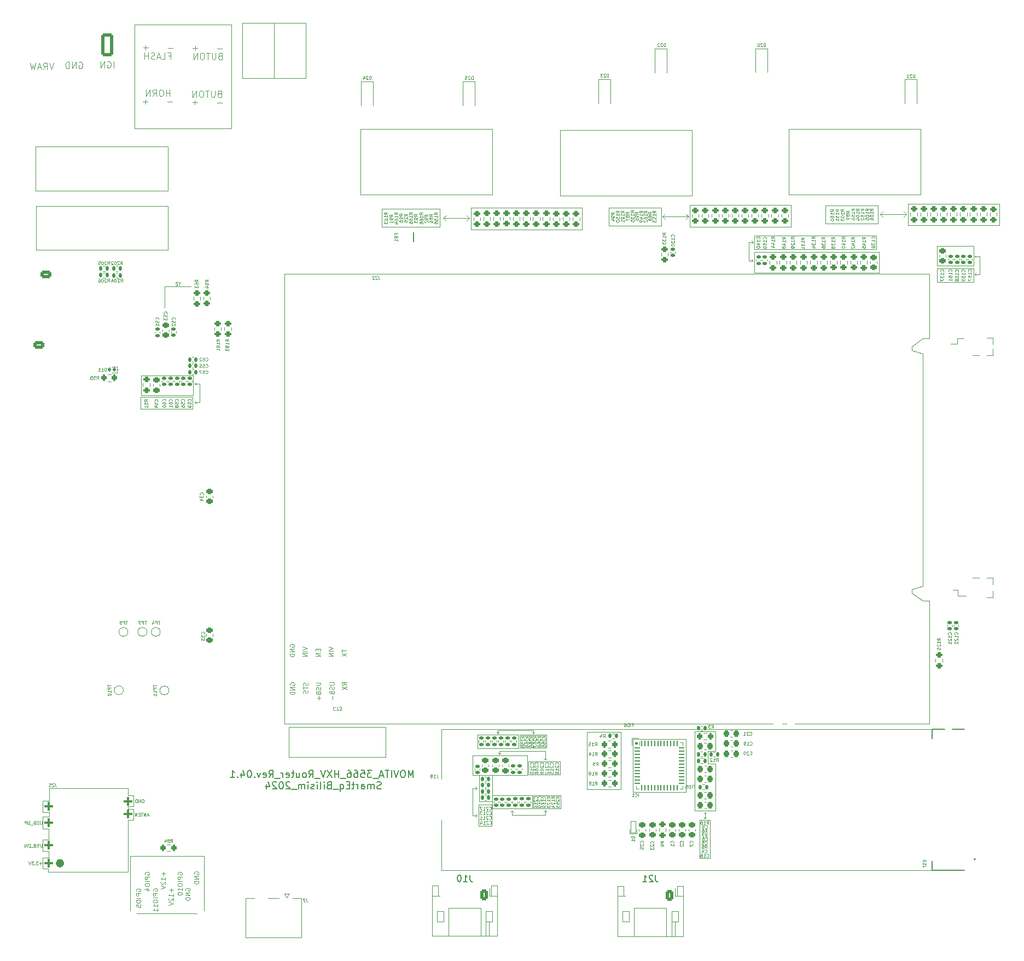
<source format=gbo>
G04 #@! TF.GenerationSoftware,KiCad,Pcbnew,8.0.0-rc1*
G04 #@! TF.CreationDate,2025-03-26T09:49:13+03:00*
G04 #@! TF.ProjectId,Movita_3566_HXV_Router_V4.1,4d6f7669-7461-45f3-9335-36365f485856,REV1*
G04 #@! TF.SameCoordinates,Original*
G04 #@! TF.FileFunction,Legend,Bot*
G04 #@! TF.FilePolarity,Positive*
%FSLAX46Y46*%
G04 Gerber Fmt 4.6, Leading zero omitted, Abs format (unit mm)*
G04 Created by KiCad (PCBNEW 8.0.0-rc1) date 2025-03-26 09:49:13*
%MOMM*%
%LPD*%
G01*
G04 APERTURE LIST*
G04 Aperture macros list*
%AMRoundRect*
0 Rectangle with rounded corners*
0 $1 Rounding radius*
0 $2 $3 $4 $5 $6 $7 $8 $9 X,Y pos of 4 corners*
0 Add a 4 corners polygon primitive as box body*
4,1,4,$2,$3,$4,$5,$6,$7,$8,$9,$2,$3,0*
0 Add four circle primitives for the rounded corners*
1,1,$1+$1,$2,$3*
1,1,$1+$1,$4,$5*
1,1,$1+$1,$6,$7*
1,1,$1+$1,$8,$9*
0 Add four rect primitives between the rounded corners*
20,1,$1+$1,$2,$3,$4,$5,0*
20,1,$1+$1,$4,$5,$6,$7,0*
20,1,$1+$1,$6,$7,$8,$9,0*
20,1,$1+$1,$8,$9,$2,$3,0*%
G04 Aperture macros list end*
%ADD10C,0.120000*%
%ADD11C,0.100000*%
%ADD12C,0.200000*%
%ADD13C,0.150000*%
%ADD14C,0.400000*%
%ADD15C,0.127000*%
%ADD16C,0.700000*%
%ADD17C,1.500000*%
%ADD18RoundRect,0.250000X-0.625000X0.350000X-0.625000X-0.350000X0.625000X-0.350000X0.625000X0.350000X0*%
%ADD19O,1.750000X1.200000*%
%ADD20C,1.381000*%
%ADD21C,1.200000*%
%ADD22O,1.200000X1.900000*%
%ADD23C,1.450000*%
%ADD24C,4.200000*%
%ADD25C,3.250000*%
%ADD26R,1.500000X1.500000*%
%ADD27C,2.300000*%
%ADD28C,0.900000*%
%ADD29C,6.200000*%
%ADD30R,2.500000X3.200000*%
%ADD31R,3.000000X2.500000*%
%ADD32R,1.350000X1.350000*%
%ADD33O,1.350000X1.350000*%
%ADD34C,1.650000*%
%ADD35C,2.250000*%
%ADD36RoundRect,0.250000X0.625000X-0.350000X0.625000X0.350000X-0.625000X0.350000X-0.625000X-0.350000X0*%
%ADD37C,2.500000*%
%ADD38C,0.650000*%
%ADD39O,1.000000X2.100000*%
%ADD40O,1.000000X1.800000*%
%ADD41RoundRect,0.250000X0.650000X1.550000X-0.650000X1.550000X-0.650000X-1.550000X0.650000X-1.550000X0*%
%ADD42O,1.800000X3.600000*%
%ADD43C,3.200000*%
%ADD44C,1.000000*%
%ADD45C,1.800000*%
%ADD46RoundRect,0.140000X0.170000X-0.140000X0.170000X0.140000X-0.170000X0.140000X-0.170000X-0.140000X0*%
%ADD47RoundRect,0.135000X-0.135000X-0.185000X0.135000X-0.185000X0.135000X0.185000X-0.135000X0.185000X0*%
%ADD48RoundRect,0.200000X0.275000X-0.200000X0.275000X0.200000X-0.275000X0.200000X-0.275000X-0.200000X0*%
%ADD49RoundRect,0.140000X-0.170000X0.140000X-0.170000X-0.140000X0.170000X-0.140000X0.170000X0.140000X0*%
%ADD50RoundRect,0.135000X0.135000X0.185000X-0.135000X0.185000X-0.135000X-0.185000X0.135000X-0.185000X0*%
%ADD51RoundRect,0.200000X-0.275000X0.200000X-0.275000X-0.200000X0.275000X-0.200000X0.275000X0.200000X0*%
%ADD52RoundRect,0.062500X-0.062500X0.375000X-0.062500X-0.375000X0.062500X-0.375000X0.062500X0.375000X0*%
%ADD53RoundRect,0.062500X-0.375000X0.062500X-0.375000X-0.062500X0.375000X-0.062500X0.375000X0.062500X0*%
%ADD54R,5.600000X5.600000*%
%ADD55RoundRect,0.225000X0.250000X-0.225000X0.250000X0.225000X-0.250000X0.225000X-0.250000X-0.225000X0*%
%ADD56RoundRect,0.225000X-0.225000X-0.250000X0.225000X-0.250000X0.225000X0.250000X-0.225000X0.250000X0*%
%ADD57RoundRect,0.135000X-0.185000X0.135000X-0.185000X-0.135000X0.185000X-0.135000X0.185000X0.135000X0*%
%ADD58R,1.120000X2.170000*%
%ADD59R,0.850000X0.850000*%
%ADD60RoundRect,0.225000X-0.250000X0.225000X-0.250000X-0.225000X0.250000X-0.225000X0.250000X0.225000X0*%
%ADD61C,1.600000*%
%ADD62RoundRect,0.200000X0.200000X0.275000X-0.200000X0.275000X-0.200000X-0.275000X0.200000X-0.275000X0*%
%ADD63RoundRect,0.140000X-0.140000X-0.170000X0.140000X-0.170000X0.140000X0.170000X-0.140000X0.170000X0*%
%ADD64R,0.600000X0.550000*%
%ADD65RoundRect,0.135000X0.185000X-0.135000X0.185000X0.135000X-0.185000X0.135000X-0.185000X-0.135000X0*%
%ADD66RoundRect,0.250000X0.350000X0.625000X-0.350000X0.625000X-0.350000X-0.625000X0.350000X-0.625000X0*%
%ADD67O,1.200000X1.750000*%
%ADD68R,1.200000X1.800000*%
%ADD69RoundRect,0.225000X0.225000X0.250000X-0.225000X0.250000X-0.225000X-0.250000X0.225000X-0.250000X0*%
%ADD70C,1.100000*%
%ADD71R,1.550000X0.300000*%
%ADD72R,2.750000X1.200000*%
%ADD73RoundRect,0.125000X0.125000X0.175000X-0.125000X0.175000X-0.125000X-0.175000X0.125000X-0.175000X0*%
%ADD74RoundRect,0.200000X-0.200000X-0.275000X0.200000X-0.275000X0.200000X0.275000X-0.200000X0.275000X0*%
%ADD75O,3.200000X2.000000*%
%ADD76R,2.400000X0.900000*%
%ADD77RoundRect,0.500000X-0.200000X-0.150000X0.200000X-0.150000X0.200000X0.150000X-0.200000X0.150000X0*%
%ADD78R,1.400000X1.200000*%
G04 APERTURE END LIST*
D10*
X119070000Y-54250000D02*
X136240000Y-54250000D01*
X136240000Y-57580000D01*
X119070000Y-57580000D01*
X119070000Y-54250000D01*
X76340000Y-84360000D02*
X77070000Y-84360000D01*
X130560000Y-148300000D02*
X130560000Y-147550000D01*
X130560000Y-147550000D02*
X130770000Y-147760000D01*
D11*
X155010000Y-135360000D02*
X156930000Y-135360000D01*
D10*
X186700000Y-53595000D02*
X200820000Y-53595000D01*
X200820000Y-56925000D01*
X186700000Y-56925000D01*
X186700000Y-53595000D01*
X155270000Y-148800000D02*
X155150000Y-148680000D01*
X162920000Y-61080000D02*
X182250000Y-61080000D01*
X182250000Y-64310000D01*
X162920000Y-64310000D01*
X162920000Y-61080000D01*
X123460000Y-138860000D02*
X123260000Y-138660000D01*
X67000000Y-25830000D02*
X81980000Y-25830000D01*
X81980000Y-41930000D01*
X67000000Y-41930000D01*
X67000000Y-25830000D01*
X123210000Y-135650000D02*
X123400000Y-135460000D01*
X119980000Y-144110000D02*
X119720000Y-143850000D01*
X132880000Y-42170000D02*
X153290000Y-42170000D01*
X153290000Y-52330000D01*
X132880000Y-52330000D01*
X132880000Y-42170000D01*
X197030000Y-61750000D02*
X197220000Y-61560000D01*
X190340000Y-156860000D02*
X114520114Y-156860000D01*
X119980000Y-144110000D02*
X119730000Y-144360000D01*
D11*
X120090000Y-135840000D02*
X126420000Y-135840000D01*
X126420000Y-137920000D01*
X120090000Y-137920000D01*
X120090000Y-135840000D01*
D10*
X182420000Y-55230000D02*
X186460000Y-55230000D01*
D11*
X156930000Y-135360000D02*
X156930000Y-138350000D01*
D10*
X114520114Y-156860000D02*
X114520114Y-134960000D01*
D11*
X153840000Y-135360000D02*
X155010000Y-135360000D01*
D10*
X182420000Y-55230000D02*
X182880000Y-54770000D01*
X152730000Y-55610000D02*
X152330000Y-55210000D01*
X191235000Y-63600000D02*
X196865000Y-63600000D01*
X196865000Y-65700000D01*
X191235000Y-65700000D01*
X191235000Y-63600000D01*
X76340000Y-84360000D02*
X76550000Y-84570000D01*
X154440000Y-149060000D02*
X156040000Y-149060000D01*
X156040000Y-154980000D01*
X154440000Y-154980000D01*
X154440000Y-149060000D01*
X130580000Y-139730000D02*
X130350000Y-139500000D01*
D11*
X127990000Y-140020000D02*
X132900000Y-140020000D01*
X132900000Y-142050000D01*
X127990000Y-142050000D01*
X127990000Y-140020000D01*
X156930000Y-138350000D02*
X155750000Y-138350000D01*
D10*
X128710000Y-135680000D02*
X128710000Y-135150000D01*
X123020000Y-135460000D02*
X123210000Y-135650000D01*
X123210000Y-135150000D02*
X123210000Y-135650000D01*
X137040000Y-135420000D02*
X142230000Y-135420000D01*
X142230000Y-144290000D01*
X137040000Y-144290000D01*
X137040000Y-135420000D01*
X119980000Y-148400000D02*
X119720000Y-148140000D01*
X77070000Y-81460000D02*
X76320000Y-81460000D01*
D11*
X126710000Y-135870000D02*
X130790000Y-135870000D01*
X130790000Y-137900000D01*
X126710000Y-137900000D01*
X126710000Y-135870000D01*
D10*
X51720000Y-44770000D02*
X72140000Y-44770000D01*
X72140000Y-51590000D01*
X51720000Y-51590000D01*
X51720000Y-44770000D01*
X118830000Y-55840000D02*
X118430000Y-55440000D01*
X114790000Y-55840000D02*
X115250000Y-55380000D01*
X75960000Y-37915000D02*
X76720000Y-37915000D01*
X76320000Y-81460000D02*
X76530000Y-81250000D01*
X88580000Y-25640000D02*
X93510000Y-25640000D01*
X93510000Y-34140000D01*
X88580000Y-34140000D01*
X88580000Y-25640000D01*
X125420000Y-147580000D02*
X125420000Y-148300000D01*
X101980000Y-42050000D02*
X122390000Y-42050000D01*
X122390000Y-52210000D01*
X101980000Y-52210000D01*
X101980000Y-42050000D01*
D11*
X67940000Y-83560000D02*
X76020000Y-83560000D01*
X76020000Y-85370000D01*
X67940000Y-85370000D01*
X67940000Y-83560000D01*
D10*
X130580000Y-139730000D02*
X130580000Y-138370000D01*
X118830000Y-55840000D02*
X118430000Y-56240000D01*
X162085000Y-62430000D02*
X162695000Y-62430000D01*
X162695000Y-62430000D02*
X162495000Y-62630000D01*
X168290000Y-41990000D02*
X188700000Y-41990000D01*
X188700000Y-52150000D01*
X168290000Y-52150000D01*
X168290000Y-41990000D01*
X155270000Y-148800000D02*
X155410000Y-148660000D01*
X148690000Y-55610000D02*
X149150000Y-55150000D01*
X125420000Y-148300000D02*
X130560000Y-148300000D01*
X197800000Y-61750000D02*
X197030000Y-61750000D01*
X173950000Y-53915000D02*
X182060000Y-53915000D01*
X182060000Y-56705000D01*
X173950000Y-56705000D01*
X173950000Y-53915000D01*
X197030000Y-61750000D02*
X197230000Y-61950000D01*
X130580000Y-139730000D02*
X130830000Y-139480000D01*
D11*
X68010000Y-80180000D02*
X76090000Y-80180000D01*
X76090000Y-83280000D01*
X68010000Y-83280000D01*
X68010000Y-80180000D01*
X120310000Y-142140000D02*
X122340000Y-142140000D01*
X122340000Y-146190000D01*
X120310000Y-146190000D01*
X120310000Y-142140000D01*
D10*
X125420000Y-147580000D02*
X125670000Y-147830000D01*
X162755000Y-59580000D02*
X162085000Y-59580000D01*
X197040000Y-64540000D02*
X197800000Y-64540000D01*
X76340000Y-37590000D02*
X76340000Y-38240000D01*
X68670000Y-37480000D02*
X68670000Y-38130000D01*
X105270000Y-54430000D02*
X114230000Y-54430000D01*
X114230000Y-57220000D01*
X105270000Y-57220000D01*
X105270000Y-54430000D01*
X182420000Y-55230000D02*
X182840000Y-55650000D01*
X125420000Y-147580000D02*
X125180000Y-147820000D01*
X148690000Y-55610000D02*
X149110000Y-56030000D01*
X155270000Y-147900000D02*
X155440000Y-148070000D01*
D11*
X153740000Y-147650000D02*
X153740000Y-135360000D01*
D10*
X197800000Y-64540000D02*
X197800000Y-61750000D01*
X197040000Y-64540000D02*
X197260000Y-64760000D01*
D11*
X156940000Y-140340000D02*
X156940000Y-147650000D01*
D10*
X191230000Y-60110000D02*
X196860000Y-60110000D01*
X196860000Y-63240000D01*
X191230000Y-63240000D01*
X191230000Y-60110000D01*
X130580000Y-138370000D02*
X123460000Y-138370000D01*
X76320000Y-81460000D02*
X76530000Y-81670000D01*
X190330000Y-134960000D02*
X114520114Y-134960000D01*
X119980000Y-144110000D02*
X119310000Y-144110000D01*
D11*
X128690000Y-145250000D02*
X132980000Y-145250000D01*
X132980000Y-147280000D01*
X128690000Y-147280000D01*
X128690000Y-145250000D01*
D10*
X114790000Y-55840000D02*
X115210000Y-56260000D01*
X128710000Y-135680000D02*
X128940000Y-135450000D01*
X128710000Y-135150000D02*
X123210000Y-135150000D01*
X76380000Y-29190000D02*
X76380000Y-29840000D01*
D11*
X155750000Y-140340000D02*
X156940000Y-140340000D01*
D10*
X83650000Y-25640000D02*
X88580000Y-25640000D01*
X88580000Y-34140000D01*
X83650000Y-34140000D01*
X83650000Y-25640000D01*
X130560000Y-147550000D02*
X130360000Y-147750000D01*
X79790000Y-29550000D02*
X80550000Y-29550000D01*
X123460000Y-138860000D02*
X123660000Y-138660000D01*
D11*
X155750000Y-138350000D02*
X155750000Y-140340000D01*
D10*
X66360000Y-154630000D02*
X77716988Y-154630000D01*
X77716988Y-163540000D01*
X66360000Y-163540000D01*
X66360000Y-154630000D01*
X162755000Y-59580000D02*
X162545000Y-59790000D01*
D11*
X156940000Y-147650000D02*
X153740000Y-147650000D01*
D10*
X155270000Y-147900000D02*
X155270000Y-148800000D01*
D11*
X122400000Y-145270000D02*
X128550000Y-145270000D01*
X128550000Y-147300000D01*
X122400000Y-147300000D01*
X122400000Y-145270000D01*
D10*
X77070000Y-84360000D02*
X77070000Y-81460000D01*
X162695000Y-62430000D02*
X162485000Y-62220000D01*
X140400000Y-54250000D02*
X148510000Y-54250000D01*
X148510000Y-57040000D01*
X140400000Y-57040000D01*
X140400000Y-54250000D01*
X79750000Y-37950000D02*
X80510000Y-37950000D01*
X128710000Y-135680000D02*
X128470000Y-135440000D01*
X123210000Y-135650000D02*
X123020000Y-135460000D01*
X197040000Y-64540000D02*
X197260000Y-64320000D01*
X162960000Y-58580000D02*
X181850000Y-58580000D01*
X181850000Y-60670000D01*
X162960000Y-60670000D01*
X162960000Y-58580000D01*
X186460000Y-55230000D02*
X186060000Y-54830000D01*
X148690000Y-55610000D02*
X152730000Y-55610000D01*
X68350000Y-29425000D02*
X69110000Y-29425000D01*
D11*
X153740000Y-135360000D02*
X153840000Y-135360000D01*
D10*
X114790000Y-55840000D02*
X118830000Y-55840000D01*
X152730000Y-55610000D02*
X152330000Y-56010000D01*
X152900000Y-53820000D02*
X168570000Y-53820000D01*
X168570000Y-57150000D01*
X152900000Y-57150000D01*
X152900000Y-53820000D01*
X119310000Y-148400000D02*
X119980000Y-148400000D01*
X119310000Y-144110000D02*
X119310000Y-148400000D01*
X76340000Y-84350000D02*
X76540000Y-84150000D01*
X186460000Y-55230000D02*
X186060000Y-55630000D01*
X68290000Y-37805000D02*
X69050000Y-37805000D01*
X123460000Y-138370000D02*
X123460000Y-138860000D01*
X162085000Y-59580000D02*
X162085000Y-62430000D01*
X76000000Y-29515000D02*
X76760000Y-29515000D01*
X51730000Y-53950000D02*
X72150000Y-53950000D01*
X72150000Y-60770000D01*
X51730000Y-60770000D01*
X51730000Y-53950000D01*
X119980000Y-148400000D02*
X119730000Y-148650000D01*
X72140000Y-29460000D02*
X72900000Y-29460000D01*
X72080000Y-37840000D02*
X72840000Y-37840000D01*
D11*
X120290000Y-146695000D02*
X122320000Y-146695000D01*
X122320000Y-149985000D01*
X120290000Y-149985000D01*
X120290000Y-146695000D01*
D10*
X68730000Y-29100000D02*
X68730000Y-29750000D01*
X155270000Y-147900000D02*
X155120000Y-148050000D01*
X162755000Y-59580000D02*
X162515000Y-59340000D01*
D11*
X119320000Y-139030000D02*
X127780000Y-139030000D01*
X127780000Y-142140000D01*
X119320000Y-142140000D01*
X119320000Y-139030000D01*
X95392466Y-122585789D02*
X95392466Y-122819123D01*
X95759133Y-122919123D02*
X95759133Y-122585789D01*
X95759133Y-122585789D02*
X95059133Y-122585789D01*
X95059133Y-122585789D02*
X95059133Y-122919123D01*
X95759133Y-123219122D02*
X95059133Y-123219122D01*
X95059133Y-123219122D02*
X95759133Y-123619122D01*
X95759133Y-123619122D02*
X95059133Y-123619122D01*
X69882466Y-160059122D02*
X69849133Y-159992455D01*
X69849133Y-159992455D02*
X69849133Y-159892455D01*
X69849133Y-159892455D02*
X69882466Y-159792455D01*
X69882466Y-159792455D02*
X69949133Y-159725789D01*
X69949133Y-159725789D02*
X70015800Y-159692455D01*
X70015800Y-159692455D02*
X70149133Y-159659122D01*
X70149133Y-159659122D02*
X70249133Y-159659122D01*
X70249133Y-159659122D02*
X70382466Y-159692455D01*
X70382466Y-159692455D02*
X70449133Y-159725789D01*
X70449133Y-159725789D02*
X70515800Y-159792455D01*
X70515800Y-159792455D02*
X70549133Y-159892455D01*
X70549133Y-159892455D02*
X70549133Y-159959122D01*
X70549133Y-159959122D02*
X70515800Y-160059122D01*
X70515800Y-160059122D02*
X70482466Y-160092455D01*
X70482466Y-160092455D02*
X70249133Y-160092455D01*
X70249133Y-160092455D02*
X70249133Y-159959122D01*
X70549133Y-160392455D02*
X69849133Y-160392455D01*
X69849133Y-160392455D02*
X69849133Y-160659122D01*
X69849133Y-160659122D02*
X69882466Y-160725789D01*
X69882466Y-160725789D02*
X69915800Y-160759122D01*
X69915800Y-160759122D02*
X69982466Y-160792455D01*
X69982466Y-160792455D02*
X70082466Y-160792455D01*
X70082466Y-160792455D02*
X70149133Y-160759122D01*
X70149133Y-160759122D02*
X70182466Y-160725789D01*
X70182466Y-160725789D02*
X70215800Y-160659122D01*
X70215800Y-160659122D02*
X70215800Y-160392455D01*
X70549133Y-161092455D02*
X69849133Y-161092455D01*
X69849133Y-161559122D02*
X69849133Y-161692455D01*
X69849133Y-161692455D02*
X69882466Y-161759122D01*
X69882466Y-161759122D02*
X69949133Y-161825788D01*
X69949133Y-161825788D02*
X70082466Y-161859122D01*
X70082466Y-161859122D02*
X70315800Y-161859122D01*
X70315800Y-161859122D02*
X70449133Y-161825788D01*
X70449133Y-161825788D02*
X70515800Y-161759122D01*
X70515800Y-161759122D02*
X70549133Y-161692455D01*
X70549133Y-161692455D02*
X70549133Y-161559122D01*
X70549133Y-161559122D02*
X70515800Y-161492455D01*
X70515800Y-161492455D02*
X70449133Y-161425788D01*
X70449133Y-161425788D02*
X70315800Y-161392455D01*
X70315800Y-161392455D02*
X70082466Y-161392455D01*
X70082466Y-161392455D02*
X69949133Y-161425788D01*
X69949133Y-161425788D02*
X69882466Y-161492455D01*
X69882466Y-161492455D02*
X69849133Y-161559122D01*
X70549133Y-162525788D02*
X70549133Y-162125788D01*
X70549133Y-162325788D02*
X69849133Y-162325788D01*
X69849133Y-162325788D02*
X69949133Y-162259121D01*
X69949133Y-162259121D02*
X70015800Y-162192455D01*
X70015800Y-162192455D02*
X70049133Y-162125788D01*
X70549133Y-163192455D02*
X70549133Y-162792455D01*
X70549133Y-162992455D02*
X69849133Y-162992455D01*
X69849133Y-162992455D02*
X69949133Y-162925788D01*
X69949133Y-162925788D02*
X70015800Y-162859122D01*
X70015800Y-162859122D02*
X70049133Y-162792455D01*
X72712466Y-159662455D02*
X72712466Y-160195789D01*
X72979133Y-159929122D02*
X72445800Y-159929122D01*
X72979133Y-160895789D02*
X72979133Y-160495789D01*
X72979133Y-160695789D02*
X72279133Y-160695789D01*
X72279133Y-160695789D02*
X72379133Y-160629122D01*
X72379133Y-160629122D02*
X72445800Y-160562456D01*
X72445800Y-160562456D02*
X72479133Y-160495789D01*
X72345800Y-161162456D02*
X72312466Y-161195789D01*
X72312466Y-161195789D02*
X72279133Y-161262456D01*
X72279133Y-161262456D02*
X72279133Y-161429123D01*
X72279133Y-161429123D02*
X72312466Y-161495789D01*
X72312466Y-161495789D02*
X72345800Y-161529123D01*
X72345800Y-161529123D02*
X72412466Y-161562456D01*
X72412466Y-161562456D02*
X72479133Y-161562456D01*
X72479133Y-161562456D02*
X72579133Y-161529123D01*
X72579133Y-161529123D02*
X72979133Y-161129123D01*
X72979133Y-161129123D02*
X72979133Y-161562456D01*
X72279133Y-161762456D02*
X72979133Y-161995790D01*
X72979133Y-161995790D02*
X72279133Y-162229123D01*
D12*
X110126517Y-142474042D02*
X110126517Y-141374042D01*
X110126517Y-141374042D02*
X109759850Y-142159757D01*
X109759850Y-142159757D02*
X109393183Y-141374042D01*
X109393183Y-141374042D02*
X109393183Y-142474042D01*
X108659850Y-141374042D02*
X108450326Y-141374042D01*
X108450326Y-141374042D02*
X108345564Y-141426423D01*
X108345564Y-141426423D02*
X108240802Y-141531185D01*
X108240802Y-141531185D02*
X108188421Y-141740709D01*
X108188421Y-141740709D02*
X108188421Y-142107376D01*
X108188421Y-142107376D02*
X108240802Y-142316900D01*
X108240802Y-142316900D02*
X108345564Y-142421662D01*
X108345564Y-142421662D02*
X108450326Y-142474042D01*
X108450326Y-142474042D02*
X108659850Y-142474042D01*
X108659850Y-142474042D02*
X108764612Y-142421662D01*
X108764612Y-142421662D02*
X108869374Y-142316900D01*
X108869374Y-142316900D02*
X108921755Y-142107376D01*
X108921755Y-142107376D02*
X108921755Y-141740709D01*
X108921755Y-141740709D02*
X108869374Y-141531185D01*
X108869374Y-141531185D02*
X108764612Y-141426423D01*
X108764612Y-141426423D02*
X108659850Y-141374042D01*
X107874136Y-141374042D02*
X107507469Y-142474042D01*
X107507469Y-142474042D02*
X107140802Y-141374042D01*
X106774136Y-142474042D02*
X106774136Y-141374042D01*
X106407469Y-141374042D02*
X105778897Y-141374042D01*
X106093183Y-142474042D02*
X106093183Y-141374042D01*
X105464612Y-142159757D02*
X104940802Y-142159757D01*
X105569374Y-142474042D02*
X105202707Y-141374042D01*
X105202707Y-141374042D02*
X104836040Y-142474042D01*
X104731279Y-142578804D02*
X103893183Y-142578804D01*
X103736041Y-141374042D02*
X103055088Y-141374042D01*
X103055088Y-141374042D02*
X103421755Y-141793090D01*
X103421755Y-141793090D02*
X103264612Y-141793090D01*
X103264612Y-141793090D02*
X103159850Y-141845471D01*
X103159850Y-141845471D02*
X103107469Y-141897852D01*
X103107469Y-141897852D02*
X103055088Y-142002614D01*
X103055088Y-142002614D02*
X103055088Y-142264519D01*
X103055088Y-142264519D02*
X103107469Y-142369281D01*
X103107469Y-142369281D02*
X103159850Y-142421662D01*
X103159850Y-142421662D02*
X103264612Y-142474042D01*
X103264612Y-142474042D02*
X103578898Y-142474042D01*
X103578898Y-142474042D02*
X103683660Y-142421662D01*
X103683660Y-142421662D02*
X103736041Y-142369281D01*
X102059850Y-141374042D02*
X102583660Y-141374042D01*
X102583660Y-141374042D02*
X102636041Y-141897852D01*
X102636041Y-141897852D02*
X102583660Y-141845471D01*
X102583660Y-141845471D02*
X102478898Y-141793090D01*
X102478898Y-141793090D02*
X102216993Y-141793090D01*
X102216993Y-141793090D02*
X102112231Y-141845471D01*
X102112231Y-141845471D02*
X102059850Y-141897852D01*
X102059850Y-141897852D02*
X102007469Y-142002614D01*
X102007469Y-142002614D02*
X102007469Y-142264519D01*
X102007469Y-142264519D02*
X102059850Y-142369281D01*
X102059850Y-142369281D02*
X102112231Y-142421662D01*
X102112231Y-142421662D02*
X102216993Y-142474042D01*
X102216993Y-142474042D02*
X102478898Y-142474042D01*
X102478898Y-142474042D02*
X102583660Y-142421662D01*
X102583660Y-142421662D02*
X102636041Y-142369281D01*
X101064612Y-141374042D02*
X101274136Y-141374042D01*
X101274136Y-141374042D02*
X101378898Y-141426423D01*
X101378898Y-141426423D02*
X101431279Y-141478804D01*
X101431279Y-141478804D02*
X101536041Y-141635947D01*
X101536041Y-141635947D02*
X101588422Y-141845471D01*
X101588422Y-141845471D02*
X101588422Y-142264519D01*
X101588422Y-142264519D02*
X101536041Y-142369281D01*
X101536041Y-142369281D02*
X101483660Y-142421662D01*
X101483660Y-142421662D02*
X101378898Y-142474042D01*
X101378898Y-142474042D02*
X101169374Y-142474042D01*
X101169374Y-142474042D02*
X101064612Y-142421662D01*
X101064612Y-142421662D02*
X101012231Y-142369281D01*
X101012231Y-142369281D02*
X100959850Y-142264519D01*
X100959850Y-142264519D02*
X100959850Y-142002614D01*
X100959850Y-142002614D02*
X101012231Y-141897852D01*
X101012231Y-141897852D02*
X101064612Y-141845471D01*
X101064612Y-141845471D02*
X101169374Y-141793090D01*
X101169374Y-141793090D02*
X101378898Y-141793090D01*
X101378898Y-141793090D02*
X101483660Y-141845471D01*
X101483660Y-141845471D02*
X101536041Y-141897852D01*
X101536041Y-141897852D02*
X101588422Y-142002614D01*
X100016993Y-141374042D02*
X100226517Y-141374042D01*
X100226517Y-141374042D02*
X100331279Y-141426423D01*
X100331279Y-141426423D02*
X100383660Y-141478804D01*
X100383660Y-141478804D02*
X100488422Y-141635947D01*
X100488422Y-141635947D02*
X100540803Y-141845471D01*
X100540803Y-141845471D02*
X100540803Y-142264519D01*
X100540803Y-142264519D02*
X100488422Y-142369281D01*
X100488422Y-142369281D02*
X100436041Y-142421662D01*
X100436041Y-142421662D02*
X100331279Y-142474042D01*
X100331279Y-142474042D02*
X100121755Y-142474042D01*
X100121755Y-142474042D02*
X100016993Y-142421662D01*
X100016993Y-142421662D02*
X99964612Y-142369281D01*
X99964612Y-142369281D02*
X99912231Y-142264519D01*
X99912231Y-142264519D02*
X99912231Y-142002614D01*
X99912231Y-142002614D02*
X99964612Y-141897852D01*
X99964612Y-141897852D02*
X100016993Y-141845471D01*
X100016993Y-141845471D02*
X100121755Y-141793090D01*
X100121755Y-141793090D02*
X100331279Y-141793090D01*
X100331279Y-141793090D02*
X100436041Y-141845471D01*
X100436041Y-141845471D02*
X100488422Y-141897852D01*
X100488422Y-141897852D02*
X100540803Y-142002614D01*
X99702708Y-142578804D02*
X98864612Y-142578804D01*
X98602708Y-142474042D02*
X98602708Y-141374042D01*
X98602708Y-141897852D02*
X97974136Y-141897852D01*
X97974136Y-142474042D02*
X97974136Y-141374042D01*
X97555089Y-141374042D02*
X96821755Y-142474042D01*
X96821755Y-141374042D02*
X97555089Y-142474042D01*
X96559851Y-141374042D02*
X96193184Y-142474042D01*
X96193184Y-142474042D02*
X95826517Y-141374042D01*
X95721756Y-142578804D02*
X94883660Y-142578804D01*
X93993184Y-142474042D02*
X94359851Y-141950233D01*
X94621756Y-142474042D02*
X94621756Y-141374042D01*
X94621756Y-141374042D02*
X94202708Y-141374042D01*
X94202708Y-141374042D02*
X94097946Y-141426423D01*
X94097946Y-141426423D02*
X94045565Y-141478804D01*
X94045565Y-141478804D02*
X93993184Y-141583566D01*
X93993184Y-141583566D02*
X93993184Y-141740709D01*
X93993184Y-141740709D02*
X94045565Y-141845471D01*
X94045565Y-141845471D02*
X94097946Y-141897852D01*
X94097946Y-141897852D02*
X94202708Y-141950233D01*
X94202708Y-141950233D02*
X94621756Y-141950233D01*
X93364613Y-142474042D02*
X93469375Y-142421662D01*
X93469375Y-142421662D02*
X93521756Y-142369281D01*
X93521756Y-142369281D02*
X93574137Y-142264519D01*
X93574137Y-142264519D02*
X93574137Y-141950233D01*
X93574137Y-141950233D02*
X93521756Y-141845471D01*
X93521756Y-141845471D02*
X93469375Y-141793090D01*
X93469375Y-141793090D02*
X93364613Y-141740709D01*
X93364613Y-141740709D02*
X93207470Y-141740709D01*
X93207470Y-141740709D02*
X93102708Y-141793090D01*
X93102708Y-141793090D02*
X93050327Y-141845471D01*
X93050327Y-141845471D02*
X92997946Y-141950233D01*
X92997946Y-141950233D02*
X92997946Y-142264519D01*
X92997946Y-142264519D02*
X93050327Y-142369281D01*
X93050327Y-142369281D02*
X93102708Y-142421662D01*
X93102708Y-142421662D02*
X93207470Y-142474042D01*
X93207470Y-142474042D02*
X93364613Y-142474042D01*
X92055089Y-141740709D02*
X92055089Y-142474042D01*
X92526518Y-141740709D02*
X92526518Y-142316900D01*
X92526518Y-142316900D02*
X92474137Y-142421662D01*
X92474137Y-142421662D02*
X92369375Y-142474042D01*
X92369375Y-142474042D02*
X92212232Y-142474042D01*
X92212232Y-142474042D02*
X92107470Y-142421662D01*
X92107470Y-142421662D02*
X92055089Y-142369281D01*
X91688423Y-141740709D02*
X91269375Y-141740709D01*
X91531280Y-141374042D02*
X91531280Y-142316900D01*
X91531280Y-142316900D02*
X91478899Y-142421662D01*
X91478899Y-142421662D02*
X91374137Y-142474042D01*
X91374137Y-142474042D02*
X91269375Y-142474042D01*
X90483661Y-142421662D02*
X90588423Y-142474042D01*
X90588423Y-142474042D02*
X90797947Y-142474042D01*
X90797947Y-142474042D02*
X90902709Y-142421662D01*
X90902709Y-142421662D02*
X90955090Y-142316900D01*
X90955090Y-142316900D02*
X90955090Y-141897852D01*
X90955090Y-141897852D02*
X90902709Y-141793090D01*
X90902709Y-141793090D02*
X90797947Y-141740709D01*
X90797947Y-141740709D02*
X90588423Y-141740709D01*
X90588423Y-141740709D02*
X90483661Y-141793090D01*
X90483661Y-141793090D02*
X90431280Y-141897852D01*
X90431280Y-141897852D02*
X90431280Y-142002614D01*
X90431280Y-142002614D02*
X90955090Y-142107376D01*
X89959852Y-142474042D02*
X89959852Y-141740709D01*
X89959852Y-141950233D02*
X89907471Y-141845471D01*
X89907471Y-141845471D02*
X89855090Y-141793090D01*
X89855090Y-141793090D02*
X89750328Y-141740709D01*
X89750328Y-141740709D02*
X89645566Y-141740709D01*
X89540805Y-142578804D02*
X88702709Y-142578804D01*
X87812233Y-142474042D02*
X88178900Y-141950233D01*
X88440805Y-142474042D02*
X88440805Y-141374042D01*
X88440805Y-141374042D02*
X88021757Y-141374042D01*
X88021757Y-141374042D02*
X87916995Y-141426423D01*
X87916995Y-141426423D02*
X87864614Y-141478804D01*
X87864614Y-141478804D02*
X87812233Y-141583566D01*
X87812233Y-141583566D02*
X87812233Y-141740709D01*
X87812233Y-141740709D02*
X87864614Y-141845471D01*
X87864614Y-141845471D02*
X87916995Y-141897852D01*
X87916995Y-141897852D02*
X88021757Y-141950233D01*
X88021757Y-141950233D02*
X88440805Y-141950233D01*
X86921757Y-142421662D02*
X87026519Y-142474042D01*
X87026519Y-142474042D02*
X87236043Y-142474042D01*
X87236043Y-142474042D02*
X87340805Y-142421662D01*
X87340805Y-142421662D02*
X87393186Y-142316900D01*
X87393186Y-142316900D02*
X87393186Y-141897852D01*
X87393186Y-141897852D02*
X87340805Y-141793090D01*
X87340805Y-141793090D02*
X87236043Y-141740709D01*
X87236043Y-141740709D02*
X87026519Y-141740709D01*
X87026519Y-141740709D02*
X86921757Y-141793090D01*
X86921757Y-141793090D02*
X86869376Y-141897852D01*
X86869376Y-141897852D02*
X86869376Y-142002614D01*
X86869376Y-142002614D02*
X87393186Y-142107376D01*
X86502710Y-141740709D02*
X86240805Y-142474042D01*
X86240805Y-142474042D02*
X85978900Y-141740709D01*
X85559853Y-142369281D02*
X85507472Y-142421662D01*
X85507472Y-142421662D02*
X85559853Y-142474042D01*
X85559853Y-142474042D02*
X85612234Y-142421662D01*
X85612234Y-142421662D02*
X85559853Y-142369281D01*
X85559853Y-142369281D02*
X85559853Y-142474042D01*
X84826519Y-141374042D02*
X84721757Y-141374042D01*
X84721757Y-141374042D02*
X84616995Y-141426423D01*
X84616995Y-141426423D02*
X84564614Y-141478804D01*
X84564614Y-141478804D02*
X84512233Y-141583566D01*
X84512233Y-141583566D02*
X84459852Y-141793090D01*
X84459852Y-141793090D02*
X84459852Y-142054995D01*
X84459852Y-142054995D02*
X84512233Y-142264519D01*
X84512233Y-142264519D02*
X84564614Y-142369281D01*
X84564614Y-142369281D02*
X84616995Y-142421662D01*
X84616995Y-142421662D02*
X84721757Y-142474042D01*
X84721757Y-142474042D02*
X84826519Y-142474042D01*
X84826519Y-142474042D02*
X84931281Y-142421662D01*
X84931281Y-142421662D02*
X84983662Y-142369281D01*
X84983662Y-142369281D02*
X85036043Y-142264519D01*
X85036043Y-142264519D02*
X85088424Y-142054995D01*
X85088424Y-142054995D02*
X85088424Y-141793090D01*
X85088424Y-141793090D02*
X85036043Y-141583566D01*
X85036043Y-141583566D02*
X84983662Y-141478804D01*
X84983662Y-141478804D02*
X84931281Y-141426423D01*
X84931281Y-141426423D02*
X84826519Y-141374042D01*
X83516995Y-141740709D02*
X83516995Y-142474042D01*
X83778900Y-141321662D02*
X84040805Y-142107376D01*
X84040805Y-142107376D02*
X83359852Y-142107376D01*
X82940805Y-142369281D02*
X82888424Y-142421662D01*
X82888424Y-142421662D02*
X82940805Y-142474042D01*
X82940805Y-142474042D02*
X82993186Y-142421662D01*
X82993186Y-142421662D02*
X82940805Y-142369281D01*
X82940805Y-142369281D02*
X82940805Y-142474042D01*
X81840804Y-142474042D02*
X82469376Y-142474042D01*
X82155090Y-142474042D02*
X82155090Y-141374042D01*
X82155090Y-141374042D02*
X82259852Y-141531185D01*
X82259852Y-141531185D02*
X82364614Y-141635947D01*
X82364614Y-141635947D02*
X82469376Y-141688328D01*
X105150328Y-144192600D02*
X104993185Y-144244980D01*
X104993185Y-144244980D02*
X104731280Y-144244980D01*
X104731280Y-144244980D02*
X104626518Y-144192600D01*
X104626518Y-144192600D02*
X104574137Y-144140219D01*
X104574137Y-144140219D02*
X104521756Y-144035457D01*
X104521756Y-144035457D02*
X104521756Y-143930695D01*
X104521756Y-143930695D02*
X104574137Y-143825933D01*
X104574137Y-143825933D02*
X104626518Y-143773552D01*
X104626518Y-143773552D02*
X104731280Y-143721171D01*
X104731280Y-143721171D02*
X104940804Y-143668790D01*
X104940804Y-143668790D02*
X105045566Y-143616409D01*
X105045566Y-143616409D02*
X105097947Y-143564028D01*
X105097947Y-143564028D02*
X105150328Y-143459266D01*
X105150328Y-143459266D02*
X105150328Y-143354504D01*
X105150328Y-143354504D02*
X105097947Y-143249742D01*
X105097947Y-143249742D02*
X105045566Y-143197361D01*
X105045566Y-143197361D02*
X104940804Y-143144980D01*
X104940804Y-143144980D02*
X104678899Y-143144980D01*
X104678899Y-143144980D02*
X104521756Y-143197361D01*
X104050328Y-144244980D02*
X104050328Y-143511647D01*
X104050328Y-143616409D02*
X103997947Y-143564028D01*
X103997947Y-143564028D02*
X103893185Y-143511647D01*
X103893185Y-143511647D02*
X103736042Y-143511647D01*
X103736042Y-143511647D02*
X103631280Y-143564028D01*
X103631280Y-143564028D02*
X103578899Y-143668790D01*
X103578899Y-143668790D02*
X103578899Y-144244980D01*
X103578899Y-143668790D02*
X103526518Y-143564028D01*
X103526518Y-143564028D02*
X103421756Y-143511647D01*
X103421756Y-143511647D02*
X103264613Y-143511647D01*
X103264613Y-143511647D02*
X103159852Y-143564028D01*
X103159852Y-143564028D02*
X103107471Y-143668790D01*
X103107471Y-143668790D02*
X103107471Y-144244980D01*
X102112232Y-144244980D02*
X102112232Y-143668790D01*
X102112232Y-143668790D02*
X102164613Y-143564028D01*
X102164613Y-143564028D02*
X102269375Y-143511647D01*
X102269375Y-143511647D02*
X102478899Y-143511647D01*
X102478899Y-143511647D02*
X102583661Y-143564028D01*
X102112232Y-144192600D02*
X102216994Y-144244980D01*
X102216994Y-144244980D02*
X102478899Y-144244980D01*
X102478899Y-144244980D02*
X102583661Y-144192600D01*
X102583661Y-144192600D02*
X102636042Y-144087838D01*
X102636042Y-144087838D02*
X102636042Y-143983076D01*
X102636042Y-143983076D02*
X102583661Y-143878314D01*
X102583661Y-143878314D02*
X102478899Y-143825933D01*
X102478899Y-143825933D02*
X102216994Y-143825933D01*
X102216994Y-143825933D02*
X102112232Y-143773552D01*
X101588423Y-144244980D02*
X101588423Y-143511647D01*
X101588423Y-143721171D02*
X101536042Y-143616409D01*
X101536042Y-143616409D02*
X101483661Y-143564028D01*
X101483661Y-143564028D02*
X101378899Y-143511647D01*
X101378899Y-143511647D02*
X101274137Y-143511647D01*
X101064614Y-143511647D02*
X100645566Y-143511647D01*
X100907471Y-143144980D02*
X100907471Y-144087838D01*
X100907471Y-144087838D02*
X100855090Y-144192600D01*
X100855090Y-144192600D02*
X100750328Y-144244980D01*
X100750328Y-144244980D02*
X100645566Y-144244980D01*
X100278900Y-143668790D02*
X99912233Y-143668790D01*
X99755090Y-144244980D02*
X100278900Y-144244980D01*
X100278900Y-144244980D02*
X100278900Y-143144980D01*
X100278900Y-143144980D02*
X99755090Y-143144980D01*
X98812233Y-143511647D02*
X98812233Y-144611647D01*
X98812233Y-144192600D02*
X98916995Y-144244980D01*
X98916995Y-144244980D02*
X99126519Y-144244980D01*
X99126519Y-144244980D02*
X99231281Y-144192600D01*
X99231281Y-144192600D02*
X99283662Y-144140219D01*
X99283662Y-144140219D02*
X99336043Y-144035457D01*
X99336043Y-144035457D02*
X99336043Y-143721171D01*
X99336043Y-143721171D02*
X99283662Y-143616409D01*
X99283662Y-143616409D02*
X99231281Y-143564028D01*
X99231281Y-143564028D02*
X99126519Y-143511647D01*
X99126519Y-143511647D02*
X98916995Y-143511647D01*
X98916995Y-143511647D02*
X98812233Y-143564028D01*
X98550329Y-144349742D02*
X97712233Y-144349742D01*
X97083662Y-143668790D02*
X96926519Y-143721171D01*
X96926519Y-143721171D02*
X96874138Y-143773552D01*
X96874138Y-143773552D02*
X96821757Y-143878314D01*
X96821757Y-143878314D02*
X96821757Y-144035457D01*
X96821757Y-144035457D02*
X96874138Y-144140219D01*
X96874138Y-144140219D02*
X96926519Y-144192600D01*
X96926519Y-144192600D02*
X97031281Y-144244980D01*
X97031281Y-144244980D02*
X97450329Y-144244980D01*
X97450329Y-144244980D02*
X97450329Y-143144980D01*
X97450329Y-143144980D02*
X97083662Y-143144980D01*
X97083662Y-143144980D02*
X96978900Y-143197361D01*
X96978900Y-143197361D02*
X96926519Y-143249742D01*
X96926519Y-143249742D02*
X96874138Y-143354504D01*
X96874138Y-143354504D02*
X96874138Y-143459266D01*
X96874138Y-143459266D02*
X96926519Y-143564028D01*
X96926519Y-143564028D02*
X96978900Y-143616409D01*
X96978900Y-143616409D02*
X97083662Y-143668790D01*
X97083662Y-143668790D02*
X97450329Y-143668790D01*
X96350329Y-144244980D02*
X96350329Y-143511647D01*
X96350329Y-143144980D02*
X96402710Y-143197361D01*
X96402710Y-143197361D02*
X96350329Y-143249742D01*
X96350329Y-143249742D02*
X96297948Y-143197361D01*
X96297948Y-143197361D02*
X96350329Y-143144980D01*
X96350329Y-143144980D02*
X96350329Y-143249742D01*
X95669376Y-144244980D02*
X95774138Y-144192600D01*
X95774138Y-144192600D02*
X95826519Y-144087838D01*
X95826519Y-144087838D02*
X95826519Y-143144980D01*
X95250329Y-144244980D02*
X95250329Y-143511647D01*
X95250329Y-143144980D02*
X95302710Y-143197361D01*
X95302710Y-143197361D02*
X95250329Y-143249742D01*
X95250329Y-143249742D02*
X95197948Y-143197361D01*
X95197948Y-143197361D02*
X95250329Y-143144980D01*
X95250329Y-143144980D02*
X95250329Y-143249742D01*
X94778900Y-144192600D02*
X94674138Y-144244980D01*
X94674138Y-144244980D02*
X94464614Y-144244980D01*
X94464614Y-144244980D02*
X94359852Y-144192600D01*
X94359852Y-144192600D02*
X94307471Y-144087838D01*
X94307471Y-144087838D02*
X94307471Y-144035457D01*
X94307471Y-144035457D02*
X94359852Y-143930695D01*
X94359852Y-143930695D02*
X94464614Y-143878314D01*
X94464614Y-143878314D02*
X94621757Y-143878314D01*
X94621757Y-143878314D02*
X94726519Y-143825933D01*
X94726519Y-143825933D02*
X94778900Y-143721171D01*
X94778900Y-143721171D02*
X94778900Y-143668790D01*
X94778900Y-143668790D02*
X94726519Y-143564028D01*
X94726519Y-143564028D02*
X94621757Y-143511647D01*
X94621757Y-143511647D02*
X94464614Y-143511647D01*
X94464614Y-143511647D02*
X94359852Y-143564028D01*
X93836043Y-144244980D02*
X93836043Y-143511647D01*
X93836043Y-143144980D02*
X93888424Y-143197361D01*
X93888424Y-143197361D02*
X93836043Y-143249742D01*
X93836043Y-143249742D02*
X93783662Y-143197361D01*
X93783662Y-143197361D02*
X93836043Y-143144980D01*
X93836043Y-143144980D02*
X93836043Y-143249742D01*
X93312233Y-144244980D02*
X93312233Y-143511647D01*
X93312233Y-143616409D02*
X93259852Y-143564028D01*
X93259852Y-143564028D02*
X93155090Y-143511647D01*
X93155090Y-143511647D02*
X92997947Y-143511647D01*
X92997947Y-143511647D02*
X92893185Y-143564028D01*
X92893185Y-143564028D02*
X92840804Y-143668790D01*
X92840804Y-143668790D02*
X92840804Y-144244980D01*
X92840804Y-143668790D02*
X92788423Y-143564028D01*
X92788423Y-143564028D02*
X92683661Y-143511647D01*
X92683661Y-143511647D02*
X92526518Y-143511647D01*
X92526518Y-143511647D02*
X92421757Y-143564028D01*
X92421757Y-143564028D02*
X92369376Y-143668790D01*
X92369376Y-143668790D02*
X92369376Y-144244980D01*
X92107471Y-144349742D02*
X91269375Y-144349742D01*
X91059852Y-143249742D02*
X91007471Y-143197361D01*
X91007471Y-143197361D02*
X90902709Y-143144980D01*
X90902709Y-143144980D02*
X90640804Y-143144980D01*
X90640804Y-143144980D02*
X90536042Y-143197361D01*
X90536042Y-143197361D02*
X90483661Y-143249742D01*
X90483661Y-143249742D02*
X90431280Y-143354504D01*
X90431280Y-143354504D02*
X90431280Y-143459266D01*
X90431280Y-143459266D02*
X90483661Y-143616409D01*
X90483661Y-143616409D02*
X91112233Y-144244980D01*
X91112233Y-144244980D02*
X90431280Y-144244980D01*
X89750328Y-143144980D02*
X89645566Y-143144980D01*
X89645566Y-143144980D02*
X89540804Y-143197361D01*
X89540804Y-143197361D02*
X89488423Y-143249742D01*
X89488423Y-143249742D02*
X89436042Y-143354504D01*
X89436042Y-143354504D02*
X89383661Y-143564028D01*
X89383661Y-143564028D02*
X89383661Y-143825933D01*
X89383661Y-143825933D02*
X89436042Y-144035457D01*
X89436042Y-144035457D02*
X89488423Y-144140219D01*
X89488423Y-144140219D02*
X89540804Y-144192600D01*
X89540804Y-144192600D02*
X89645566Y-144244980D01*
X89645566Y-144244980D02*
X89750328Y-144244980D01*
X89750328Y-144244980D02*
X89855090Y-144192600D01*
X89855090Y-144192600D02*
X89907471Y-144140219D01*
X89907471Y-144140219D02*
X89959852Y-144035457D01*
X89959852Y-144035457D02*
X90012233Y-143825933D01*
X90012233Y-143825933D02*
X90012233Y-143564028D01*
X90012233Y-143564028D02*
X89959852Y-143354504D01*
X89959852Y-143354504D02*
X89907471Y-143249742D01*
X89907471Y-143249742D02*
X89855090Y-143197361D01*
X89855090Y-143197361D02*
X89750328Y-143144980D01*
X88964614Y-143249742D02*
X88912233Y-143197361D01*
X88912233Y-143197361D02*
X88807471Y-143144980D01*
X88807471Y-143144980D02*
X88545566Y-143144980D01*
X88545566Y-143144980D02*
X88440804Y-143197361D01*
X88440804Y-143197361D02*
X88388423Y-143249742D01*
X88388423Y-143249742D02*
X88336042Y-143354504D01*
X88336042Y-143354504D02*
X88336042Y-143459266D01*
X88336042Y-143459266D02*
X88388423Y-143616409D01*
X88388423Y-143616409D02*
X89016995Y-144244980D01*
X89016995Y-144244980D02*
X88336042Y-144244980D01*
X87393185Y-143511647D02*
X87393185Y-144244980D01*
X87655090Y-143092600D02*
X87916995Y-143878314D01*
X87916995Y-143878314D02*
X87236042Y-143878314D01*
D11*
X99829133Y-128132455D02*
X99495800Y-127899122D01*
X99829133Y-127732455D02*
X99129133Y-127732455D01*
X99129133Y-127732455D02*
X99129133Y-127999122D01*
X99129133Y-127999122D02*
X99162466Y-128065789D01*
X99162466Y-128065789D02*
X99195800Y-128099122D01*
X99195800Y-128099122D02*
X99262466Y-128132455D01*
X99262466Y-128132455D02*
X99362466Y-128132455D01*
X99362466Y-128132455D02*
X99429133Y-128099122D01*
X99429133Y-128099122D02*
X99462466Y-128065789D01*
X99462466Y-128065789D02*
X99495800Y-127999122D01*
X99495800Y-127999122D02*
X99495800Y-127732455D01*
X99129133Y-128365789D02*
X99829133Y-128832455D01*
X99129133Y-128832455D02*
X99829133Y-128365789D01*
X73702466Y-157509122D02*
X73669133Y-157442455D01*
X73669133Y-157442455D02*
X73669133Y-157342455D01*
X73669133Y-157342455D02*
X73702466Y-157242455D01*
X73702466Y-157242455D02*
X73769133Y-157175789D01*
X73769133Y-157175789D02*
X73835800Y-157142455D01*
X73835800Y-157142455D02*
X73969133Y-157109122D01*
X73969133Y-157109122D02*
X74069133Y-157109122D01*
X74069133Y-157109122D02*
X74202466Y-157142455D01*
X74202466Y-157142455D02*
X74269133Y-157175789D01*
X74269133Y-157175789D02*
X74335800Y-157242455D01*
X74335800Y-157242455D02*
X74369133Y-157342455D01*
X74369133Y-157342455D02*
X74369133Y-157409122D01*
X74369133Y-157409122D02*
X74335800Y-157509122D01*
X74335800Y-157509122D02*
X74302466Y-157542455D01*
X74302466Y-157542455D02*
X74069133Y-157542455D01*
X74069133Y-157542455D02*
X74069133Y-157409122D01*
X74369133Y-157842455D02*
X73669133Y-157842455D01*
X73669133Y-157842455D02*
X73669133Y-158109122D01*
X73669133Y-158109122D02*
X73702466Y-158175789D01*
X73702466Y-158175789D02*
X73735800Y-158209122D01*
X73735800Y-158209122D02*
X73802466Y-158242455D01*
X73802466Y-158242455D02*
X73902466Y-158242455D01*
X73902466Y-158242455D02*
X73969133Y-158209122D01*
X73969133Y-158209122D02*
X74002466Y-158175789D01*
X74002466Y-158175789D02*
X74035800Y-158109122D01*
X74035800Y-158109122D02*
X74035800Y-157842455D01*
X74369133Y-158542455D02*
X73669133Y-158542455D01*
X73669133Y-159009122D02*
X73669133Y-159142455D01*
X73669133Y-159142455D02*
X73702466Y-159209122D01*
X73702466Y-159209122D02*
X73769133Y-159275788D01*
X73769133Y-159275788D02*
X73902466Y-159309122D01*
X73902466Y-159309122D02*
X74135800Y-159309122D01*
X74135800Y-159309122D02*
X74269133Y-159275788D01*
X74269133Y-159275788D02*
X74335800Y-159209122D01*
X74335800Y-159209122D02*
X74369133Y-159142455D01*
X74369133Y-159142455D02*
X74369133Y-159009122D01*
X74369133Y-159009122D02*
X74335800Y-158942455D01*
X74335800Y-158942455D02*
X74269133Y-158875788D01*
X74269133Y-158875788D02*
X74135800Y-158842455D01*
X74135800Y-158842455D02*
X73902466Y-158842455D01*
X73902466Y-158842455D02*
X73769133Y-158875788D01*
X73769133Y-158875788D02*
X73702466Y-158942455D01*
X73702466Y-158942455D02*
X73669133Y-159009122D01*
X74369133Y-159975788D02*
X74369133Y-159575788D01*
X74369133Y-159775788D02*
X73669133Y-159775788D01*
X73669133Y-159775788D02*
X73769133Y-159709121D01*
X73769133Y-159709121D02*
X73835800Y-159642455D01*
X73835800Y-159642455D02*
X73869133Y-159575788D01*
X73669133Y-160409122D02*
X73669133Y-160475788D01*
X73669133Y-160475788D02*
X73702466Y-160542455D01*
X73702466Y-160542455D02*
X73735800Y-160575788D01*
X73735800Y-160575788D02*
X73802466Y-160609122D01*
X73802466Y-160609122D02*
X73935800Y-160642455D01*
X73935800Y-160642455D02*
X74102466Y-160642455D01*
X74102466Y-160642455D02*
X74235800Y-160609122D01*
X74235800Y-160609122D02*
X74302466Y-160575788D01*
X74302466Y-160575788D02*
X74335800Y-160542455D01*
X74335800Y-160542455D02*
X74369133Y-160475788D01*
X74369133Y-160475788D02*
X74369133Y-160409122D01*
X74369133Y-160409122D02*
X74335800Y-160342455D01*
X74335800Y-160342455D02*
X74302466Y-160309122D01*
X74302466Y-160309122D02*
X74235800Y-160275788D01*
X74235800Y-160275788D02*
X74102466Y-160242455D01*
X74102466Y-160242455D02*
X73935800Y-160242455D01*
X73935800Y-160242455D02*
X73802466Y-160275788D01*
X73802466Y-160275788D02*
X73735800Y-160309122D01*
X73735800Y-160309122D02*
X73702466Y-160342455D01*
X73702466Y-160342455D02*
X73669133Y-160409122D01*
X95109133Y-127762455D02*
X95675800Y-127762455D01*
X95675800Y-127762455D02*
X95742466Y-127795789D01*
X95742466Y-127795789D02*
X95775800Y-127829122D01*
X95775800Y-127829122D02*
X95809133Y-127895789D01*
X95809133Y-127895789D02*
X95809133Y-128029122D01*
X95809133Y-128029122D02*
X95775800Y-128095789D01*
X95775800Y-128095789D02*
X95742466Y-128129122D01*
X95742466Y-128129122D02*
X95675800Y-128162455D01*
X95675800Y-128162455D02*
X95109133Y-128162455D01*
X95775800Y-128462455D02*
X95809133Y-128562455D01*
X95809133Y-128562455D02*
X95809133Y-128729122D01*
X95809133Y-128729122D02*
X95775800Y-128795788D01*
X95775800Y-128795788D02*
X95742466Y-128829122D01*
X95742466Y-128829122D02*
X95675800Y-128862455D01*
X95675800Y-128862455D02*
X95609133Y-128862455D01*
X95609133Y-128862455D02*
X95542466Y-128829122D01*
X95542466Y-128829122D02*
X95509133Y-128795788D01*
X95509133Y-128795788D02*
X95475800Y-128729122D01*
X95475800Y-128729122D02*
X95442466Y-128595788D01*
X95442466Y-128595788D02*
X95409133Y-128529122D01*
X95409133Y-128529122D02*
X95375800Y-128495788D01*
X95375800Y-128495788D02*
X95309133Y-128462455D01*
X95309133Y-128462455D02*
X95242466Y-128462455D01*
X95242466Y-128462455D02*
X95175800Y-128495788D01*
X95175800Y-128495788D02*
X95142466Y-128529122D01*
X95142466Y-128529122D02*
X95109133Y-128595788D01*
X95109133Y-128595788D02*
X95109133Y-128762455D01*
X95109133Y-128762455D02*
X95142466Y-128862455D01*
X95442466Y-129395789D02*
X95475800Y-129495789D01*
X95475800Y-129495789D02*
X95509133Y-129529122D01*
X95509133Y-129529122D02*
X95575800Y-129562455D01*
X95575800Y-129562455D02*
X95675800Y-129562455D01*
X95675800Y-129562455D02*
X95742466Y-129529122D01*
X95742466Y-129529122D02*
X95775800Y-129495789D01*
X95775800Y-129495789D02*
X95809133Y-129429122D01*
X95809133Y-129429122D02*
X95809133Y-129162455D01*
X95809133Y-129162455D02*
X95109133Y-129162455D01*
X95109133Y-129162455D02*
X95109133Y-129395789D01*
X95109133Y-129395789D02*
X95142466Y-129462455D01*
X95142466Y-129462455D02*
X95175800Y-129495789D01*
X95175800Y-129495789D02*
X95242466Y-129529122D01*
X95242466Y-129529122D02*
X95309133Y-129529122D01*
X95309133Y-129529122D02*
X95375800Y-129495789D01*
X95375800Y-129495789D02*
X95409133Y-129462455D01*
X95409133Y-129462455D02*
X95442466Y-129395789D01*
X95442466Y-129395789D02*
X95442466Y-129162455D01*
X95542466Y-129862455D02*
X95542466Y-130395789D01*
X95809133Y-130129122D02*
X95275800Y-130129122D01*
X71512466Y-157122455D02*
X71512466Y-157655789D01*
X71779133Y-157389122D02*
X71245800Y-157389122D01*
X71779133Y-158355789D02*
X71779133Y-157955789D01*
X71779133Y-158155789D02*
X71079133Y-158155789D01*
X71079133Y-158155789D02*
X71179133Y-158089122D01*
X71179133Y-158089122D02*
X71245800Y-158022456D01*
X71245800Y-158022456D02*
X71279133Y-157955789D01*
X71145800Y-158622456D02*
X71112466Y-158655789D01*
X71112466Y-158655789D02*
X71079133Y-158722456D01*
X71079133Y-158722456D02*
X71079133Y-158889123D01*
X71079133Y-158889123D02*
X71112466Y-158955789D01*
X71112466Y-158955789D02*
X71145800Y-158989123D01*
X71145800Y-158989123D02*
X71212466Y-159022456D01*
X71212466Y-159022456D02*
X71279133Y-159022456D01*
X71279133Y-159022456D02*
X71379133Y-158989123D01*
X71379133Y-158989123D02*
X71779133Y-158589123D01*
X71779133Y-158589123D02*
X71779133Y-159022456D01*
X71079133Y-159222456D02*
X71779133Y-159455790D01*
X71779133Y-159455790D02*
X71079133Y-159689123D01*
X80092782Y-36558609D02*
X79949925Y-36606228D01*
X79949925Y-36606228D02*
X79902306Y-36653847D01*
X79902306Y-36653847D02*
X79854687Y-36749085D01*
X79854687Y-36749085D02*
X79854687Y-36891942D01*
X79854687Y-36891942D02*
X79902306Y-36987180D01*
X79902306Y-36987180D02*
X79949925Y-37034800D01*
X79949925Y-37034800D02*
X80045163Y-37082419D01*
X80045163Y-37082419D02*
X80426115Y-37082419D01*
X80426115Y-37082419D02*
X80426115Y-36082419D01*
X80426115Y-36082419D02*
X80092782Y-36082419D01*
X80092782Y-36082419D02*
X79997544Y-36130038D01*
X79997544Y-36130038D02*
X79949925Y-36177657D01*
X79949925Y-36177657D02*
X79902306Y-36272895D01*
X79902306Y-36272895D02*
X79902306Y-36368133D01*
X79902306Y-36368133D02*
X79949925Y-36463371D01*
X79949925Y-36463371D02*
X79997544Y-36510990D01*
X79997544Y-36510990D02*
X80092782Y-36558609D01*
X80092782Y-36558609D02*
X80426115Y-36558609D01*
X79426115Y-36082419D02*
X79426115Y-36891942D01*
X79426115Y-36891942D02*
X79378496Y-36987180D01*
X79378496Y-36987180D02*
X79330877Y-37034800D01*
X79330877Y-37034800D02*
X79235639Y-37082419D01*
X79235639Y-37082419D02*
X79045163Y-37082419D01*
X79045163Y-37082419D02*
X78949925Y-37034800D01*
X78949925Y-37034800D02*
X78902306Y-36987180D01*
X78902306Y-36987180D02*
X78854687Y-36891942D01*
X78854687Y-36891942D02*
X78854687Y-36082419D01*
X78521353Y-36082419D02*
X77949925Y-36082419D01*
X78235639Y-37082419D02*
X78235639Y-36082419D01*
X77426115Y-36082419D02*
X77235639Y-36082419D01*
X77235639Y-36082419D02*
X77140401Y-36130038D01*
X77140401Y-36130038D02*
X77045163Y-36225276D01*
X77045163Y-36225276D02*
X76997544Y-36415752D01*
X76997544Y-36415752D02*
X76997544Y-36749085D01*
X76997544Y-36749085D02*
X77045163Y-36939561D01*
X77045163Y-36939561D02*
X77140401Y-37034800D01*
X77140401Y-37034800D02*
X77235639Y-37082419D01*
X77235639Y-37082419D02*
X77426115Y-37082419D01*
X77426115Y-37082419D02*
X77521353Y-37034800D01*
X77521353Y-37034800D02*
X77616591Y-36939561D01*
X77616591Y-36939561D02*
X77664210Y-36749085D01*
X77664210Y-36749085D02*
X77664210Y-36415752D01*
X77664210Y-36415752D02*
X77616591Y-36225276D01*
X77616591Y-36225276D02*
X77521353Y-36130038D01*
X77521353Y-36130038D02*
X77426115Y-36082419D01*
X76568972Y-37082419D02*
X76568972Y-36082419D01*
X76568972Y-36082419D02*
X75997544Y-37082419D01*
X75997544Y-37082419D02*
X75997544Y-36082419D01*
X72456115Y-36952419D02*
X72456115Y-35952419D01*
X72456115Y-36428609D02*
X71884687Y-36428609D01*
X71884687Y-36952419D02*
X71884687Y-35952419D01*
X71218020Y-35952419D02*
X71027544Y-35952419D01*
X71027544Y-35952419D02*
X70932306Y-36000038D01*
X70932306Y-36000038D02*
X70837068Y-36095276D01*
X70837068Y-36095276D02*
X70789449Y-36285752D01*
X70789449Y-36285752D02*
X70789449Y-36619085D01*
X70789449Y-36619085D02*
X70837068Y-36809561D01*
X70837068Y-36809561D02*
X70932306Y-36904800D01*
X70932306Y-36904800D02*
X71027544Y-36952419D01*
X71027544Y-36952419D02*
X71218020Y-36952419D01*
X71218020Y-36952419D02*
X71313258Y-36904800D01*
X71313258Y-36904800D02*
X71408496Y-36809561D01*
X71408496Y-36809561D02*
X71456115Y-36619085D01*
X71456115Y-36619085D02*
X71456115Y-36285752D01*
X71456115Y-36285752D02*
X71408496Y-36095276D01*
X71408496Y-36095276D02*
X71313258Y-36000038D01*
X71313258Y-36000038D02*
X71218020Y-35952419D01*
X69789449Y-36952419D02*
X70122782Y-36476228D01*
X70360877Y-36952419D02*
X70360877Y-35952419D01*
X70360877Y-35952419D02*
X69979925Y-35952419D01*
X69979925Y-35952419D02*
X69884687Y-36000038D01*
X69884687Y-36000038D02*
X69837068Y-36047657D01*
X69837068Y-36047657D02*
X69789449Y-36142895D01*
X69789449Y-36142895D02*
X69789449Y-36285752D01*
X69789449Y-36285752D02*
X69837068Y-36380990D01*
X69837068Y-36380990D02*
X69884687Y-36428609D01*
X69884687Y-36428609D02*
X69979925Y-36476228D01*
X69979925Y-36476228D02*
X70360877Y-36476228D01*
X69360877Y-36952419D02*
X69360877Y-35952419D01*
X69360877Y-35952419D02*
X68789449Y-36952419D01*
X68789449Y-36952419D02*
X68789449Y-35952419D01*
X91062466Y-122229122D02*
X91029133Y-122162455D01*
X91029133Y-122162455D02*
X91029133Y-122062455D01*
X91029133Y-122062455D02*
X91062466Y-121962455D01*
X91062466Y-121962455D02*
X91129133Y-121895789D01*
X91129133Y-121895789D02*
X91195800Y-121862455D01*
X91195800Y-121862455D02*
X91329133Y-121829122D01*
X91329133Y-121829122D02*
X91429133Y-121829122D01*
X91429133Y-121829122D02*
X91562466Y-121862455D01*
X91562466Y-121862455D02*
X91629133Y-121895789D01*
X91629133Y-121895789D02*
X91695800Y-121962455D01*
X91695800Y-121962455D02*
X91729133Y-122062455D01*
X91729133Y-122062455D02*
X91729133Y-122129122D01*
X91729133Y-122129122D02*
X91695800Y-122229122D01*
X91695800Y-122229122D02*
X91662466Y-122262455D01*
X91662466Y-122262455D02*
X91429133Y-122262455D01*
X91429133Y-122262455D02*
X91429133Y-122129122D01*
X91729133Y-122562455D02*
X91029133Y-122562455D01*
X91029133Y-122562455D02*
X91729133Y-122962455D01*
X91729133Y-122962455D02*
X91029133Y-122962455D01*
X91729133Y-123295788D02*
X91029133Y-123295788D01*
X91029133Y-123295788D02*
X91029133Y-123462455D01*
X91029133Y-123462455D02*
X91062466Y-123562455D01*
X91062466Y-123562455D02*
X91129133Y-123629122D01*
X91129133Y-123629122D02*
X91195800Y-123662455D01*
X91195800Y-123662455D02*
X91329133Y-123695788D01*
X91329133Y-123695788D02*
X91429133Y-123695788D01*
X91429133Y-123695788D02*
X91562466Y-123662455D01*
X91562466Y-123662455D02*
X91629133Y-123629122D01*
X91629133Y-123629122D02*
X91695800Y-123562455D01*
X91695800Y-123562455D02*
X91729133Y-123462455D01*
X91729133Y-123462455D02*
X91729133Y-123295788D01*
X93029133Y-122235789D02*
X93729133Y-122469123D01*
X93729133Y-122469123D02*
X93029133Y-122702456D01*
X93729133Y-122935789D02*
X93029133Y-122935789D01*
X93729133Y-123269122D02*
X93029133Y-123269122D01*
X93029133Y-123269122D02*
X93729133Y-123669122D01*
X93729133Y-123669122D02*
X93029133Y-123669122D01*
X67282466Y-160089122D02*
X67249133Y-160022455D01*
X67249133Y-160022455D02*
X67249133Y-159922455D01*
X67249133Y-159922455D02*
X67282466Y-159822455D01*
X67282466Y-159822455D02*
X67349133Y-159755789D01*
X67349133Y-159755789D02*
X67415800Y-159722455D01*
X67415800Y-159722455D02*
X67549133Y-159689122D01*
X67549133Y-159689122D02*
X67649133Y-159689122D01*
X67649133Y-159689122D02*
X67782466Y-159722455D01*
X67782466Y-159722455D02*
X67849133Y-159755789D01*
X67849133Y-159755789D02*
X67915800Y-159822455D01*
X67915800Y-159822455D02*
X67949133Y-159922455D01*
X67949133Y-159922455D02*
X67949133Y-159989122D01*
X67949133Y-159989122D02*
X67915800Y-160089122D01*
X67915800Y-160089122D02*
X67882466Y-160122455D01*
X67882466Y-160122455D02*
X67649133Y-160122455D01*
X67649133Y-160122455D02*
X67649133Y-159989122D01*
X67949133Y-160422455D02*
X67249133Y-160422455D01*
X67249133Y-160422455D02*
X67249133Y-160689122D01*
X67249133Y-160689122D02*
X67282466Y-160755789D01*
X67282466Y-160755789D02*
X67315800Y-160789122D01*
X67315800Y-160789122D02*
X67382466Y-160822455D01*
X67382466Y-160822455D02*
X67482466Y-160822455D01*
X67482466Y-160822455D02*
X67549133Y-160789122D01*
X67549133Y-160789122D02*
X67582466Y-160755789D01*
X67582466Y-160755789D02*
X67615800Y-160689122D01*
X67615800Y-160689122D02*
X67615800Y-160422455D01*
X67949133Y-161122455D02*
X67249133Y-161122455D01*
X67249133Y-161589122D02*
X67249133Y-161722455D01*
X67249133Y-161722455D02*
X67282466Y-161789122D01*
X67282466Y-161789122D02*
X67349133Y-161855788D01*
X67349133Y-161855788D02*
X67482466Y-161889122D01*
X67482466Y-161889122D02*
X67715800Y-161889122D01*
X67715800Y-161889122D02*
X67849133Y-161855788D01*
X67849133Y-161855788D02*
X67915800Y-161789122D01*
X67915800Y-161789122D02*
X67949133Y-161722455D01*
X67949133Y-161722455D02*
X67949133Y-161589122D01*
X67949133Y-161589122D02*
X67915800Y-161522455D01*
X67915800Y-161522455D02*
X67849133Y-161455788D01*
X67849133Y-161455788D02*
X67715800Y-161422455D01*
X67715800Y-161422455D02*
X67482466Y-161422455D01*
X67482466Y-161422455D02*
X67349133Y-161455788D01*
X67349133Y-161455788D02*
X67282466Y-161522455D01*
X67282466Y-161522455D02*
X67249133Y-161589122D01*
X67249133Y-162522455D02*
X67249133Y-162189121D01*
X67249133Y-162189121D02*
X67582466Y-162155788D01*
X67582466Y-162155788D02*
X67549133Y-162189121D01*
X67549133Y-162189121D02*
X67515800Y-162255788D01*
X67515800Y-162255788D02*
X67515800Y-162422455D01*
X67515800Y-162422455D02*
X67549133Y-162489121D01*
X67549133Y-162489121D02*
X67582466Y-162522455D01*
X67582466Y-162522455D02*
X67649133Y-162555788D01*
X67649133Y-162555788D02*
X67815800Y-162555788D01*
X67815800Y-162555788D02*
X67882466Y-162522455D01*
X67882466Y-162522455D02*
X67915800Y-162489121D01*
X67915800Y-162489121D02*
X67949133Y-162422455D01*
X67949133Y-162422455D02*
X67949133Y-162255788D01*
X67949133Y-162255788D02*
X67915800Y-162189121D01*
X67915800Y-162189121D02*
X67882466Y-162155788D01*
X58392306Y-31690038D02*
X58487544Y-31642419D01*
X58487544Y-31642419D02*
X58630401Y-31642419D01*
X58630401Y-31642419D02*
X58773258Y-31690038D01*
X58773258Y-31690038D02*
X58868496Y-31785276D01*
X58868496Y-31785276D02*
X58916115Y-31880514D01*
X58916115Y-31880514D02*
X58963734Y-32070990D01*
X58963734Y-32070990D02*
X58963734Y-32213847D01*
X58963734Y-32213847D02*
X58916115Y-32404323D01*
X58916115Y-32404323D02*
X58868496Y-32499561D01*
X58868496Y-32499561D02*
X58773258Y-32594800D01*
X58773258Y-32594800D02*
X58630401Y-32642419D01*
X58630401Y-32642419D02*
X58535163Y-32642419D01*
X58535163Y-32642419D02*
X58392306Y-32594800D01*
X58392306Y-32594800D02*
X58344687Y-32547180D01*
X58344687Y-32547180D02*
X58344687Y-32213847D01*
X58344687Y-32213847D02*
X58535163Y-32213847D01*
X57916115Y-32642419D02*
X57916115Y-31642419D01*
X57916115Y-31642419D02*
X57344687Y-32642419D01*
X57344687Y-32642419D02*
X57344687Y-31642419D01*
X56868496Y-32642419D02*
X56868496Y-31642419D01*
X56868496Y-31642419D02*
X56630401Y-31642419D01*
X56630401Y-31642419D02*
X56487544Y-31690038D01*
X56487544Y-31690038D02*
X56392306Y-31785276D01*
X56392306Y-31785276D02*
X56344687Y-31880514D01*
X56344687Y-31880514D02*
X56297068Y-32070990D01*
X56297068Y-32070990D02*
X56297068Y-32213847D01*
X56297068Y-32213847D02*
X56344687Y-32404323D01*
X56344687Y-32404323D02*
X56392306Y-32499561D01*
X56392306Y-32499561D02*
X56487544Y-32594800D01*
X56487544Y-32594800D02*
X56630401Y-32642419D01*
X56630401Y-32642419D02*
X56868496Y-32642419D01*
X74912466Y-160009122D02*
X74879133Y-159942455D01*
X74879133Y-159942455D02*
X74879133Y-159842455D01*
X74879133Y-159842455D02*
X74912466Y-159742455D01*
X74912466Y-159742455D02*
X74979133Y-159675789D01*
X74979133Y-159675789D02*
X75045800Y-159642455D01*
X75045800Y-159642455D02*
X75179133Y-159609122D01*
X75179133Y-159609122D02*
X75279133Y-159609122D01*
X75279133Y-159609122D02*
X75412466Y-159642455D01*
X75412466Y-159642455D02*
X75479133Y-159675789D01*
X75479133Y-159675789D02*
X75545800Y-159742455D01*
X75545800Y-159742455D02*
X75579133Y-159842455D01*
X75579133Y-159842455D02*
X75579133Y-159909122D01*
X75579133Y-159909122D02*
X75545800Y-160009122D01*
X75545800Y-160009122D02*
X75512466Y-160042455D01*
X75512466Y-160042455D02*
X75279133Y-160042455D01*
X75279133Y-160042455D02*
X75279133Y-159909122D01*
X75579133Y-160342455D02*
X74879133Y-160342455D01*
X74879133Y-160342455D02*
X75579133Y-160742455D01*
X75579133Y-160742455D02*
X74879133Y-160742455D01*
X75579133Y-161075788D02*
X74879133Y-161075788D01*
X74879133Y-161075788D02*
X74879133Y-161242455D01*
X74879133Y-161242455D02*
X74912466Y-161342455D01*
X74912466Y-161342455D02*
X74979133Y-161409122D01*
X74979133Y-161409122D02*
X75045800Y-161442455D01*
X75045800Y-161442455D02*
X75179133Y-161475788D01*
X75179133Y-161475788D02*
X75279133Y-161475788D01*
X75279133Y-161475788D02*
X75412466Y-161442455D01*
X75412466Y-161442455D02*
X75479133Y-161409122D01*
X75479133Y-161409122D02*
X75545800Y-161342455D01*
X75545800Y-161342455D02*
X75579133Y-161242455D01*
X75579133Y-161242455D02*
X75579133Y-161075788D01*
X76252466Y-157449122D02*
X76219133Y-157382455D01*
X76219133Y-157382455D02*
X76219133Y-157282455D01*
X76219133Y-157282455D02*
X76252466Y-157182455D01*
X76252466Y-157182455D02*
X76319133Y-157115789D01*
X76319133Y-157115789D02*
X76385800Y-157082455D01*
X76385800Y-157082455D02*
X76519133Y-157049122D01*
X76519133Y-157049122D02*
X76619133Y-157049122D01*
X76619133Y-157049122D02*
X76752466Y-157082455D01*
X76752466Y-157082455D02*
X76819133Y-157115789D01*
X76819133Y-157115789D02*
X76885800Y-157182455D01*
X76885800Y-157182455D02*
X76919133Y-157282455D01*
X76919133Y-157282455D02*
X76919133Y-157349122D01*
X76919133Y-157349122D02*
X76885800Y-157449122D01*
X76885800Y-157449122D02*
X76852466Y-157482455D01*
X76852466Y-157482455D02*
X76619133Y-157482455D01*
X76619133Y-157482455D02*
X76619133Y-157349122D01*
X76919133Y-157782455D02*
X76219133Y-157782455D01*
X76219133Y-157782455D02*
X76919133Y-158182455D01*
X76919133Y-158182455D02*
X76219133Y-158182455D01*
X76919133Y-158515788D02*
X76219133Y-158515788D01*
X76219133Y-158515788D02*
X76219133Y-158682455D01*
X76219133Y-158682455D02*
X76252466Y-158782455D01*
X76252466Y-158782455D02*
X76319133Y-158849122D01*
X76319133Y-158849122D02*
X76385800Y-158882455D01*
X76385800Y-158882455D02*
X76519133Y-158915788D01*
X76519133Y-158915788D02*
X76619133Y-158915788D01*
X76619133Y-158915788D02*
X76752466Y-158882455D01*
X76752466Y-158882455D02*
X76819133Y-158849122D01*
X76819133Y-158849122D02*
X76885800Y-158782455D01*
X76885800Y-158782455D02*
X76919133Y-158682455D01*
X76919133Y-158682455D02*
X76919133Y-158515788D01*
X72222782Y-30678609D02*
X72556115Y-30678609D01*
X72556115Y-31202419D02*
X72556115Y-30202419D01*
X72556115Y-30202419D02*
X72079925Y-30202419D01*
X71222782Y-31202419D02*
X71698972Y-31202419D01*
X71698972Y-31202419D02*
X71698972Y-30202419D01*
X70937067Y-30916704D02*
X70460877Y-30916704D01*
X71032305Y-31202419D02*
X70698972Y-30202419D01*
X70698972Y-30202419D02*
X70365639Y-31202419D01*
X70079924Y-31154800D02*
X69937067Y-31202419D01*
X69937067Y-31202419D02*
X69698972Y-31202419D01*
X69698972Y-31202419D02*
X69603734Y-31154800D01*
X69603734Y-31154800D02*
X69556115Y-31107180D01*
X69556115Y-31107180D02*
X69508496Y-31011942D01*
X69508496Y-31011942D02*
X69508496Y-30916704D01*
X69508496Y-30916704D02*
X69556115Y-30821466D01*
X69556115Y-30821466D02*
X69603734Y-30773847D01*
X69603734Y-30773847D02*
X69698972Y-30726228D01*
X69698972Y-30726228D02*
X69889448Y-30678609D01*
X69889448Y-30678609D02*
X69984686Y-30630990D01*
X69984686Y-30630990D02*
X70032305Y-30583371D01*
X70032305Y-30583371D02*
X70079924Y-30488133D01*
X70079924Y-30488133D02*
X70079924Y-30392895D01*
X70079924Y-30392895D02*
X70032305Y-30297657D01*
X70032305Y-30297657D02*
X69984686Y-30250038D01*
X69984686Y-30250038D02*
X69889448Y-30202419D01*
X69889448Y-30202419D02*
X69651353Y-30202419D01*
X69651353Y-30202419D02*
X69508496Y-30250038D01*
X69079924Y-31202419D02*
X69079924Y-30202419D01*
X69079924Y-30678609D02*
X68508496Y-30678609D01*
X68508496Y-31202419D02*
X68508496Y-30202419D01*
X93775800Y-127799122D02*
X93809133Y-127899122D01*
X93809133Y-127899122D02*
X93809133Y-128065789D01*
X93809133Y-128065789D02*
X93775800Y-128132455D01*
X93775800Y-128132455D02*
X93742466Y-128165789D01*
X93742466Y-128165789D02*
X93675800Y-128199122D01*
X93675800Y-128199122D02*
X93609133Y-128199122D01*
X93609133Y-128199122D02*
X93542466Y-128165789D01*
X93542466Y-128165789D02*
X93509133Y-128132455D01*
X93509133Y-128132455D02*
X93475800Y-128065789D01*
X93475800Y-128065789D02*
X93442466Y-127932455D01*
X93442466Y-127932455D02*
X93409133Y-127865789D01*
X93409133Y-127865789D02*
X93375800Y-127832455D01*
X93375800Y-127832455D02*
X93309133Y-127799122D01*
X93309133Y-127799122D02*
X93242466Y-127799122D01*
X93242466Y-127799122D02*
X93175800Y-127832455D01*
X93175800Y-127832455D02*
X93142466Y-127865789D01*
X93142466Y-127865789D02*
X93109133Y-127932455D01*
X93109133Y-127932455D02*
X93109133Y-128099122D01*
X93109133Y-128099122D02*
X93142466Y-128199122D01*
X93109133Y-128399122D02*
X93109133Y-128799122D01*
X93809133Y-128599122D02*
X93109133Y-128599122D01*
X93775800Y-128999122D02*
X93809133Y-129099122D01*
X93809133Y-129099122D02*
X93809133Y-129265789D01*
X93809133Y-129265789D02*
X93775800Y-129332455D01*
X93775800Y-129332455D02*
X93742466Y-129365789D01*
X93742466Y-129365789D02*
X93675800Y-129399122D01*
X93675800Y-129399122D02*
X93609133Y-129399122D01*
X93609133Y-129399122D02*
X93542466Y-129365789D01*
X93542466Y-129365789D02*
X93509133Y-129332455D01*
X93509133Y-129332455D02*
X93475800Y-129265789D01*
X93475800Y-129265789D02*
X93442466Y-129132455D01*
X93442466Y-129132455D02*
X93409133Y-129065789D01*
X93409133Y-129065789D02*
X93375800Y-129032455D01*
X93375800Y-129032455D02*
X93309133Y-128999122D01*
X93309133Y-128999122D02*
X93242466Y-128999122D01*
X93242466Y-128999122D02*
X93175800Y-129032455D01*
X93175800Y-129032455D02*
X93142466Y-129065789D01*
X93142466Y-129065789D02*
X93109133Y-129132455D01*
X93109133Y-129132455D02*
X93109133Y-129299122D01*
X93109133Y-129299122D02*
X93142466Y-129399122D01*
X80222782Y-30718609D02*
X80079925Y-30766228D01*
X80079925Y-30766228D02*
X80032306Y-30813847D01*
X80032306Y-30813847D02*
X79984687Y-30909085D01*
X79984687Y-30909085D02*
X79984687Y-31051942D01*
X79984687Y-31051942D02*
X80032306Y-31147180D01*
X80032306Y-31147180D02*
X80079925Y-31194800D01*
X80079925Y-31194800D02*
X80175163Y-31242419D01*
X80175163Y-31242419D02*
X80556115Y-31242419D01*
X80556115Y-31242419D02*
X80556115Y-30242419D01*
X80556115Y-30242419D02*
X80222782Y-30242419D01*
X80222782Y-30242419D02*
X80127544Y-30290038D01*
X80127544Y-30290038D02*
X80079925Y-30337657D01*
X80079925Y-30337657D02*
X80032306Y-30432895D01*
X80032306Y-30432895D02*
X80032306Y-30528133D01*
X80032306Y-30528133D02*
X80079925Y-30623371D01*
X80079925Y-30623371D02*
X80127544Y-30670990D01*
X80127544Y-30670990D02*
X80222782Y-30718609D01*
X80222782Y-30718609D02*
X80556115Y-30718609D01*
X79556115Y-30242419D02*
X79556115Y-31051942D01*
X79556115Y-31051942D02*
X79508496Y-31147180D01*
X79508496Y-31147180D02*
X79460877Y-31194800D01*
X79460877Y-31194800D02*
X79365639Y-31242419D01*
X79365639Y-31242419D02*
X79175163Y-31242419D01*
X79175163Y-31242419D02*
X79079925Y-31194800D01*
X79079925Y-31194800D02*
X79032306Y-31147180D01*
X79032306Y-31147180D02*
X78984687Y-31051942D01*
X78984687Y-31051942D02*
X78984687Y-30242419D01*
X78651353Y-30242419D02*
X78079925Y-30242419D01*
X78365639Y-31242419D02*
X78365639Y-30242419D01*
X77556115Y-30242419D02*
X77365639Y-30242419D01*
X77365639Y-30242419D02*
X77270401Y-30290038D01*
X77270401Y-30290038D02*
X77175163Y-30385276D01*
X77175163Y-30385276D02*
X77127544Y-30575752D01*
X77127544Y-30575752D02*
X77127544Y-30909085D01*
X77127544Y-30909085D02*
X77175163Y-31099561D01*
X77175163Y-31099561D02*
X77270401Y-31194800D01*
X77270401Y-31194800D02*
X77365639Y-31242419D01*
X77365639Y-31242419D02*
X77556115Y-31242419D01*
X77556115Y-31242419D02*
X77651353Y-31194800D01*
X77651353Y-31194800D02*
X77746591Y-31099561D01*
X77746591Y-31099561D02*
X77794210Y-30909085D01*
X77794210Y-30909085D02*
X77794210Y-30575752D01*
X77794210Y-30575752D02*
X77746591Y-30385276D01*
X77746591Y-30385276D02*
X77651353Y-30290038D01*
X77651353Y-30290038D02*
X77556115Y-30242419D01*
X76698972Y-31242419D02*
X76698972Y-30242419D01*
X76698972Y-30242419D02*
X76127544Y-31242419D01*
X76127544Y-31242419D02*
X76127544Y-30242419D01*
X97019133Y-122215789D02*
X97719133Y-122449123D01*
X97719133Y-122449123D02*
X97019133Y-122682456D01*
X97719133Y-122915789D02*
X97019133Y-122915789D01*
X97719133Y-123249122D02*
X97019133Y-123249122D01*
X97019133Y-123249122D02*
X97719133Y-123649122D01*
X97719133Y-123649122D02*
X97019133Y-123649122D01*
X91112466Y-128149122D02*
X91079133Y-128082455D01*
X91079133Y-128082455D02*
X91079133Y-127982455D01*
X91079133Y-127982455D02*
X91112466Y-127882455D01*
X91112466Y-127882455D02*
X91179133Y-127815789D01*
X91179133Y-127815789D02*
X91245800Y-127782455D01*
X91245800Y-127782455D02*
X91379133Y-127749122D01*
X91379133Y-127749122D02*
X91479133Y-127749122D01*
X91479133Y-127749122D02*
X91612466Y-127782455D01*
X91612466Y-127782455D02*
X91679133Y-127815789D01*
X91679133Y-127815789D02*
X91745800Y-127882455D01*
X91745800Y-127882455D02*
X91779133Y-127982455D01*
X91779133Y-127982455D02*
X91779133Y-128049122D01*
X91779133Y-128049122D02*
X91745800Y-128149122D01*
X91745800Y-128149122D02*
X91712466Y-128182455D01*
X91712466Y-128182455D02*
X91479133Y-128182455D01*
X91479133Y-128182455D02*
X91479133Y-128049122D01*
X91779133Y-128482455D02*
X91079133Y-128482455D01*
X91079133Y-128482455D02*
X91779133Y-128882455D01*
X91779133Y-128882455D02*
X91079133Y-128882455D01*
X91779133Y-129215788D02*
X91079133Y-129215788D01*
X91079133Y-129215788D02*
X91079133Y-129382455D01*
X91079133Y-129382455D02*
X91112466Y-129482455D01*
X91112466Y-129482455D02*
X91179133Y-129549122D01*
X91179133Y-129549122D02*
X91245800Y-129582455D01*
X91245800Y-129582455D02*
X91379133Y-129615788D01*
X91379133Y-129615788D02*
X91479133Y-129615788D01*
X91479133Y-129615788D02*
X91612466Y-129582455D01*
X91612466Y-129582455D02*
X91679133Y-129549122D01*
X91679133Y-129549122D02*
X91745800Y-129482455D01*
X91745800Y-129482455D02*
X91779133Y-129382455D01*
X91779133Y-129382455D02*
X91779133Y-129215788D01*
X63786115Y-32552419D02*
X63786115Y-31552419D01*
X62786116Y-31600038D02*
X62881354Y-31552419D01*
X62881354Y-31552419D02*
X63024211Y-31552419D01*
X63024211Y-31552419D02*
X63167068Y-31600038D01*
X63167068Y-31600038D02*
X63262306Y-31695276D01*
X63262306Y-31695276D02*
X63309925Y-31790514D01*
X63309925Y-31790514D02*
X63357544Y-31980990D01*
X63357544Y-31980990D02*
X63357544Y-32123847D01*
X63357544Y-32123847D02*
X63309925Y-32314323D01*
X63309925Y-32314323D02*
X63262306Y-32409561D01*
X63262306Y-32409561D02*
X63167068Y-32504800D01*
X63167068Y-32504800D02*
X63024211Y-32552419D01*
X63024211Y-32552419D02*
X62928973Y-32552419D01*
X62928973Y-32552419D02*
X62786116Y-32504800D01*
X62786116Y-32504800D02*
X62738497Y-32457180D01*
X62738497Y-32457180D02*
X62738497Y-32123847D01*
X62738497Y-32123847D02*
X62928973Y-32123847D01*
X62309925Y-32552419D02*
X62309925Y-31552419D01*
X62309925Y-31552419D02*
X61738497Y-32552419D01*
X61738497Y-32552419D02*
X61738497Y-31552419D01*
X97179133Y-127712455D02*
X97745800Y-127712455D01*
X97745800Y-127712455D02*
X97812466Y-127745789D01*
X97812466Y-127745789D02*
X97845800Y-127779122D01*
X97845800Y-127779122D02*
X97879133Y-127845789D01*
X97879133Y-127845789D02*
X97879133Y-127979122D01*
X97879133Y-127979122D02*
X97845800Y-128045789D01*
X97845800Y-128045789D02*
X97812466Y-128079122D01*
X97812466Y-128079122D02*
X97745800Y-128112455D01*
X97745800Y-128112455D02*
X97179133Y-128112455D01*
X97845800Y-128412455D02*
X97879133Y-128512455D01*
X97879133Y-128512455D02*
X97879133Y-128679122D01*
X97879133Y-128679122D02*
X97845800Y-128745788D01*
X97845800Y-128745788D02*
X97812466Y-128779122D01*
X97812466Y-128779122D02*
X97745800Y-128812455D01*
X97745800Y-128812455D02*
X97679133Y-128812455D01*
X97679133Y-128812455D02*
X97612466Y-128779122D01*
X97612466Y-128779122D02*
X97579133Y-128745788D01*
X97579133Y-128745788D02*
X97545800Y-128679122D01*
X97545800Y-128679122D02*
X97512466Y-128545788D01*
X97512466Y-128545788D02*
X97479133Y-128479122D01*
X97479133Y-128479122D02*
X97445800Y-128445788D01*
X97445800Y-128445788D02*
X97379133Y-128412455D01*
X97379133Y-128412455D02*
X97312466Y-128412455D01*
X97312466Y-128412455D02*
X97245800Y-128445788D01*
X97245800Y-128445788D02*
X97212466Y-128479122D01*
X97212466Y-128479122D02*
X97179133Y-128545788D01*
X97179133Y-128545788D02*
X97179133Y-128712455D01*
X97179133Y-128712455D02*
X97212466Y-128812455D01*
X97512466Y-129345789D02*
X97545800Y-129445789D01*
X97545800Y-129445789D02*
X97579133Y-129479122D01*
X97579133Y-129479122D02*
X97645800Y-129512455D01*
X97645800Y-129512455D02*
X97745800Y-129512455D01*
X97745800Y-129512455D02*
X97812466Y-129479122D01*
X97812466Y-129479122D02*
X97845800Y-129445789D01*
X97845800Y-129445789D02*
X97879133Y-129379122D01*
X97879133Y-129379122D02*
X97879133Y-129112455D01*
X97879133Y-129112455D02*
X97179133Y-129112455D01*
X97179133Y-129112455D02*
X97179133Y-129345789D01*
X97179133Y-129345789D02*
X97212466Y-129412455D01*
X97212466Y-129412455D02*
X97245800Y-129445789D01*
X97245800Y-129445789D02*
X97312466Y-129479122D01*
X97312466Y-129479122D02*
X97379133Y-129479122D01*
X97379133Y-129479122D02*
X97445800Y-129445789D01*
X97445800Y-129445789D02*
X97479133Y-129412455D01*
X97479133Y-129412455D02*
X97512466Y-129345789D01*
X97512466Y-129345789D02*
X97512466Y-129112455D01*
X97612466Y-129812455D02*
X97612466Y-130345789D01*
X68632466Y-157529122D02*
X68599133Y-157462455D01*
X68599133Y-157462455D02*
X68599133Y-157362455D01*
X68599133Y-157362455D02*
X68632466Y-157262455D01*
X68632466Y-157262455D02*
X68699133Y-157195789D01*
X68699133Y-157195789D02*
X68765800Y-157162455D01*
X68765800Y-157162455D02*
X68899133Y-157129122D01*
X68899133Y-157129122D02*
X68999133Y-157129122D01*
X68999133Y-157129122D02*
X69132466Y-157162455D01*
X69132466Y-157162455D02*
X69199133Y-157195789D01*
X69199133Y-157195789D02*
X69265800Y-157262455D01*
X69265800Y-157262455D02*
X69299133Y-157362455D01*
X69299133Y-157362455D02*
X69299133Y-157429122D01*
X69299133Y-157429122D02*
X69265800Y-157529122D01*
X69265800Y-157529122D02*
X69232466Y-157562455D01*
X69232466Y-157562455D02*
X68999133Y-157562455D01*
X68999133Y-157562455D02*
X68999133Y-157429122D01*
X69299133Y-157862455D02*
X68599133Y-157862455D01*
X68599133Y-157862455D02*
X68599133Y-158129122D01*
X68599133Y-158129122D02*
X68632466Y-158195789D01*
X68632466Y-158195789D02*
X68665800Y-158229122D01*
X68665800Y-158229122D02*
X68732466Y-158262455D01*
X68732466Y-158262455D02*
X68832466Y-158262455D01*
X68832466Y-158262455D02*
X68899133Y-158229122D01*
X68899133Y-158229122D02*
X68932466Y-158195789D01*
X68932466Y-158195789D02*
X68965800Y-158129122D01*
X68965800Y-158129122D02*
X68965800Y-157862455D01*
X69299133Y-158562455D02*
X68599133Y-158562455D01*
X68599133Y-159029122D02*
X68599133Y-159162455D01*
X68599133Y-159162455D02*
X68632466Y-159229122D01*
X68632466Y-159229122D02*
X68699133Y-159295788D01*
X68699133Y-159295788D02*
X68832466Y-159329122D01*
X68832466Y-159329122D02*
X69065800Y-159329122D01*
X69065800Y-159329122D02*
X69199133Y-159295788D01*
X69199133Y-159295788D02*
X69265800Y-159229122D01*
X69265800Y-159229122D02*
X69299133Y-159162455D01*
X69299133Y-159162455D02*
X69299133Y-159029122D01*
X69299133Y-159029122D02*
X69265800Y-158962455D01*
X69265800Y-158962455D02*
X69199133Y-158895788D01*
X69199133Y-158895788D02*
X69065800Y-158862455D01*
X69065800Y-158862455D02*
X68832466Y-158862455D01*
X68832466Y-158862455D02*
X68699133Y-158895788D01*
X68699133Y-158895788D02*
X68632466Y-158962455D01*
X68632466Y-158962455D02*
X68599133Y-159029122D01*
X68832466Y-159929121D02*
X69299133Y-159929121D01*
X68565800Y-159762455D02*
X69065800Y-159595788D01*
X69065800Y-159595788D02*
X69065800Y-160029121D01*
X99099133Y-122632455D02*
X99099133Y-123032455D01*
X99799133Y-122832455D02*
X99099133Y-122832455D01*
X99099133Y-123199122D02*
X99799133Y-123665788D01*
X99099133Y-123665788D02*
X99799133Y-123199122D01*
X54458972Y-31792419D02*
X54125639Y-32792419D01*
X54125639Y-32792419D02*
X53792306Y-31792419D01*
X52887544Y-32792419D02*
X53220877Y-32316228D01*
X53458972Y-32792419D02*
X53458972Y-31792419D01*
X53458972Y-31792419D02*
X53078020Y-31792419D01*
X53078020Y-31792419D02*
X52982782Y-31840038D01*
X52982782Y-31840038D02*
X52935163Y-31887657D01*
X52935163Y-31887657D02*
X52887544Y-31982895D01*
X52887544Y-31982895D02*
X52887544Y-32125752D01*
X52887544Y-32125752D02*
X52935163Y-32220990D01*
X52935163Y-32220990D02*
X52982782Y-32268609D01*
X52982782Y-32268609D02*
X53078020Y-32316228D01*
X53078020Y-32316228D02*
X53458972Y-32316228D01*
X52506591Y-32506704D02*
X52030401Y-32506704D01*
X52601829Y-32792419D02*
X52268496Y-31792419D01*
X52268496Y-31792419D02*
X51935163Y-32792419D01*
X51697067Y-31792419D02*
X51458972Y-32792419D01*
X51458972Y-32792419D02*
X51268496Y-32078133D01*
X51268496Y-32078133D02*
X51078020Y-32792419D01*
X51078020Y-32792419D02*
X50839925Y-31792419D01*
X104774761Y-64796109D02*
X104774761Y-65153252D01*
X104774761Y-65153252D02*
X104798570Y-65224680D01*
X104798570Y-65224680D02*
X104846189Y-65272300D01*
X104846189Y-65272300D02*
X104917618Y-65296109D01*
X104917618Y-65296109D02*
X104965237Y-65296109D01*
X104560475Y-64843728D02*
X104536666Y-64819919D01*
X104536666Y-64819919D02*
X104489047Y-64796109D01*
X104489047Y-64796109D02*
X104369999Y-64796109D01*
X104369999Y-64796109D02*
X104322380Y-64819919D01*
X104322380Y-64819919D02*
X104298571Y-64843728D01*
X104298571Y-64843728D02*
X104274761Y-64891347D01*
X104274761Y-64891347D02*
X104274761Y-64938966D01*
X104274761Y-64938966D02*
X104298571Y-65010395D01*
X104298571Y-65010395D02*
X104584285Y-65296109D01*
X104584285Y-65296109D02*
X104274761Y-65296109D01*
X104084285Y-64843728D02*
X104060476Y-64819919D01*
X104060476Y-64819919D02*
X104012857Y-64796109D01*
X104012857Y-64796109D02*
X103893809Y-64796109D01*
X103893809Y-64796109D02*
X103846190Y-64819919D01*
X103846190Y-64819919D02*
X103822381Y-64843728D01*
X103822381Y-64843728D02*
X103798571Y-64891347D01*
X103798571Y-64891347D02*
X103798571Y-64938966D01*
X103798571Y-64938966D02*
X103822381Y-65010395D01*
X103822381Y-65010395D02*
X104108095Y-65296109D01*
X104108095Y-65296109D02*
X103798571Y-65296109D01*
X73228490Y-71518571D02*
X73252300Y-71494762D01*
X73252300Y-71494762D02*
X73276109Y-71423333D01*
X73276109Y-71423333D02*
X73276109Y-71375714D01*
X73276109Y-71375714D02*
X73252300Y-71304286D01*
X73252300Y-71304286D02*
X73204680Y-71256667D01*
X73204680Y-71256667D02*
X73157061Y-71232857D01*
X73157061Y-71232857D02*
X73061823Y-71209048D01*
X73061823Y-71209048D02*
X72990395Y-71209048D01*
X72990395Y-71209048D02*
X72895157Y-71232857D01*
X72895157Y-71232857D02*
X72847538Y-71256667D01*
X72847538Y-71256667D02*
X72799919Y-71304286D01*
X72799919Y-71304286D02*
X72776109Y-71375714D01*
X72776109Y-71375714D02*
X72776109Y-71423333D01*
X72776109Y-71423333D02*
X72799919Y-71494762D01*
X72799919Y-71494762D02*
X72823728Y-71518571D01*
X72776109Y-71970952D02*
X72776109Y-71732857D01*
X72776109Y-71732857D02*
X73014204Y-71709048D01*
X73014204Y-71709048D02*
X72990395Y-71732857D01*
X72990395Y-71732857D02*
X72966585Y-71780476D01*
X72966585Y-71780476D02*
X72966585Y-71899524D01*
X72966585Y-71899524D02*
X72990395Y-71947143D01*
X72990395Y-71947143D02*
X73014204Y-71970952D01*
X73014204Y-71970952D02*
X73061823Y-71994762D01*
X73061823Y-71994762D02*
X73180871Y-71994762D01*
X73180871Y-71994762D02*
X73228490Y-71970952D01*
X73228490Y-71970952D02*
X73252300Y-71947143D01*
X73252300Y-71947143D02*
X73276109Y-71899524D01*
X73276109Y-71899524D02*
X73276109Y-71780476D01*
X73276109Y-71780476D02*
X73252300Y-71732857D01*
X73252300Y-71732857D02*
X73228490Y-71709048D01*
X72823728Y-72185238D02*
X72799919Y-72209047D01*
X72799919Y-72209047D02*
X72776109Y-72256666D01*
X72776109Y-72256666D02*
X72776109Y-72375714D01*
X72776109Y-72375714D02*
X72799919Y-72423333D01*
X72799919Y-72423333D02*
X72823728Y-72447142D01*
X72823728Y-72447142D02*
X72871347Y-72470952D01*
X72871347Y-72470952D02*
X72918966Y-72470952D01*
X72918966Y-72470952D02*
X72990395Y-72447142D01*
X72990395Y-72447142D02*
X73276109Y-72161428D01*
X73276109Y-72161428D02*
X73276109Y-72470952D01*
X65910951Y-118198109D02*
X65625237Y-118198109D01*
X65768094Y-118698109D02*
X65768094Y-118198109D01*
X65458571Y-118698109D02*
X65458571Y-118198109D01*
X65458571Y-118198109D02*
X65268095Y-118198109D01*
X65268095Y-118198109D02*
X65220476Y-118221919D01*
X65220476Y-118221919D02*
X65196666Y-118245728D01*
X65196666Y-118245728D02*
X65172857Y-118293347D01*
X65172857Y-118293347D02*
X65172857Y-118364776D01*
X65172857Y-118364776D02*
X65196666Y-118412395D01*
X65196666Y-118412395D02*
X65220476Y-118436204D01*
X65220476Y-118436204D02*
X65268095Y-118460014D01*
X65268095Y-118460014D02*
X65458571Y-118460014D01*
X64934761Y-118698109D02*
X64839523Y-118698109D01*
X64839523Y-118698109D02*
X64791904Y-118674300D01*
X64791904Y-118674300D02*
X64768095Y-118650490D01*
X64768095Y-118650490D02*
X64720476Y-118579061D01*
X64720476Y-118579061D02*
X64696666Y-118483823D01*
X64696666Y-118483823D02*
X64696666Y-118293347D01*
X64696666Y-118293347D02*
X64720476Y-118245728D01*
X64720476Y-118245728D02*
X64744285Y-118221919D01*
X64744285Y-118221919D02*
X64791904Y-118198109D01*
X64791904Y-118198109D02*
X64887142Y-118198109D01*
X64887142Y-118198109D02*
X64934761Y-118221919D01*
X64934761Y-118221919D02*
X64958571Y-118245728D01*
X64958571Y-118245728D02*
X64982380Y-118293347D01*
X64982380Y-118293347D02*
X64982380Y-118412395D01*
X64982380Y-118412395D02*
X64958571Y-118460014D01*
X64958571Y-118460014D02*
X64934761Y-118483823D01*
X64934761Y-118483823D02*
X64887142Y-118507633D01*
X64887142Y-118507633D02*
X64791904Y-118507633D01*
X64791904Y-118507633D02*
X64744285Y-118483823D01*
X64744285Y-118483823D02*
X64720476Y-118460014D01*
X64720476Y-118460014D02*
X64696666Y-118412395D01*
X139503333Y-136296109D02*
X139669999Y-136058014D01*
X139789047Y-136296109D02*
X139789047Y-135796109D01*
X139789047Y-135796109D02*
X139598571Y-135796109D01*
X139598571Y-135796109D02*
X139550952Y-135819919D01*
X139550952Y-135819919D02*
X139527142Y-135843728D01*
X139527142Y-135843728D02*
X139503333Y-135891347D01*
X139503333Y-135891347D02*
X139503333Y-135962776D01*
X139503333Y-135962776D02*
X139527142Y-136010395D01*
X139527142Y-136010395D02*
X139550952Y-136034204D01*
X139550952Y-136034204D02*
X139598571Y-136058014D01*
X139598571Y-136058014D02*
X139789047Y-136058014D01*
X139074761Y-135962776D02*
X139074761Y-136296109D01*
X139193809Y-135772300D02*
X139312856Y-136129442D01*
X139312856Y-136129442D02*
X139003333Y-136129442D01*
X70708490Y-71518571D02*
X70732300Y-71494762D01*
X70732300Y-71494762D02*
X70756109Y-71423333D01*
X70756109Y-71423333D02*
X70756109Y-71375714D01*
X70756109Y-71375714D02*
X70732300Y-71304286D01*
X70732300Y-71304286D02*
X70684680Y-71256667D01*
X70684680Y-71256667D02*
X70637061Y-71232857D01*
X70637061Y-71232857D02*
X70541823Y-71209048D01*
X70541823Y-71209048D02*
X70470395Y-71209048D01*
X70470395Y-71209048D02*
X70375157Y-71232857D01*
X70375157Y-71232857D02*
X70327538Y-71256667D01*
X70327538Y-71256667D02*
X70279919Y-71304286D01*
X70279919Y-71304286D02*
X70256109Y-71375714D01*
X70256109Y-71375714D02*
X70256109Y-71423333D01*
X70256109Y-71423333D02*
X70279919Y-71494762D01*
X70279919Y-71494762D02*
X70303728Y-71518571D01*
X70256109Y-71970952D02*
X70256109Y-71732857D01*
X70256109Y-71732857D02*
X70494204Y-71709048D01*
X70494204Y-71709048D02*
X70470395Y-71732857D01*
X70470395Y-71732857D02*
X70446585Y-71780476D01*
X70446585Y-71780476D02*
X70446585Y-71899524D01*
X70446585Y-71899524D02*
X70470395Y-71947143D01*
X70470395Y-71947143D02*
X70494204Y-71970952D01*
X70494204Y-71970952D02*
X70541823Y-71994762D01*
X70541823Y-71994762D02*
X70660871Y-71994762D01*
X70660871Y-71994762D02*
X70708490Y-71970952D01*
X70708490Y-71970952D02*
X70732300Y-71947143D01*
X70732300Y-71947143D02*
X70756109Y-71899524D01*
X70756109Y-71899524D02*
X70756109Y-71780476D01*
X70756109Y-71780476D02*
X70732300Y-71732857D01*
X70732300Y-71732857D02*
X70708490Y-71709048D01*
X70756109Y-72470952D02*
X70756109Y-72185238D01*
X70756109Y-72328095D02*
X70256109Y-72328095D01*
X70256109Y-72328095D02*
X70327538Y-72280476D01*
X70327538Y-72280476D02*
X70375157Y-72232857D01*
X70375157Y-72232857D02*
X70398966Y-72185238D01*
X80166109Y-74900476D02*
X79928014Y-74733810D01*
X80166109Y-74614762D02*
X79666109Y-74614762D01*
X79666109Y-74614762D02*
X79666109Y-74805238D01*
X79666109Y-74805238D02*
X79689919Y-74852857D01*
X79689919Y-74852857D02*
X79713728Y-74876667D01*
X79713728Y-74876667D02*
X79761347Y-74900476D01*
X79761347Y-74900476D02*
X79832776Y-74900476D01*
X79832776Y-74900476D02*
X79880395Y-74876667D01*
X79880395Y-74876667D02*
X79904204Y-74852857D01*
X79904204Y-74852857D02*
X79928014Y-74805238D01*
X79928014Y-74805238D02*
X79928014Y-74614762D01*
X80166109Y-75376667D02*
X80166109Y-75090953D01*
X80166109Y-75233810D02*
X79666109Y-75233810D01*
X79666109Y-75233810D02*
X79737538Y-75186191D01*
X79737538Y-75186191D02*
X79785157Y-75138572D01*
X79785157Y-75138572D02*
X79808966Y-75090953D01*
X80166109Y-75614762D02*
X80166109Y-75710000D01*
X80166109Y-75710000D02*
X80142300Y-75757619D01*
X80142300Y-75757619D02*
X80118490Y-75781428D01*
X80118490Y-75781428D02*
X80047061Y-75829047D01*
X80047061Y-75829047D02*
X79951823Y-75852857D01*
X79951823Y-75852857D02*
X79761347Y-75852857D01*
X79761347Y-75852857D02*
X79713728Y-75829047D01*
X79713728Y-75829047D02*
X79689919Y-75805238D01*
X79689919Y-75805238D02*
X79666109Y-75757619D01*
X79666109Y-75757619D02*
X79666109Y-75662381D01*
X79666109Y-75662381D02*
X79689919Y-75614762D01*
X79689919Y-75614762D02*
X79713728Y-75590952D01*
X79713728Y-75590952D02*
X79761347Y-75567143D01*
X79761347Y-75567143D02*
X79880395Y-75567143D01*
X79880395Y-75567143D02*
X79928014Y-75590952D01*
X79928014Y-75590952D02*
X79951823Y-75614762D01*
X79951823Y-75614762D02*
X79975633Y-75662381D01*
X79975633Y-75662381D02*
X79975633Y-75757619D01*
X79975633Y-75757619D02*
X79951823Y-75805238D01*
X79951823Y-75805238D02*
X79928014Y-75829047D01*
X79928014Y-75829047D02*
X79880395Y-75852857D01*
X80166109Y-76329047D02*
X80166109Y-76043333D01*
X80166109Y-76186190D02*
X79666109Y-76186190D01*
X79666109Y-76186190D02*
X79737538Y-76138571D01*
X79737538Y-76138571D02*
X79785157Y-76090952D01*
X79785157Y-76090952D02*
X79808966Y-76043333D01*
X130568490Y-145680476D02*
X130592300Y-145656667D01*
X130592300Y-145656667D02*
X130616109Y-145585238D01*
X130616109Y-145585238D02*
X130616109Y-145537619D01*
X130616109Y-145537619D02*
X130592300Y-145466191D01*
X130592300Y-145466191D02*
X130544680Y-145418572D01*
X130544680Y-145418572D02*
X130497061Y-145394762D01*
X130497061Y-145394762D02*
X130401823Y-145370953D01*
X130401823Y-145370953D02*
X130330395Y-145370953D01*
X130330395Y-145370953D02*
X130235157Y-145394762D01*
X130235157Y-145394762D02*
X130187538Y-145418572D01*
X130187538Y-145418572D02*
X130139919Y-145466191D01*
X130139919Y-145466191D02*
X130116109Y-145537619D01*
X130116109Y-145537619D02*
X130116109Y-145585238D01*
X130116109Y-145585238D02*
X130139919Y-145656667D01*
X130139919Y-145656667D02*
X130163728Y-145680476D01*
X130616109Y-146156667D02*
X130616109Y-145870953D01*
X130616109Y-146013810D02*
X130116109Y-146013810D01*
X130116109Y-146013810D02*
X130187538Y-145966191D01*
X130187538Y-145966191D02*
X130235157Y-145918572D01*
X130235157Y-145918572D02*
X130258966Y-145870953D01*
X130616109Y-146632857D02*
X130616109Y-146347143D01*
X130616109Y-146490000D02*
X130116109Y-146490000D01*
X130116109Y-146490000D02*
X130187538Y-146442381D01*
X130187538Y-146442381D02*
X130235157Y-146394762D01*
X130235157Y-146394762D02*
X130258966Y-146347143D01*
X130616109Y-146870952D02*
X130616109Y-146966190D01*
X130616109Y-146966190D02*
X130592300Y-147013809D01*
X130592300Y-147013809D02*
X130568490Y-147037618D01*
X130568490Y-147037618D02*
X130497061Y-147085237D01*
X130497061Y-147085237D02*
X130401823Y-147109047D01*
X130401823Y-147109047D02*
X130211347Y-147109047D01*
X130211347Y-147109047D02*
X130163728Y-147085237D01*
X130163728Y-147085237D02*
X130139919Y-147061428D01*
X130139919Y-147061428D02*
X130116109Y-147013809D01*
X130116109Y-147013809D02*
X130116109Y-146918571D01*
X130116109Y-146918571D02*
X130139919Y-146870952D01*
X130139919Y-146870952D02*
X130163728Y-146847142D01*
X130163728Y-146847142D02*
X130211347Y-146823333D01*
X130211347Y-146823333D02*
X130330395Y-146823333D01*
X130330395Y-146823333D02*
X130378014Y-146847142D01*
X130378014Y-146847142D02*
X130401823Y-146870952D01*
X130401823Y-146870952D02*
X130425633Y-146918571D01*
X130425633Y-146918571D02*
X130425633Y-147013809D01*
X130425633Y-147013809D02*
X130401823Y-147061428D01*
X130401823Y-147061428D02*
X130378014Y-147085237D01*
X130378014Y-147085237D02*
X130330395Y-147109047D01*
X129288490Y-145700476D02*
X129312300Y-145676667D01*
X129312300Y-145676667D02*
X129336109Y-145605238D01*
X129336109Y-145605238D02*
X129336109Y-145557619D01*
X129336109Y-145557619D02*
X129312300Y-145486191D01*
X129312300Y-145486191D02*
X129264680Y-145438572D01*
X129264680Y-145438572D02*
X129217061Y-145414762D01*
X129217061Y-145414762D02*
X129121823Y-145390953D01*
X129121823Y-145390953D02*
X129050395Y-145390953D01*
X129050395Y-145390953D02*
X128955157Y-145414762D01*
X128955157Y-145414762D02*
X128907538Y-145438572D01*
X128907538Y-145438572D02*
X128859919Y-145486191D01*
X128859919Y-145486191D02*
X128836109Y-145557619D01*
X128836109Y-145557619D02*
X128836109Y-145605238D01*
X128836109Y-145605238D02*
X128859919Y-145676667D01*
X128859919Y-145676667D02*
X128883728Y-145700476D01*
X128883728Y-145890953D02*
X128859919Y-145914762D01*
X128859919Y-145914762D02*
X128836109Y-145962381D01*
X128836109Y-145962381D02*
X128836109Y-146081429D01*
X128836109Y-146081429D02*
X128859919Y-146129048D01*
X128859919Y-146129048D02*
X128883728Y-146152857D01*
X128883728Y-146152857D02*
X128931347Y-146176667D01*
X128931347Y-146176667D02*
X128978966Y-146176667D01*
X128978966Y-146176667D02*
X129050395Y-146152857D01*
X129050395Y-146152857D02*
X129336109Y-145867143D01*
X129336109Y-145867143D02*
X129336109Y-146176667D01*
X129336109Y-146652857D02*
X129336109Y-146367143D01*
X129336109Y-146510000D02*
X128836109Y-146510000D01*
X128836109Y-146510000D02*
X128907538Y-146462381D01*
X128907538Y-146462381D02*
X128955157Y-146414762D01*
X128955157Y-146414762D02*
X128978966Y-146367143D01*
X128836109Y-147081428D02*
X128836109Y-146986190D01*
X128836109Y-146986190D02*
X128859919Y-146938571D01*
X128859919Y-146938571D02*
X128883728Y-146914761D01*
X128883728Y-146914761D02*
X128955157Y-146867142D01*
X128955157Y-146867142D02*
X129050395Y-146843333D01*
X129050395Y-146843333D02*
X129240871Y-146843333D01*
X129240871Y-146843333D02*
X129288490Y-146867142D01*
X129288490Y-146867142D02*
X129312300Y-146890952D01*
X129312300Y-146890952D02*
X129336109Y-146938571D01*
X129336109Y-146938571D02*
X129336109Y-147033809D01*
X129336109Y-147033809D02*
X129312300Y-147081428D01*
X129312300Y-147081428D02*
X129288490Y-147105237D01*
X129288490Y-147105237D02*
X129240871Y-147129047D01*
X129240871Y-147129047D02*
X129121823Y-147129047D01*
X129121823Y-147129047D02*
X129074204Y-147105237D01*
X129074204Y-147105237D02*
X129050395Y-147081428D01*
X129050395Y-147081428D02*
X129026585Y-147033809D01*
X129026585Y-147033809D02*
X129026585Y-146938571D01*
X129026585Y-146938571D02*
X129050395Y-146890952D01*
X129050395Y-146890952D02*
X129074204Y-146867142D01*
X129074204Y-146867142D02*
X129121823Y-146843333D01*
X155303333Y-151636109D02*
X155469999Y-151398014D01*
X155589047Y-151636109D02*
X155589047Y-151136109D01*
X155589047Y-151136109D02*
X155398571Y-151136109D01*
X155398571Y-151136109D02*
X155350952Y-151159919D01*
X155350952Y-151159919D02*
X155327142Y-151183728D01*
X155327142Y-151183728D02*
X155303333Y-151231347D01*
X155303333Y-151231347D02*
X155303333Y-151302776D01*
X155303333Y-151302776D02*
X155327142Y-151350395D01*
X155327142Y-151350395D02*
X155350952Y-151374204D01*
X155350952Y-151374204D02*
X155398571Y-151398014D01*
X155398571Y-151398014D02*
X155589047Y-151398014D01*
X155136666Y-151136109D02*
X154803333Y-151136109D01*
X154803333Y-151136109D02*
X155017618Y-151636109D01*
X81586109Y-74920476D02*
X81348014Y-74753810D01*
X81586109Y-74634762D02*
X81086109Y-74634762D01*
X81086109Y-74634762D02*
X81086109Y-74825238D01*
X81086109Y-74825238D02*
X81109919Y-74872857D01*
X81109919Y-74872857D02*
X81133728Y-74896667D01*
X81133728Y-74896667D02*
X81181347Y-74920476D01*
X81181347Y-74920476D02*
X81252776Y-74920476D01*
X81252776Y-74920476D02*
X81300395Y-74896667D01*
X81300395Y-74896667D02*
X81324204Y-74872857D01*
X81324204Y-74872857D02*
X81348014Y-74825238D01*
X81348014Y-74825238D02*
X81348014Y-74634762D01*
X81586109Y-75396667D02*
X81586109Y-75110953D01*
X81586109Y-75253810D02*
X81086109Y-75253810D01*
X81086109Y-75253810D02*
X81157538Y-75206191D01*
X81157538Y-75206191D02*
X81205157Y-75158572D01*
X81205157Y-75158572D02*
X81228966Y-75110953D01*
X81586109Y-75634762D02*
X81586109Y-75730000D01*
X81586109Y-75730000D02*
X81562300Y-75777619D01*
X81562300Y-75777619D02*
X81538490Y-75801428D01*
X81538490Y-75801428D02*
X81467061Y-75849047D01*
X81467061Y-75849047D02*
X81371823Y-75872857D01*
X81371823Y-75872857D02*
X81181347Y-75872857D01*
X81181347Y-75872857D02*
X81133728Y-75849047D01*
X81133728Y-75849047D02*
X81109919Y-75825238D01*
X81109919Y-75825238D02*
X81086109Y-75777619D01*
X81086109Y-75777619D02*
X81086109Y-75682381D01*
X81086109Y-75682381D02*
X81109919Y-75634762D01*
X81109919Y-75634762D02*
X81133728Y-75610952D01*
X81133728Y-75610952D02*
X81181347Y-75587143D01*
X81181347Y-75587143D02*
X81300395Y-75587143D01*
X81300395Y-75587143D02*
X81348014Y-75610952D01*
X81348014Y-75610952D02*
X81371823Y-75634762D01*
X81371823Y-75634762D02*
X81395633Y-75682381D01*
X81395633Y-75682381D02*
X81395633Y-75777619D01*
X81395633Y-75777619D02*
X81371823Y-75825238D01*
X81371823Y-75825238D02*
X81348014Y-75849047D01*
X81348014Y-75849047D02*
X81300395Y-75872857D01*
X81086109Y-76039523D02*
X81086109Y-76349047D01*
X81086109Y-76349047D02*
X81276585Y-76182380D01*
X81276585Y-76182380D02*
X81276585Y-76253809D01*
X81276585Y-76253809D02*
X81300395Y-76301428D01*
X81300395Y-76301428D02*
X81324204Y-76325237D01*
X81324204Y-76325237D02*
X81371823Y-76349047D01*
X81371823Y-76349047D02*
X81490871Y-76349047D01*
X81490871Y-76349047D02*
X81538490Y-76325237D01*
X81538490Y-76325237D02*
X81562300Y-76301428D01*
X81562300Y-76301428D02*
X81586109Y-76253809D01*
X81586109Y-76253809D02*
X81586109Y-76110952D01*
X81586109Y-76110952D02*
X81562300Y-76063333D01*
X81562300Y-76063333D02*
X81538490Y-76039523D01*
X175236109Y-54800476D02*
X174998014Y-54633810D01*
X175236109Y-54514762D02*
X174736109Y-54514762D01*
X174736109Y-54514762D02*
X174736109Y-54705238D01*
X174736109Y-54705238D02*
X174759919Y-54752857D01*
X174759919Y-54752857D02*
X174783728Y-54776667D01*
X174783728Y-54776667D02*
X174831347Y-54800476D01*
X174831347Y-54800476D02*
X174902776Y-54800476D01*
X174902776Y-54800476D02*
X174950395Y-54776667D01*
X174950395Y-54776667D02*
X174974204Y-54752857D01*
X174974204Y-54752857D02*
X174998014Y-54705238D01*
X174998014Y-54705238D02*
X174998014Y-54514762D01*
X175236109Y-55276667D02*
X175236109Y-54990953D01*
X175236109Y-55133810D02*
X174736109Y-55133810D01*
X174736109Y-55133810D02*
X174807538Y-55086191D01*
X174807538Y-55086191D02*
X174855157Y-55038572D01*
X174855157Y-55038572D02*
X174878966Y-54990953D01*
X174736109Y-55586190D02*
X174736109Y-55633809D01*
X174736109Y-55633809D02*
X174759919Y-55681428D01*
X174759919Y-55681428D02*
X174783728Y-55705238D01*
X174783728Y-55705238D02*
X174831347Y-55729047D01*
X174831347Y-55729047D02*
X174926585Y-55752857D01*
X174926585Y-55752857D02*
X175045633Y-55752857D01*
X175045633Y-55752857D02*
X175140871Y-55729047D01*
X175140871Y-55729047D02*
X175188490Y-55705238D01*
X175188490Y-55705238D02*
X175212300Y-55681428D01*
X175212300Y-55681428D02*
X175236109Y-55633809D01*
X175236109Y-55633809D02*
X175236109Y-55586190D01*
X175236109Y-55586190D02*
X175212300Y-55538571D01*
X175212300Y-55538571D02*
X175188490Y-55514762D01*
X175188490Y-55514762D02*
X175140871Y-55490952D01*
X175140871Y-55490952D02*
X175045633Y-55467143D01*
X175045633Y-55467143D02*
X174926585Y-55467143D01*
X174926585Y-55467143D02*
X174831347Y-55490952D01*
X174831347Y-55490952D02*
X174783728Y-55514762D01*
X174783728Y-55514762D02*
X174759919Y-55538571D01*
X174759919Y-55538571D02*
X174736109Y-55586190D01*
X174736109Y-56062380D02*
X174736109Y-56109999D01*
X174736109Y-56109999D02*
X174759919Y-56157618D01*
X174759919Y-56157618D02*
X174783728Y-56181428D01*
X174783728Y-56181428D02*
X174831347Y-56205237D01*
X174831347Y-56205237D02*
X174926585Y-56229047D01*
X174926585Y-56229047D02*
X175045633Y-56229047D01*
X175045633Y-56229047D02*
X175140871Y-56205237D01*
X175140871Y-56205237D02*
X175188490Y-56181428D01*
X175188490Y-56181428D02*
X175212300Y-56157618D01*
X175212300Y-56157618D02*
X175236109Y-56109999D01*
X175236109Y-56109999D02*
X175236109Y-56062380D01*
X175236109Y-56062380D02*
X175212300Y-56014761D01*
X175212300Y-56014761D02*
X175188490Y-55990952D01*
X175188490Y-55990952D02*
X175140871Y-55967142D01*
X175140871Y-55967142D02*
X175045633Y-55943333D01*
X175045633Y-55943333D02*
X174926585Y-55943333D01*
X174926585Y-55943333D02*
X174831347Y-55967142D01*
X174831347Y-55967142D02*
X174783728Y-55990952D01*
X174783728Y-55990952D02*
X174759919Y-56014761D01*
X174759919Y-56014761D02*
X174736109Y-56062380D01*
X144988094Y-145436109D02*
X144988094Y-144936109D01*
X144464285Y-145388490D02*
X144488094Y-145412300D01*
X144488094Y-145412300D02*
X144559523Y-145436109D01*
X144559523Y-145436109D02*
X144607142Y-145436109D01*
X144607142Y-145436109D02*
X144678570Y-145412300D01*
X144678570Y-145412300D02*
X144726189Y-145364680D01*
X144726189Y-145364680D02*
X144749999Y-145317061D01*
X144749999Y-145317061D02*
X144773808Y-145221823D01*
X144773808Y-145221823D02*
X144773808Y-145150395D01*
X144773808Y-145150395D02*
X144749999Y-145055157D01*
X144749999Y-145055157D02*
X144726189Y-145007538D01*
X144726189Y-145007538D02*
X144678570Y-144959919D01*
X144678570Y-144959919D02*
X144607142Y-144936109D01*
X144607142Y-144936109D02*
X144559523Y-144936109D01*
X144559523Y-144936109D02*
X144488094Y-144959919D01*
X144488094Y-144959919D02*
X144464285Y-144983728D01*
X143988094Y-145436109D02*
X144273808Y-145436109D01*
X144130951Y-145436109D02*
X144130951Y-144936109D01*
X144130951Y-144936109D02*
X144178570Y-145007538D01*
X144178570Y-145007538D02*
X144226189Y-145055157D01*
X144226189Y-145055157D02*
X144273808Y-145078966D01*
X64819523Y-65726109D02*
X64986189Y-65488014D01*
X65105237Y-65726109D02*
X65105237Y-65226109D01*
X65105237Y-65226109D02*
X64914761Y-65226109D01*
X64914761Y-65226109D02*
X64867142Y-65249919D01*
X64867142Y-65249919D02*
X64843332Y-65273728D01*
X64843332Y-65273728D02*
X64819523Y-65321347D01*
X64819523Y-65321347D02*
X64819523Y-65392776D01*
X64819523Y-65392776D02*
X64843332Y-65440395D01*
X64843332Y-65440395D02*
X64867142Y-65464204D01*
X64867142Y-65464204D02*
X64914761Y-65488014D01*
X64914761Y-65488014D02*
X65105237Y-65488014D01*
X64629046Y-65273728D02*
X64605237Y-65249919D01*
X64605237Y-65249919D02*
X64557618Y-65226109D01*
X64557618Y-65226109D02*
X64438570Y-65226109D01*
X64438570Y-65226109D02*
X64390951Y-65249919D01*
X64390951Y-65249919D02*
X64367142Y-65273728D01*
X64367142Y-65273728D02*
X64343332Y-65321347D01*
X64343332Y-65321347D02*
X64343332Y-65368966D01*
X64343332Y-65368966D02*
X64367142Y-65440395D01*
X64367142Y-65440395D02*
X64652856Y-65726109D01*
X64652856Y-65726109D02*
X64343332Y-65726109D01*
X64033809Y-65226109D02*
X63986190Y-65226109D01*
X63986190Y-65226109D02*
X63938571Y-65249919D01*
X63938571Y-65249919D02*
X63914761Y-65273728D01*
X63914761Y-65273728D02*
X63890952Y-65321347D01*
X63890952Y-65321347D02*
X63867142Y-65416585D01*
X63867142Y-65416585D02*
X63867142Y-65535633D01*
X63867142Y-65535633D02*
X63890952Y-65630871D01*
X63890952Y-65630871D02*
X63914761Y-65678490D01*
X63914761Y-65678490D02*
X63938571Y-65702300D01*
X63938571Y-65702300D02*
X63986190Y-65726109D01*
X63986190Y-65726109D02*
X64033809Y-65726109D01*
X64033809Y-65726109D02*
X64081428Y-65702300D01*
X64081428Y-65702300D02*
X64105237Y-65678490D01*
X64105237Y-65678490D02*
X64129047Y-65630871D01*
X64129047Y-65630871D02*
X64152856Y-65535633D01*
X64152856Y-65535633D02*
X64152856Y-65416585D01*
X64152856Y-65416585D02*
X64129047Y-65321347D01*
X64129047Y-65321347D02*
X64105237Y-65273728D01*
X64105237Y-65273728D02*
X64081428Y-65249919D01*
X64081428Y-65249919D02*
X64033809Y-65226109D01*
X63438571Y-65392776D02*
X63438571Y-65726109D01*
X63557619Y-65202300D02*
X63676666Y-65559442D01*
X63676666Y-65559442D02*
X63367143Y-65559442D01*
X179906109Y-54680476D02*
X179668014Y-54513810D01*
X179906109Y-54394762D02*
X179406109Y-54394762D01*
X179406109Y-54394762D02*
X179406109Y-54585238D01*
X179406109Y-54585238D02*
X179429919Y-54632857D01*
X179429919Y-54632857D02*
X179453728Y-54656667D01*
X179453728Y-54656667D02*
X179501347Y-54680476D01*
X179501347Y-54680476D02*
X179572776Y-54680476D01*
X179572776Y-54680476D02*
X179620395Y-54656667D01*
X179620395Y-54656667D02*
X179644204Y-54632857D01*
X179644204Y-54632857D02*
X179668014Y-54585238D01*
X179668014Y-54585238D02*
X179668014Y-54394762D01*
X179906109Y-55156667D02*
X179906109Y-54870953D01*
X179906109Y-55013810D02*
X179406109Y-55013810D01*
X179406109Y-55013810D02*
X179477538Y-54966191D01*
X179477538Y-54966191D02*
X179525157Y-54918572D01*
X179525157Y-54918572D02*
X179548966Y-54870953D01*
X179406109Y-55609047D02*
X179406109Y-55370952D01*
X179406109Y-55370952D02*
X179644204Y-55347143D01*
X179644204Y-55347143D02*
X179620395Y-55370952D01*
X179620395Y-55370952D02*
X179596585Y-55418571D01*
X179596585Y-55418571D02*
X179596585Y-55537619D01*
X179596585Y-55537619D02*
X179620395Y-55585238D01*
X179620395Y-55585238D02*
X179644204Y-55609047D01*
X179644204Y-55609047D02*
X179691823Y-55632857D01*
X179691823Y-55632857D02*
X179810871Y-55632857D01*
X179810871Y-55632857D02*
X179858490Y-55609047D01*
X179858490Y-55609047D02*
X179882300Y-55585238D01*
X179882300Y-55585238D02*
X179906109Y-55537619D01*
X179906109Y-55537619D02*
X179906109Y-55418571D01*
X179906109Y-55418571D02*
X179882300Y-55370952D01*
X179882300Y-55370952D02*
X179858490Y-55347143D01*
X179453728Y-55823333D02*
X179429919Y-55847142D01*
X179429919Y-55847142D02*
X179406109Y-55894761D01*
X179406109Y-55894761D02*
X179406109Y-56013809D01*
X179406109Y-56013809D02*
X179429919Y-56061428D01*
X179429919Y-56061428D02*
X179453728Y-56085237D01*
X179453728Y-56085237D02*
X179501347Y-56109047D01*
X179501347Y-56109047D02*
X179548966Y-56109047D01*
X179548966Y-56109047D02*
X179620395Y-56085237D01*
X179620395Y-56085237D02*
X179906109Y-55799523D01*
X179906109Y-55799523D02*
X179906109Y-56109047D01*
X71968490Y-70621071D02*
X71992300Y-70597262D01*
X71992300Y-70597262D02*
X72016109Y-70525833D01*
X72016109Y-70525833D02*
X72016109Y-70478214D01*
X72016109Y-70478214D02*
X71992300Y-70406786D01*
X71992300Y-70406786D02*
X71944680Y-70359167D01*
X71944680Y-70359167D02*
X71897061Y-70335357D01*
X71897061Y-70335357D02*
X71801823Y-70311548D01*
X71801823Y-70311548D02*
X71730395Y-70311548D01*
X71730395Y-70311548D02*
X71635157Y-70335357D01*
X71635157Y-70335357D02*
X71587538Y-70359167D01*
X71587538Y-70359167D02*
X71539919Y-70406786D01*
X71539919Y-70406786D02*
X71516109Y-70478214D01*
X71516109Y-70478214D02*
X71516109Y-70525833D01*
X71516109Y-70525833D02*
X71539919Y-70597262D01*
X71539919Y-70597262D02*
X71563728Y-70621071D01*
X71516109Y-71073452D02*
X71516109Y-70835357D01*
X71516109Y-70835357D02*
X71754204Y-70811548D01*
X71754204Y-70811548D02*
X71730395Y-70835357D01*
X71730395Y-70835357D02*
X71706585Y-70882976D01*
X71706585Y-70882976D02*
X71706585Y-71002024D01*
X71706585Y-71002024D02*
X71730395Y-71049643D01*
X71730395Y-71049643D02*
X71754204Y-71073452D01*
X71754204Y-71073452D02*
X71801823Y-71097262D01*
X71801823Y-71097262D02*
X71920871Y-71097262D01*
X71920871Y-71097262D02*
X71968490Y-71073452D01*
X71968490Y-71073452D02*
X71992300Y-71049643D01*
X71992300Y-71049643D02*
X72016109Y-71002024D01*
X72016109Y-71002024D02*
X72016109Y-70882976D01*
X72016109Y-70882976D02*
X71992300Y-70835357D01*
X71992300Y-70835357D02*
X71968490Y-70811548D01*
X71516109Y-71263928D02*
X71516109Y-71573452D01*
X71516109Y-71573452D02*
X71706585Y-71406785D01*
X71706585Y-71406785D02*
X71706585Y-71478214D01*
X71706585Y-71478214D02*
X71730395Y-71525833D01*
X71730395Y-71525833D02*
X71754204Y-71549642D01*
X71754204Y-71549642D02*
X71801823Y-71573452D01*
X71801823Y-71573452D02*
X71920871Y-71573452D01*
X71920871Y-71573452D02*
X71968490Y-71549642D01*
X71968490Y-71549642D02*
X71992300Y-71525833D01*
X71992300Y-71525833D02*
X72016109Y-71478214D01*
X72016109Y-71478214D02*
X72016109Y-71335357D01*
X72016109Y-71335357D02*
X71992300Y-71287738D01*
X71992300Y-71287738D02*
X71968490Y-71263928D01*
X162181428Y-135868490D02*
X162205237Y-135892300D01*
X162205237Y-135892300D02*
X162276666Y-135916109D01*
X162276666Y-135916109D02*
X162324285Y-135916109D01*
X162324285Y-135916109D02*
X162395713Y-135892300D01*
X162395713Y-135892300D02*
X162443332Y-135844680D01*
X162443332Y-135844680D02*
X162467142Y-135797061D01*
X162467142Y-135797061D02*
X162490951Y-135701823D01*
X162490951Y-135701823D02*
X162490951Y-135630395D01*
X162490951Y-135630395D02*
X162467142Y-135535157D01*
X162467142Y-135535157D02*
X162443332Y-135487538D01*
X162443332Y-135487538D02*
X162395713Y-135439919D01*
X162395713Y-135439919D02*
X162324285Y-135416109D01*
X162324285Y-135416109D02*
X162276666Y-135416109D01*
X162276666Y-135416109D02*
X162205237Y-135439919D01*
X162205237Y-135439919D02*
X162181428Y-135463728D01*
X161990951Y-135463728D02*
X161967142Y-135439919D01*
X161967142Y-135439919D02*
X161919523Y-135416109D01*
X161919523Y-135416109D02*
X161800475Y-135416109D01*
X161800475Y-135416109D02*
X161752856Y-135439919D01*
X161752856Y-135439919D02*
X161729047Y-135463728D01*
X161729047Y-135463728D02*
X161705237Y-135511347D01*
X161705237Y-135511347D02*
X161705237Y-135558966D01*
X161705237Y-135558966D02*
X161729047Y-135630395D01*
X161729047Y-135630395D02*
X162014761Y-135916109D01*
X162014761Y-135916109D02*
X161705237Y-135916109D01*
X161229047Y-135916109D02*
X161514761Y-135916109D01*
X161371904Y-135916109D02*
X161371904Y-135416109D01*
X161371904Y-135416109D02*
X161419523Y-135487538D01*
X161419523Y-135487538D02*
X161467142Y-135535157D01*
X161467142Y-135535157D02*
X161514761Y-135558966D01*
X128626109Y-136310476D02*
X128388014Y-136143810D01*
X128626109Y-136024762D02*
X128126109Y-136024762D01*
X128126109Y-136024762D02*
X128126109Y-136215238D01*
X128126109Y-136215238D02*
X128149919Y-136262857D01*
X128149919Y-136262857D02*
X128173728Y-136286667D01*
X128173728Y-136286667D02*
X128221347Y-136310476D01*
X128221347Y-136310476D02*
X128292776Y-136310476D01*
X128292776Y-136310476D02*
X128340395Y-136286667D01*
X128340395Y-136286667D02*
X128364204Y-136262857D01*
X128364204Y-136262857D02*
X128388014Y-136215238D01*
X128388014Y-136215238D02*
X128388014Y-136024762D01*
X128173728Y-136500953D02*
X128149919Y-136524762D01*
X128149919Y-136524762D02*
X128126109Y-136572381D01*
X128126109Y-136572381D02*
X128126109Y-136691429D01*
X128126109Y-136691429D02*
X128149919Y-136739048D01*
X128149919Y-136739048D02*
X128173728Y-136762857D01*
X128173728Y-136762857D02*
X128221347Y-136786667D01*
X128221347Y-136786667D02*
X128268966Y-136786667D01*
X128268966Y-136786667D02*
X128340395Y-136762857D01*
X128340395Y-136762857D02*
X128626109Y-136477143D01*
X128626109Y-136477143D02*
X128626109Y-136786667D01*
X128126109Y-137215238D02*
X128126109Y-137120000D01*
X128126109Y-137120000D02*
X128149919Y-137072381D01*
X128149919Y-137072381D02*
X128173728Y-137048571D01*
X128173728Y-137048571D02*
X128245157Y-137000952D01*
X128245157Y-137000952D02*
X128340395Y-136977143D01*
X128340395Y-136977143D02*
X128530871Y-136977143D01*
X128530871Y-136977143D02*
X128578490Y-137000952D01*
X128578490Y-137000952D02*
X128602300Y-137024762D01*
X128602300Y-137024762D02*
X128626109Y-137072381D01*
X128626109Y-137072381D02*
X128626109Y-137167619D01*
X128626109Y-137167619D02*
X128602300Y-137215238D01*
X128602300Y-137215238D02*
X128578490Y-137239047D01*
X128578490Y-137239047D02*
X128530871Y-137262857D01*
X128530871Y-137262857D02*
X128411823Y-137262857D01*
X128411823Y-137262857D02*
X128364204Y-137239047D01*
X128364204Y-137239047D02*
X128340395Y-137215238D01*
X128340395Y-137215238D02*
X128316585Y-137167619D01*
X128316585Y-137167619D02*
X128316585Y-137072381D01*
X128316585Y-137072381D02*
X128340395Y-137024762D01*
X128340395Y-137024762D02*
X128364204Y-137000952D01*
X128364204Y-137000952D02*
X128411823Y-136977143D01*
X128126109Y-137691428D02*
X128126109Y-137596190D01*
X128126109Y-137596190D02*
X128149919Y-137548571D01*
X128149919Y-137548571D02*
X128173728Y-137524761D01*
X128173728Y-137524761D02*
X128245157Y-137477142D01*
X128245157Y-137477142D02*
X128340395Y-137453333D01*
X128340395Y-137453333D02*
X128530871Y-137453333D01*
X128530871Y-137453333D02*
X128578490Y-137477142D01*
X128578490Y-137477142D02*
X128602300Y-137500952D01*
X128602300Y-137500952D02*
X128626109Y-137548571D01*
X128626109Y-137548571D02*
X128626109Y-137643809D01*
X128626109Y-137643809D02*
X128602300Y-137691428D01*
X128602300Y-137691428D02*
X128578490Y-137715237D01*
X128578490Y-137715237D02*
X128530871Y-137739047D01*
X128530871Y-137739047D02*
X128411823Y-137739047D01*
X128411823Y-137739047D02*
X128364204Y-137715237D01*
X128364204Y-137715237D02*
X128340395Y-137691428D01*
X128340395Y-137691428D02*
X128316585Y-137643809D01*
X128316585Y-137643809D02*
X128316585Y-137548571D01*
X128316585Y-137548571D02*
X128340395Y-137500952D01*
X128340395Y-137500952D02*
X128364204Y-137477142D01*
X128364204Y-137477142D02*
X128411823Y-137453333D01*
X149157142Y-29276109D02*
X149157142Y-28776109D01*
X149157142Y-28776109D02*
X149038094Y-28776109D01*
X149038094Y-28776109D02*
X148966666Y-28799919D01*
X148966666Y-28799919D02*
X148919047Y-28847538D01*
X148919047Y-28847538D02*
X148895237Y-28895157D01*
X148895237Y-28895157D02*
X148871428Y-28990395D01*
X148871428Y-28990395D02*
X148871428Y-29061823D01*
X148871428Y-29061823D02*
X148895237Y-29157061D01*
X148895237Y-29157061D02*
X148919047Y-29204680D01*
X148919047Y-29204680D02*
X148966666Y-29252300D01*
X148966666Y-29252300D02*
X149038094Y-29276109D01*
X149038094Y-29276109D02*
X149157142Y-29276109D01*
X148680951Y-28823728D02*
X148657142Y-28799919D01*
X148657142Y-28799919D02*
X148609523Y-28776109D01*
X148609523Y-28776109D02*
X148490475Y-28776109D01*
X148490475Y-28776109D02*
X148442856Y-28799919D01*
X148442856Y-28799919D02*
X148419047Y-28823728D01*
X148419047Y-28823728D02*
X148395237Y-28871347D01*
X148395237Y-28871347D02*
X148395237Y-28918966D01*
X148395237Y-28918966D02*
X148419047Y-28990395D01*
X148419047Y-28990395D02*
X148704761Y-29276109D01*
X148704761Y-29276109D02*
X148395237Y-29276109D01*
X148204761Y-28823728D02*
X148180952Y-28799919D01*
X148180952Y-28799919D02*
X148133333Y-28776109D01*
X148133333Y-28776109D02*
X148014285Y-28776109D01*
X148014285Y-28776109D02*
X147966666Y-28799919D01*
X147966666Y-28799919D02*
X147942857Y-28823728D01*
X147942857Y-28823728D02*
X147919047Y-28871347D01*
X147919047Y-28871347D02*
X147919047Y-28918966D01*
X147919047Y-28918966D02*
X147942857Y-28990395D01*
X147942857Y-28990395D02*
X148228571Y-29276109D01*
X148228571Y-29276109D02*
X147919047Y-29276109D01*
X129256109Y-136310476D02*
X129018014Y-136143810D01*
X129256109Y-136024762D02*
X128756109Y-136024762D01*
X128756109Y-136024762D02*
X128756109Y-136215238D01*
X128756109Y-136215238D02*
X128779919Y-136262857D01*
X128779919Y-136262857D02*
X128803728Y-136286667D01*
X128803728Y-136286667D02*
X128851347Y-136310476D01*
X128851347Y-136310476D02*
X128922776Y-136310476D01*
X128922776Y-136310476D02*
X128970395Y-136286667D01*
X128970395Y-136286667D02*
X128994204Y-136262857D01*
X128994204Y-136262857D02*
X129018014Y-136215238D01*
X129018014Y-136215238D02*
X129018014Y-136024762D01*
X128803728Y-136500953D02*
X128779919Y-136524762D01*
X128779919Y-136524762D02*
X128756109Y-136572381D01*
X128756109Y-136572381D02*
X128756109Y-136691429D01*
X128756109Y-136691429D02*
X128779919Y-136739048D01*
X128779919Y-136739048D02*
X128803728Y-136762857D01*
X128803728Y-136762857D02*
X128851347Y-136786667D01*
X128851347Y-136786667D02*
X128898966Y-136786667D01*
X128898966Y-136786667D02*
X128970395Y-136762857D01*
X128970395Y-136762857D02*
X129256109Y-136477143D01*
X129256109Y-136477143D02*
X129256109Y-136786667D01*
X128756109Y-137215238D02*
X128756109Y-137120000D01*
X128756109Y-137120000D02*
X128779919Y-137072381D01*
X128779919Y-137072381D02*
X128803728Y-137048571D01*
X128803728Y-137048571D02*
X128875157Y-137000952D01*
X128875157Y-137000952D02*
X128970395Y-136977143D01*
X128970395Y-136977143D02*
X129160871Y-136977143D01*
X129160871Y-136977143D02*
X129208490Y-137000952D01*
X129208490Y-137000952D02*
X129232300Y-137024762D01*
X129232300Y-137024762D02*
X129256109Y-137072381D01*
X129256109Y-137072381D02*
X129256109Y-137167619D01*
X129256109Y-137167619D02*
X129232300Y-137215238D01*
X129232300Y-137215238D02*
X129208490Y-137239047D01*
X129208490Y-137239047D02*
X129160871Y-137262857D01*
X129160871Y-137262857D02*
X129041823Y-137262857D01*
X129041823Y-137262857D02*
X128994204Y-137239047D01*
X128994204Y-137239047D02*
X128970395Y-137215238D01*
X128970395Y-137215238D02*
X128946585Y-137167619D01*
X128946585Y-137167619D02*
X128946585Y-137072381D01*
X128946585Y-137072381D02*
X128970395Y-137024762D01*
X128970395Y-137024762D02*
X128994204Y-137000952D01*
X128994204Y-137000952D02*
X129041823Y-136977143D01*
X128756109Y-137429523D02*
X128756109Y-137762856D01*
X128756109Y-137762856D02*
X129256109Y-137548571D01*
X150398490Y-152606666D02*
X150422300Y-152582857D01*
X150422300Y-152582857D02*
X150446109Y-152511428D01*
X150446109Y-152511428D02*
X150446109Y-152463809D01*
X150446109Y-152463809D02*
X150422300Y-152392381D01*
X150422300Y-152392381D02*
X150374680Y-152344762D01*
X150374680Y-152344762D02*
X150327061Y-152320952D01*
X150327061Y-152320952D02*
X150231823Y-152297143D01*
X150231823Y-152297143D02*
X150160395Y-152297143D01*
X150160395Y-152297143D02*
X150065157Y-152320952D01*
X150065157Y-152320952D02*
X150017538Y-152344762D01*
X150017538Y-152344762D02*
X149969919Y-152392381D01*
X149969919Y-152392381D02*
X149946109Y-152463809D01*
X149946109Y-152463809D02*
X149946109Y-152511428D01*
X149946109Y-152511428D02*
X149969919Y-152582857D01*
X149969919Y-152582857D02*
X149993728Y-152606666D01*
X150446109Y-153082857D02*
X150446109Y-152797143D01*
X150446109Y-152940000D02*
X149946109Y-152940000D01*
X149946109Y-152940000D02*
X150017538Y-152892381D01*
X150017538Y-152892381D02*
X150065157Y-152844762D01*
X150065157Y-152844762D02*
X150088966Y-152797143D01*
X132016109Y-145680476D02*
X131778014Y-145513810D01*
X132016109Y-145394762D02*
X131516109Y-145394762D01*
X131516109Y-145394762D02*
X131516109Y-145585238D01*
X131516109Y-145585238D02*
X131539919Y-145632857D01*
X131539919Y-145632857D02*
X131563728Y-145656667D01*
X131563728Y-145656667D02*
X131611347Y-145680476D01*
X131611347Y-145680476D02*
X131682776Y-145680476D01*
X131682776Y-145680476D02*
X131730395Y-145656667D01*
X131730395Y-145656667D02*
X131754204Y-145632857D01*
X131754204Y-145632857D02*
X131778014Y-145585238D01*
X131778014Y-145585238D02*
X131778014Y-145394762D01*
X132016109Y-146156667D02*
X132016109Y-145870953D01*
X132016109Y-146013810D02*
X131516109Y-146013810D01*
X131516109Y-146013810D02*
X131587538Y-145966191D01*
X131587538Y-145966191D02*
X131635157Y-145918572D01*
X131635157Y-145918572D02*
X131658966Y-145870953D01*
X131563728Y-146347143D02*
X131539919Y-146370952D01*
X131539919Y-146370952D02*
X131516109Y-146418571D01*
X131516109Y-146418571D02*
X131516109Y-146537619D01*
X131516109Y-146537619D02*
X131539919Y-146585238D01*
X131539919Y-146585238D02*
X131563728Y-146609047D01*
X131563728Y-146609047D02*
X131611347Y-146632857D01*
X131611347Y-146632857D02*
X131658966Y-146632857D01*
X131658966Y-146632857D02*
X131730395Y-146609047D01*
X131730395Y-146609047D02*
X132016109Y-146323333D01*
X132016109Y-146323333D02*
X132016109Y-146632857D01*
X131682776Y-147061428D02*
X132016109Y-147061428D01*
X131492300Y-146942380D02*
X131849442Y-146823333D01*
X131849442Y-146823333D02*
X131849442Y-147132856D01*
X162221428Y-138888490D02*
X162245237Y-138912300D01*
X162245237Y-138912300D02*
X162316666Y-138936109D01*
X162316666Y-138936109D02*
X162364285Y-138936109D01*
X162364285Y-138936109D02*
X162435713Y-138912300D01*
X162435713Y-138912300D02*
X162483332Y-138864680D01*
X162483332Y-138864680D02*
X162507142Y-138817061D01*
X162507142Y-138817061D02*
X162530951Y-138721823D01*
X162530951Y-138721823D02*
X162530951Y-138650395D01*
X162530951Y-138650395D02*
X162507142Y-138555157D01*
X162507142Y-138555157D02*
X162483332Y-138507538D01*
X162483332Y-138507538D02*
X162435713Y-138459919D01*
X162435713Y-138459919D02*
X162364285Y-138436109D01*
X162364285Y-138436109D02*
X162316666Y-138436109D01*
X162316666Y-138436109D02*
X162245237Y-138459919D01*
X162245237Y-138459919D02*
X162221428Y-138483728D01*
X162030951Y-138483728D02*
X162007142Y-138459919D01*
X162007142Y-138459919D02*
X161959523Y-138436109D01*
X161959523Y-138436109D02*
X161840475Y-138436109D01*
X161840475Y-138436109D02*
X161792856Y-138459919D01*
X161792856Y-138459919D02*
X161769047Y-138483728D01*
X161769047Y-138483728D02*
X161745237Y-138531347D01*
X161745237Y-138531347D02*
X161745237Y-138578966D01*
X161745237Y-138578966D02*
X161769047Y-138650395D01*
X161769047Y-138650395D02*
X162054761Y-138936109D01*
X162054761Y-138936109D02*
X161745237Y-138936109D01*
X161435714Y-138436109D02*
X161388095Y-138436109D01*
X161388095Y-138436109D02*
X161340476Y-138459919D01*
X161340476Y-138459919D02*
X161316666Y-138483728D01*
X161316666Y-138483728D02*
X161292857Y-138531347D01*
X161292857Y-138531347D02*
X161269047Y-138626585D01*
X161269047Y-138626585D02*
X161269047Y-138745633D01*
X161269047Y-138745633D02*
X161292857Y-138840871D01*
X161292857Y-138840871D02*
X161316666Y-138888490D01*
X161316666Y-138888490D02*
X161340476Y-138912300D01*
X161340476Y-138912300D02*
X161388095Y-138936109D01*
X161388095Y-138936109D02*
X161435714Y-138936109D01*
X161435714Y-138936109D02*
X161483333Y-138912300D01*
X161483333Y-138912300D02*
X161507142Y-138888490D01*
X161507142Y-138888490D02*
X161530952Y-138840871D01*
X161530952Y-138840871D02*
X161554761Y-138745633D01*
X161554761Y-138745633D02*
X161554761Y-138626585D01*
X161554761Y-138626585D02*
X161530952Y-138531347D01*
X161530952Y-138531347D02*
X161507142Y-138483728D01*
X161507142Y-138483728D02*
X161483333Y-138459919D01*
X161483333Y-138459919D02*
X161435714Y-138436109D01*
X146306109Y-54995476D02*
X146068014Y-54828810D01*
X146306109Y-54709762D02*
X145806109Y-54709762D01*
X145806109Y-54709762D02*
X145806109Y-54900238D01*
X145806109Y-54900238D02*
X145829919Y-54947857D01*
X145829919Y-54947857D02*
X145853728Y-54971667D01*
X145853728Y-54971667D02*
X145901347Y-54995476D01*
X145901347Y-54995476D02*
X145972776Y-54995476D01*
X145972776Y-54995476D02*
X146020395Y-54971667D01*
X146020395Y-54971667D02*
X146044204Y-54947857D01*
X146044204Y-54947857D02*
X146068014Y-54900238D01*
X146068014Y-54900238D02*
X146068014Y-54709762D01*
X146306109Y-55471667D02*
X146306109Y-55185953D01*
X146306109Y-55328810D02*
X145806109Y-55328810D01*
X145806109Y-55328810D02*
X145877538Y-55281191D01*
X145877538Y-55281191D02*
X145925157Y-55233572D01*
X145925157Y-55233572D02*
X145948966Y-55185953D01*
X145806109Y-55781190D02*
X145806109Y-55828809D01*
X145806109Y-55828809D02*
X145829919Y-55876428D01*
X145829919Y-55876428D02*
X145853728Y-55900238D01*
X145853728Y-55900238D02*
X145901347Y-55924047D01*
X145901347Y-55924047D02*
X145996585Y-55947857D01*
X145996585Y-55947857D02*
X146115633Y-55947857D01*
X146115633Y-55947857D02*
X146210871Y-55924047D01*
X146210871Y-55924047D02*
X146258490Y-55900238D01*
X146258490Y-55900238D02*
X146282300Y-55876428D01*
X146282300Y-55876428D02*
X146306109Y-55828809D01*
X146306109Y-55828809D02*
X146306109Y-55781190D01*
X146306109Y-55781190D02*
X146282300Y-55733571D01*
X146282300Y-55733571D02*
X146258490Y-55709762D01*
X146258490Y-55709762D02*
X146210871Y-55685952D01*
X146210871Y-55685952D02*
X146115633Y-55662143D01*
X146115633Y-55662143D02*
X145996585Y-55662143D01*
X145996585Y-55662143D02*
X145901347Y-55685952D01*
X145901347Y-55685952D02*
X145853728Y-55709762D01*
X145853728Y-55709762D02*
X145829919Y-55733571D01*
X145829919Y-55733571D02*
X145806109Y-55781190D01*
X145853728Y-56138333D02*
X145829919Y-56162142D01*
X145829919Y-56162142D02*
X145806109Y-56209761D01*
X145806109Y-56209761D02*
X145806109Y-56328809D01*
X145806109Y-56328809D02*
X145829919Y-56376428D01*
X145829919Y-56376428D02*
X145853728Y-56400237D01*
X145853728Y-56400237D02*
X145901347Y-56424047D01*
X145901347Y-56424047D02*
X145948966Y-56424047D01*
X145948966Y-56424047D02*
X146020395Y-56400237D01*
X146020395Y-56400237D02*
X146306109Y-56114523D01*
X146306109Y-56114523D02*
X146306109Y-56424047D01*
X77558490Y-98648571D02*
X77582300Y-98624762D01*
X77582300Y-98624762D02*
X77606109Y-98553333D01*
X77606109Y-98553333D02*
X77606109Y-98505714D01*
X77606109Y-98505714D02*
X77582300Y-98434286D01*
X77582300Y-98434286D02*
X77534680Y-98386667D01*
X77534680Y-98386667D02*
X77487061Y-98362857D01*
X77487061Y-98362857D02*
X77391823Y-98339048D01*
X77391823Y-98339048D02*
X77320395Y-98339048D01*
X77320395Y-98339048D02*
X77225157Y-98362857D01*
X77225157Y-98362857D02*
X77177538Y-98386667D01*
X77177538Y-98386667D02*
X77129919Y-98434286D01*
X77129919Y-98434286D02*
X77106109Y-98505714D01*
X77106109Y-98505714D02*
X77106109Y-98553333D01*
X77106109Y-98553333D02*
X77129919Y-98624762D01*
X77129919Y-98624762D02*
X77153728Y-98648571D01*
X77106109Y-98815238D02*
X77106109Y-99124762D01*
X77106109Y-99124762D02*
X77296585Y-98958095D01*
X77296585Y-98958095D02*
X77296585Y-99029524D01*
X77296585Y-99029524D02*
X77320395Y-99077143D01*
X77320395Y-99077143D02*
X77344204Y-99100952D01*
X77344204Y-99100952D02*
X77391823Y-99124762D01*
X77391823Y-99124762D02*
X77510871Y-99124762D01*
X77510871Y-99124762D02*
X77558490Y-99100952D01*
X77558490Y-99100952D02*
X77582300Y-99077143D01*
X77582300Y-99077143D02*
X77606109Y-99029524D01*
X77606109Y-99029524D02*
X77606109Y-98886667D01*
X77606109Y-98886667D02*
X77582300Y-98839048D01*
X77582300Y-98839048D02*
X77558490Y-98815238D01*
X77272776Y-99553333D02*
X77606109Y-99553333D01*
X77082300Y-99434285D02*
X77439442Y-99315238D01*
X77439442Y-99315238D02*
X77439442Y-99624761D01*
X62809523Y-63046109D02*
X62976189Y-62808014D01*
X63095237Y-63046109D02*
X63095237Y-62546109D01*
X63095237Y-62546109D02*
X62904761Y-62546109D01*
X62904761Y-62546109D02*
X62857142Y-62569919D01*
X62857142Y-62569919D02*
X62833332Y-62593728D01*
X62833332Y-62593728D02*
X62809523Y-62641347D01*
X62809523Y-62641347D02*
X62809523Y-62712776D01*
X62809523Y-62712776D02*
X62833332Y-62760395D01*
X62833332Y-62760395D02*
X62857142Y-62784204D01*
X62857142Y-62784204D02*
X62904761Y-62808014D01*
X62904761Y-62808014D02*
X63095237Y-62808014D01*
X62619046Y-62593728D02*
X62595237Y-62569919D01*
X62595237Y-62569919D02*
X62547618Y-62546109D01*
X62547618Y-62546109D02*
X62428570Y-62546109D01*
X62428570Y-62546109D02*
X62380951Y-62569919D01*
X62380951Y-62569919D02*
X62357142Y-62593728D01*
X62357142Y-62593728D02*
X62333332Y-62641347D01*
X62333332Y-62641347D02*
X62333332Y-62688966D01*
X62333332Y-62688966D02*
X62357142Y-62760395D01*
X62357142Y-62760395D02*
X62642856Y-63046109D01*
X62642856Y-63046109D02*
X62333332Y-63046109D01*
X62023809Y-62546109D02*
X61976190Y-62546109D01*
X61976190Y-62546109D02*
X61928571Y-62569919D01*
X61928571Y-62569919D02*
X61904761Y-62593728D01*
X61904761Y-62593728D02*
X61880952Y-62641347D01*
X61880952Y-62641347D02*
X61857142Y-62736585D01*
X61857142Y-62736585D02*
X61857142Y-62855633D01*
X61857142Y-62855633D02*
X61880952Y-62950871D01*
X61880952Y-62950871D02*
X61904761Y-62998490D01*
X61904761Y-62998490D02*
X61928571Y-63022300D01*
X61928571Y-63022300D02*
X61976190Y-63046109D01*
X61976190Y-63046109D02*
X62023809Y-63046109D01*
X62023809Y-63046109D02*
X62071428Y-63022300D01*
X62071428Y-63022300D02*
X62095237Y-62998490D01*
X62095237Y-62998490D02*
X62119047Y-62950871D01*
X62119047Y-62950871D02*
X62142856Y-62855633D01*
X62142856Y-62855633D02*
X62142856Y-62736585D01*
X62142856Y-62736585D02*
X62119047Y-62641347D01*
X62119047Y-62641347D02*
X62095237Y-62593728D01*
X62095237Y-62593728D02*
X62071428Y-62569919D01*
X62071428Y-62569919D02*
X62023809Y-62546109D01*
X61404762Y-62546109D02*
X61642857Y-62546109D01*
X61642857Y-62546109D02*
X61666666Y-62784204D01*
X61666666Y-62784204D02*
X61642857Y-62760395D01*
X61642857Y-62760395D02*
X61595238Y-62736585D01*
X61595238Y-62736585D02*
X61476190Y-62736585D01*
X61476190Y-62736585D02*
X61428571Y-62760395D01*
X61428571Y-62760395D02*
X61404762Y-62784204D01*
X61404762Y-62784204D02*
X61380952Y-62831823D01*
X61380952Y-62831823D02*
X61380952Y-62950871D01*
X61380952Y-62950871D02*
X61404762Y-62998490D01*
X61404762Y-62998490D02*
X61428571Y-63022300D01*
X61428571Y-63022300D02*
X61476190Y-63046109D01*
X61476190Y-63046109D02*
X61595238Y-63046109D01*
X61595238Y-63046109D02*
X61642857Y-63022300D01*
X61642857Y-63022300D02*
X61666666Y-62998490D01*
X98038571Y-131591509D02*
X98014762Y-131567700D01*
X98014762Y-131567700D02*
X97943333Y-131543890D01*
X97943333Y-131543890D02*
X97895714Y-131543890D01*
X97895714Y-131543890D02*
X97824286Y-131567700D01*
X97824286Y-131567700D02*
X97776667Y-131615319D01*
X97776667Y-131615319D02*
X97752857Y-131662938D01*
X97752857Y-131662938D02*
X97729048Y-131758176D01*
X97729048Y-131758176D02*
X97729048Y-131829604D01*
X97729048Y-131829604D02*
X97752857Y-131924842D01*
X97752857Y-131924842D02*
X97776667Y-131972461D01*
X97776667Y-131972461D02*
X97824286Y-132020080D01*
X97824286Y-132020080D02*
X97895714Y-132043890D01*
X97895714Y-132043890D02*
X97943333Y-132043890D01*
X97943333Y-132043890D02*
X98014762Y-132020080D01*
X98014762Y-132020080D02*
X98038571Y-131996271D01*
X98205238Y-132043890D02*
X98538571Y-132043890D01*
X98538571Y-132043890D02*
X98324286Y-131543890D01*
X98681428Y-132043890D02*
X98990952Y-132043890D01*
X98990952Y-132043890D02*
X98824285Y-131853414D01*
X98824285Y-131853414D02*
X98895714Y-131853414D01*
X98895714Y-131853414D02*
X98943333Y-131829604D01*
X98943333Y-131829604D02*
X98967142Y-131805795D01*
X98967142Y-131805795D02*
X98990952Y-131758176D01*
X98990952Y-131758176D02*
X98990952Y-131639128D01*
X98990952Y-131639128D02*
X98967142Y-131591509D01*
X98967142Y-131591509D02*
X98943333Y-131567700D01*
X98943333Y-131567700D02*
X98895714Y-131543890D01*
X98895714Y-131543890D02*
X98752857Y-131543890D01*
X98752857Y-131543890D02*
X98705238Y-131567700D01*
X98705238Y-131567700D02*
X98681428Y-131591509D01*
X110776109Y-55548571D02*
X110538014Y-55381905D01*
X110776109Y-55262857D02*
X110276109Y-55262857D01*
X110276109Y-55262857D02*
X110276109Y-55453333D01*
X110276109Y-55453333D02*
X110299919Y-55500952D01*
X110299919Y-55500952D02*
X110323728Y-55524762D01*
X110323728Y-55524762D02*
X110371347Y-55548571D01*
X110371347Y-55548571D02*
X110442776Y-55548571D01*
X110442776Y-55548571D02*
X110490395Y-55524762D01*
X110490395Y-55524762D02*
X110514204Y-55500952D01*
X110514204Y-55500952D02*
X110538014Y-55453333D01*
X110538014Y-55453333D02*
X110538014Y-55262857D01*
X110776109Y-55786667D02*
X110776109Y-55881905D01*
X110776109Y-55881905D02*
X110752300Y-55929524D01*
X110752300Y-55929524D02*
X110728490Y-55953333D01*
X110728490Y-55953333D02*
X110657061Y-56000952D01*
X110657061Y-56000952D02*
X110561823Y-56024762D01*
X110561823Y-56024762D02*
X110371347Y-56024762D01*
X110371347Y-56024762D02*
X110323728Y-56000952D01*
X110323728Y-56000952D02*
X110299919Y-55977143D01*
X110299919Y-55977143D02*
X110276109Y-55929524D01*
X110276109Y-55929524D02*
X110276109Y-55834286D01*
X110276109Y-55834286D02*
X110299919Y-55786667D01*
X110299919Y-55786667D02*
X110323728Y-55762857D01*
X110323728Y-55762857D02*
X110371347Y-55739048D01*
X110371347Y-55739048D02*
X110490395Y-55739048D01*
X110490395Y-55739048D02*
X110538014Y-55762857D01*
X110538014Y-55762857D02*
X110561823Y-55786667D01*
X110561823Y-55786667D02*
X110585633Y-55834286D01*
X110585633Y-55834286D02*
X110585633Y-55929524D01*
X110585633Y-55929524D02*
X110561823Y-55977143D01*
X110561823Y-55977143D02*
X110538014Y-56000952D01*
X110538014Y-56000952D02*
X110490395Y-56024762D01*
X110276109Y-56191428D02*
X110276109Y-56500952D01*
X110276109Y-56500952D02*
X110466585Y-56334285D01*
X110466585Y-56334285D02*
X110466585Y-56405714D01*
X110466585Y-56405714D02*
X110490395Y-56453333D01*
X110490395Y-56453333D02*
X110514204Y-56477142D01*
X110514204Y-56477142D02*
X110561823Y-56500952D01*
X110561823Y-56500952D02*
X110680871Y-56500952D01*
X110680871Y-56500952D02*
X110728490Y-56477142D01*
X110728490Y-56477142D02*
X110752300Y-56453333D01*
X110752300Y-56453333D02*
X110776109Y-56405714D01*
X110776109Y-56405714D02*
X110776109Y-56262857D01*
X110776109Y-56262857D02*
X110752300Y-56215238D01*
X110752300Y-56215238D02*
X110728490Y-56191428D01*
X61116428Y-80773609D02*
X61283094Y-80535514D01*
X61402142Y-80773609D02*
X61402142Y-80273609D01*
X61402142Y-80273609D02*
X61211666Y-80273609D01*
X61211666Y-80273609D02*
X61164047Y-80297419D01*
X61164047Y-80297419D02*
X61140237Y-80321228D01*
X61140237Y-80321228D02*
X61116428Y-80368847D01*
X61116428Y-80368847D02*
X61116428Y-80440276D01*
X61116428Y-80440276D02*
X61140237Y-80487895D01*
X61140237Y-80487895D02*
X61164047Y-80511704D01*
X61164047Y-80511704D02*
X61211666Y-80535514D01*
X61211666Y-80535514D02*
X61402142Y-80535514D01*
X60664047Y-80273609D02*
X60902142Y-80273609D01*
X60902142Y-80273609D02*
X60925951Y-80511704D01*
X60925951Y-80511704D02*
X60902142Y-80487895D01*
X60902142Y-80487895D02*
X60854523Y-80464085D01*
X60854523Y-80464085D02*
X60735475Y-80464085D01*
X60735475Y-80464085D02*
X60687856Y-80487895D01*
X60687856Y-80487895D02*
X60664047Y-80511704D01*
X60664047Y-80511704D02*
X60640237Y-80559323D01*
X60640237Y-80559323D02*
X60640237Y-80678371D01*
X60640237Y-80678371D02*
X60664047Y-80725990D01*
X60664047Y-80725990D02*
X60687856Y-80749800D01*
X60687856Y-80749800D02*
X60735475Y-80773609D01*
X60735475Y-80773609D02*
X60854523Y-80773609D01*
X60854523Y-80773609D02*
X60902142Y-80749800D01*
X60902142Y-80749800D02*
X60925951Y-80725990D01*
X60187857Y-80273609D02*
X60425952Y-80273609D01*
X60425952Y-80273609D02*
X60449761Y-80511704D01*
X60449761Y-80511704D02*
X60425952Y-80487895D01*
X60425952Y-80487895D02*
X60378333Y-80464085D01*
X60378333Y-80464085D02*
X60259285Y-80464085D01*
X60259285Y-80464085D02*
X60211666Y-80487895D01*
X60211666Y-80487895D02*
X60187857Y-80511704D01*
X60187857Y-80511704D02*
X60164047Y-80559323D01*
X60164047Y-80559323D02*
X60164047Y-80678371D01*
X60164047Y-80678371D02*
X60187857Y-80725990D01*
X60187857Y-80725990D02*
X60211666Y-80749800D01*
X60211666Y-80749800D02*
X60259285Y-80773609D01*
X60259285Y-80773609D02*
X60378333Y-80773609D01*
X60378333Y-80773609D02*
X60425952Y-80749800D01*
X60425952Y-80749800D02*
X60449761Y-80725990D01*
X193448490Y-64080476D02*
X193472300Y-64056667D01*
X193472300Y-64056667D02*
X193496109Y-63985238D01*
X193496109Y-63985238D02*
X193496109Y-63937619D01*
X193496109Y-63937619D02*
X193472300Y-63866191D01*
X193472300Y-63866191D02*
X193424680Y-63818572D01*
X193424680Y-63818572D02*
X193377061Y-63794762D01*
X193377061Y-63794762D02*
X193281823Y-63770953D01*
X193281823Y-63770953D02*
X193210395Y-63770953D01*
X193210395Y-63770953D02*
X193115157Y-63794762D01*
X193115157Y-63794762D02*
X193067538Y-63818572D01*
X193067538Y-63818572D02*
X193019919Y-63866191D01*
X193019919Y-63866191D02*
X192996109Y-63937619D01*
X192996109Y-63937619D02*
X192996109Y-63985238D01*
X192996109Y-63985238D02*
X193019919Y-64056667D01*
X193019919Y-64056667D02*
X193043728Y-64080476D01*
X193496109Y-64556667D02*
X193496109Y-64270953D01*
X193496109Y-64413810D02*
X192996109Y-64413810D01*
X192996109Y-64413810D02*
X193067538Y-64366191D01*
X193067538Y-64366191D02*
X193115157Y-64318572D01*
X193115157Y-64318572D02*
X193138966Y-64270953D01*
X192996109Y-65009047D02*
X192996109Y-64770952D01*
X192996109Y-64770952D02*
X193234204Y-64747143D01*
X193234204Y-64747143D02*
X193210395Y-64770952D01*
X193210395Y-64770952D02*
X193186585Y-64818571D01*
X193186585Y-64818571D02*
X193186585Y-64937619D01*
X193186585Y-64937619D02*
X193210395Y-64985238D01*
X193210395Y-64985238D02*
X193234204Y-65009047D01*
X193234204Y-65009047D02*
X193281823Y-65032857D01*
X193281823Y-65032857D02*
X193400871Y-65032857D01*
X193400871Y-65032857D02*
X193448490Y-65009047D01*
X193448490Y-65009047D02*
X193472300Y-64985238D01*
X193472300Y-64985238D02*
X193496109Y-64937619D01*
X193496109Y-64937619D02*
X193496109Y-64818571D01*
X193496109Y-64818571D02*
X193472300Y-64770952D01*
X193472300Y-64770952D02*
X193448490Y-64747143D01*
X193496109Y-65509047D02*
X193496109Y-65223333D01*
X193496109Y-65366190D02*
X192996109Y-65366190D01*
X192996109Y-65366190D02*
X193067538Y-65318571D01*
X193067538Y-65318571D02*
X193115157Y-65270952D01*
X193115157Y-65270952D02*
X193138966Y-65223333D01*
X170676109Y-59137976D02*
X170438014Y-58971310D01*
X170676109Y-58852262D02*
X170176109Y-58852262D01*
X170176109Y-58852262D02*
X170176109Y-59042738D01*
X170176109Y-59042738D02*
X170199919Y-59090357D01*
X170199919Y-59090357D02*
X170223728Y-59114167D01*
X170223728Y-59114167D02*
X170271347Y-59137976D01*
X170271347Y-59137976D02*
X170342776Y-59137976D01*
X170342776Y-59137976D02*
X170390395Y-59114167D01*
X170390395Y-59114167D02*
X170414204Y-59090357D01*
X170414204Y-59090357D02*
X170438014Y-59042738D01*
X170438014Y-59042738D02*
X170438014Y-58852262D01*
X170676109Y-59614167D02*
X170676109Y-59328453D01*
X170676109Y-59471310D02*
X170176109Y-59471310D01*
X170176109Y-59471310D02*
X170247538Y-59423691D01*
X170247538Y-59423691D02*
X170295157Y-59376072D01*
X170295157Y-59376072D02*
X170318966Y-59328453D01*
X170176109Y-59780833D02*
X170176109Y-60090357D01*
X170176109Y-60090357D02*
X170366585Y-59923690D01*
X170366585Y-59923690D02*
X170366585Y-59995119D01*
X170366585Y-59995119D02*
X170390395Y-60042738D01*
X170390395Y-60042738D02*
X170414204Y-60066547D01*
X170414204Y-60066547D02*
X170461823Y-60090357D01*
X170461823Y-60090357D02*
X170580871Y-60090357D01*
X170580871Y-60090357D02*
X170628490Y-60066547D01*
X170628490Y-60066547D02*
X170652300Y-60042738D01*
X170652300Y-60042738D02*
X170676109Y-59995119D01*
X170676109Y-59995119D02*
X170676109Y-59852262D01*
X170676109Y-59852262D02*
X170652300Y-59804643D01*
X170652300Y-59804643D02*
X170628490Y-59780833D01*
X170676109Y-60566547D02*
X170676109Y-60280833D01*
X170676109Y-60423690D02*
X170176109Y-60423690D01*
X170176109Y-60423690D02*
X170247538Y-60376071D01*
X170247538Y-60376071D02*
X170295157Y-60328452D01*
X170295157Y-60328452D02*
X170318966Y-60280833D01*
X76856109Y-65658571D02*
X76618014Y-65491905D01*
X76856109Y-65372857D02*
X76356109Y-65372857D01*
X76356109Y-65372857D02*
X76356109Y-65563333D01*
X76356109Y-65563333D02*
X76379919Y-65610952D01*
X76379919Y-65610952D02*
X76403728Y-65634762D01*
X76403728Y-65634762D02*
X76451347Y-65658571D01*
X76451347Y-65658571D02*
X76522776Y-65658571D01*
X76522776Y-65658571D02*
X76570395Y-65634762D01*
X76570395Y-65634762D02*
X76594204Y-65610952D01*
X76594204Y-65610952D02*
X76618014Y-65563333D01*
X76618014Y-65563333D02*
X76618014Y-65372857D01*
X76356109Y-66087143D02*
X76356109Y-65991905D01*
X76356109Y-65991905D02*
X76379919Y-65944286D01*
X76379919Y-65944286D02*
X76403728Y-65920476D01*
X76403728Y-65920476D02*
X76475157Y-65872857D01*
X76475157Y-65872857D02*
X76570395Y-65849048D01*
X76570395Y-65849048D02*
X76760871Y-65849048D01*
X76760871Y-65849048D02*
X76808490Y-65872857D01*
X76808490Y-65872857D02*
X76832300Y-65896667D01*
X76832300Y-65896667D02*
X76856109Y-65944286D01*
X76856109Y-65944286D02*
X76856109Y-66039524D01*
X76856109Y-66039524D02*
X76832300Y-66087143D01*
X76832300Y-66087143D02*
X76808490Y-66110952D01*
X76808490Y-66110952D02*
X76760871Y-66134762D01*
X76760871Y-66134762D02*
X76641823Y-66134762D01*
X76641823Y-66134762D02*
X76594204Y-66110952D01*
X76594204Y-66110952D02*
X76570395Y-66087143D01*
X76570395Y-66087143D02*
X76546585Y-66039524D01*
X76546585Y-66039524D02*
X76546585Y-65944286D01*
X76546585Y-65944286D02*
X76570395Y-65896667D01*
X76570395Y-65896667D02*
X76594204Y-65872857D01*
X76594204Y-65872857D02*
X76641823Y-65849048D01*
X76356109Y-66301428D02*
X76356109Y-66610952D01*
X76356109Y-66610952D02*
X76546585Y-66444285D01*
X76546585Y-66444285D02*
X76546585Y-66515714D01*
X76546585Y-66515714D02*
X76570395Y-66563333D01*
X76570395Y-66563333D02*
X76594204Y-66587142D01*
X76594204Y-66587142D02*
X76641823Y-66610952D01*
X76641823Y-66610952D02*
X76760871Y-66610952D01*
X76760871Y-66610952D02*
X76808490Y-66587142D01*
X76808490Y-66587142D02*
X76832300Y-66563333D01*
X76832300Y-66563333D02*
X76856109Y-66515714D01*
X76856109Y-66515714D02*
X76856109Y-66372857D01*
X76856109Y-66372857D02*
X76832300Y-66325238D01*
X76832300Y-66325238D02*
X76808490Y-66301428D01*
X177636109Y-55038571D02*
X177398014Y-54871905D01*
X177636109Y-54752857D02*
X177136109Y-54752857D01*
X177136109Y-54752857D02*
X177136109Y-54943333D01*
X177136109Y-54943333D02*
X177159919Y-54990952D01*
X177159919Y-54990952D02*
X177183728Y-55014762D01*
X177183728Y-55014762D02*
X177231347Y-55038571D01*
X177231347Y-55038571D02*
X177302776Y-55038571D01*
X177302776Y-55038571D02*
X177350395Y-55014762D01*
X177350395Y-55014762D02*
X177374204Y-54990952D01*
X177374204Y-54990952D02*
X177398014Y-54943333D01*
X177398014Y-54943333D02*
X177398014Y-54752857D01*
X177350395Y-55324286D02*
X177326585Y-55276667D01*
X177326585Y-55276667D02*
X177302776Y-55252857D01*
X177302776Y-55252857D02*
X177255157Y-55229048D01*
X177255157Y-55229048D02*
X177231347Y-55229048D01*
X177231347Y-55229048D02*
X177183728Y-55252857D01*
X177183728Y-55252857D02*
X177159919Y-55276667D01*
X177159919Y-55276667D02*
X177136109Y-55324286D01*
X177136109Y-55324286D02*
X177136109Y-55419524D01*
X177136109Y-55419524D02*
X177159919Y-55467143D01*
X177159919Y-55467143D02*
X177183728Y-55490952D01*
X177183728Y-55490952D02*
X177231347Y-55514762D01*
X177231347Y-55514762D02*
X177255157Y-55514762D01*
X177255157Y-55514762D02*
X177302776Y-55490952D01*
X177302776Y-55490952D02*
X177326585Y-55467143D01*
X177326585Y-55467143D02*
X177350395Y-55419524D01*
X177350395Y-55419524D02*
X177350395Y-55324286D01*
X177350395Y-55324286D02*
X177374204Y-55276667D01*
X177374204Y-55276667D02*
X177398014Y-55252857D01*
X177398014Y-55252857D02*
X177445633Y-55229048D01*
X177445633Y-55229048D02*
X177540871Y-55229048D01*
X177540871Y-55229048D02*
X177588490Y-55252857D01*
X177588490Y-55252857D02*
X177612300Y-55276667D01*
X177612300Y-55276667D02*
X177636109Y-55324286D01*
X177636109Y-55324286D02*
X177636109Y-55419524D01*
X177636109Y-55419524D02*
X177612300Y-55467143D01*
X177612300Y-55467143D02*
X177588490Y-55490952D01*
X177588490Y-55490952D02*
X177540871Y-55514762D01*
X177540871Y-55514762D02*
X177445633Y-55514762D01*
X177445633Y-55514762D02*
X177398014Y-55490952D01*
X177398014Y-55490952D02*
X177374204Y-55467143D01*
X177374204Y-55467143D02*
X177350395Y-55419524D01*
X177636109Y-55752857D02*
X177636109Y-55848095D01*
X177636109Y-55848095D02*
X177612300Y-55895714D01*
X177612300Y-55895714D02*
X177588490Y-55919523D01*
X177588490Y-55919523D02*
X177517061Y-55967142D01*
X177517061Y-55967142D02*
X177421823Y-55990952D01*
X177421823Y-55990952D02*
X177231347Y-55990952D01*
X177231347Y-55990952D02*
X177183728Y-55967142D01*
X177183728Y-55967142D02*
X177159919Y-55943333D01*
X177159919Y-55943333D02*
X177136109Y-55895714D01*
X177136109Y-55895714D02*
X177136109Y-55800476D01*
X177136109Y-55800476D02*
X177159919Y-55752857D01*
X177159919Y-55752857D02*
X177183728Y-55729047D01*
X177183728Y-55729047D02*
X177231347Y-55705238D01*
X177231347Y-55705238D02*
X177350395Y-55705238D01*
X177350395Y-55705238D02*
X177398014Y-55729047D01*
X177398014Y-55729047D02*
X177421823Y-55752857D01*
X177421823Y-55752857D02*
X177445633Y-55800476D01*
X177445633Y-55800476D02*
X177445633Y-55895714D01*
X177445633Y-55895714D02*
X177421823Y-55943333D01*
X177421823Y-55943333D02*
X177398014Y-55967142D01*
X177398014Y-55967142D02*
X177350395Y-55990952D01*
X121919523Y-149648490D02*
X121943332Y-149672300D01*
X121943332Y-149672300D02*
X122014761Y-149696109D01*
X122014761Y-149696109D02*
X122062380Y-149696109D01*
X122062380Y-149696109D02*
X122133808Y-149672300D01*
X122133808Y-149672300D02*
X122181427Y-149624680D01*
X122181427Y-149624680D02*
X122205237Y-149577061D01*
X122205237Y-149577061D02*
X122229046Y-149481823D01*
X122229046Y-149481823D02*
X122229046Y-149410395D01*
X122229046Y-149410395D02*
X122205237Y-149315157D01*
X122205237Y-149315157D02*
X122181427Y-149267538D01*
X122181427Y-149267538D02*
X122133808Y-149219919D01*
X122133808Y-149219919D02*
X122062380Y-149196109D01*
X122062380Y-149196109D02*
X122014761Y-149196109D01*
X122014761Y-149196109D02*
X121943332Y-149219919D01*
X121943332Y-149219919D02*
X121919523Y-149243728D01*
X121729046Y-149243728D02*
X121705237Y-149219919D01*
X121705237Y-149219919D02*
X121657618Y-149196109D01*
X121657618Y-149196109D02*
X121538570Y-149196109D01*
X121538570Y-149196109D02*
X121490951Y-149219919D01*
X121490951Y-149219919D02*
X121467142Y-149243728D01*
X121467142Y-149243728D02*
X121443332Y-149291347D01*
X121443332Y-149291347D02*
X121443332Y-149338966D01*
X121443332Y-149338966D02*
X121467142Y-149410395D01*
X121467142Y-149410395D02*
X121752856Y-149696109D01*
X121752856Y-149696109D02*
X121443332Y-149696109D01*
X120967142Y-149696109D02*
X121252856Y-149696109D01*
X121109999Y-149696109D02*
X121109999Y-149196109D01*
X121109999Y-149196109D02*
X121157618Y-149267538D01*
X121157618Y-149267538D02*
X121205237Y-149315157D01*
X121205237Y-149315157D02*
X121252856Y-149338966D01*
X120538571Y-149362776D02*
X120538571Y-149696109D01*
X120657619Y-149172300D02*
X120776666Y-149529442D01*
X120776666Y-149529442D02*
X120467143Y-149529442D01*
X75678490Y-84168571D02*
X75702300Y-84144762D01*
X75702300Y-84144762D02*
X75726109Y-84073333D01*
X75726109Y-84073333D02*
X75726109Y-84025714D01*
X75726109Y-84025714D02*
X75702300Y-83954286D01*
X75702300Y-83954286D02*
X75654680Y-83906667D01*
X75654680Y-83906667D02*
X75607061Y-83882857D01*
X75607061Y-83882857D02*
X75511823Y-83859048D01*
X75511823Y-83859048D02*
X75440395Y-83859048D01*
X75440395Y-83859048D02*
X75345157Y-83882857D01*
X75345157Y-83882857D02*
X75297538Y-83906667D01*
X75297538Y-83906667D02*
X75249919Y-83954286D01*
X75249919Y-83954286D02*
X75226109Y-84025714D01*
X75226109Y-84025714D02*
X75226109Y-84073333D01*
X75226109Y-84073333D02*
X75249919Y-84144762D01*
X75249919Y-84144762D02*
X75273728Y-84168571D01*
X75226109Y-84620952D02*
X75226109Y-84382857D01*
X75226109Y-84382857D02*
X75464204Y-84359048D01*
X75464204Y-84359048D02*
X75440395Y-84382857D01*
X75440395Y-84382857D02*
X75416585Y-84430476D01*
X75416585Y-84430476D02*
X75416585Y-84549524D01*
X75416585Y-84549524D02*
X75440395Y-84597143D01*
X75440395Y-84597143D02*
X75464204Y-84620952D01*
X75464204Y-84620952D02*
X75511823Y-84644762D01*
X75511823Y-84644762D02*
X75630871Y-84644762D01*
X75630871Y-84644762D02*
X75678490Y-84620952D01*
X75678490Y-84620952D02*
X75702300Y-84597143D01*
X75702300Y-84597143D02*
X75726109Y-84549524D01*
X75726109Y-84549524D02*
X75726109Y-84430476D01*
X75726109Y-84430476D02*
X75702300Y-84382857D01*
X75702300Y-84382857D02*
X75678490Y-84359048D01*
X75726109Y-84882857D02*
X75726109Y-84978095D01*
X75726109Y-84978095D02*
X75702300Y-85025714D01*
X75702300Y-85025714D02*
X75678490Y-85049523D01*
X75678490Y-85049523D02*
X75607061Y-85097142D01*
X75607061Y-85097142D02*
X75511823Y-85120952D01*
X75511823Y-85120952D02*
X75321347Y-85120952D01*
X75321347Y-85120952D02*
X75273728Y-85097142D01*
X75273728Y-85097142D02*
X75249919Y-85073333D01*
X75249919Y-85073333D02*
X75226109Y-85025714D01*
X75226109Y-85025714D02*
X75226109Y-84930476D01*
X75226109Y-84930476D02*
X75249919Y-84882857D01*
X75249919Y-84882857D02*
X75273728Y-84859047D01*
X75273728Y-84859047D02*
X75321347Y-84835238D01*
X75321347Y-84835238D02*
X75440395Y-84835238D01*
X75440395Y-84835238D02*
X75488014Y-84859047D01*
X75488014Y-84859047D02*
X75511823Y-84882857D01*
X75511823Y-84882857D02*
X75535633Y-84930476D01*
X75535633Y-84930476D02*
X75535633Y-85025714D01*
X75535633Y-85025714D02*
X75511823Y-85073333D01*
X75511823Y-85073333D02*
X75488014Y-85097142D01*
X75488014Y-85097142D02*
X75440395Y-85120952D01*
X144396109Y-151560952D02*
X143896109Y-151560952D01*
X143896109Y-151560952D02*
X143896109Y-151680000D01*
X143896109Y-151680000D02*
X143919919Y-151751428D01*
X143919919Y-151751428D02*
X143967538Y-151799047D01*
X143967538Y-151799047D02*
X144015157Y-151822857D01*
X144015157Y-151822857D02*
X144110395Y-151846666D01*
X144110395Y-151846666D02*
X144181823Y-151846666D01*
X144181823Y-151846666D02*
X144277061Y-151822857D01*
X144277061Y-151822857D02*
X144324680Y-151799047D01*
X144324680Y-151799047D02*
X144372300Y-151751428D01*
X144372300Y-151751428D02*
X144396109Y-151680000D01*
X144396109Y-151680000D02*
X144396109Y-151560952D01*
X144396109Y-152322857D02*
X144396109Y-152037143D01*
X144396109Y-152180000D02*
X143896109Y-152180000D01*
X143896109Y-152180000D02*
X143967538Y-152132381D01*
X143967538Y-152132381D02*
X144015157Y-152084762D01*
X144015157Y-152084762D02*
X144038966Y-152037143D01*
X178466109Y-54670476D02*
X178228014Y-54503810D01*
X178466109Y-54384762D02*
X177966109Y-54384762D01*
X177966109Y-54384762D02*
X177966109Y-54575238D01*
X177966109Y-54575238D02*
X177989919Y-54622857D01*
X177989919Y-54622857D02*
X178013728Y-54646667D01*
X178013728Y-54646667D02*
X178061347Y-54670476D01*
X178061347Y-54670476D02*
X178132776Y-54670476D01*
X178132776Y-54670476D02*
X178180395Y-54646667D01*
X178180395Y-54646667D02*
X178204204Y-54622857D01*
X178204204Y-54622857D02*
X178228014Y-54575238D01*
X178228014Y-54575238D02*
X178228014Y-54384762D01*
X178466109Y-55146667D02*
X178466109Y-54860953D01*
X178466109Y-55003810D02*
X177966109Y-55003810D01*
X177966109Y-55003810D02*
X178037538Y-54956191D01*
X178037538Y-54956191D02*
X178085157Y-54908572D01*
X178085157Y-54908572D02*
X178108966Y-54860953D01*
X177966109Y-55599047D02*
X177966109Y-55360952D01*
X177966109Y-55360952D02*
X178204204Y-55337143D01*
X178204204Y-55337143D02*
X178180395Y-55360952D01*
X178180395Y-55360952D02*
X178156585Y-55408571D01*
X178156585Y-55408571D02*
X178156585Y-55527619D01*
X178156585Y-55527619D02*
X178180395Y-55575238D01*
X178180395Y-55575238D02*
X178204204Y-55599047D01*
X178204204Y-55599047D02*
X178251823Y-55622857D01*
X178251823Y-55622857D02*
X178370871Y-55622857D01*
X178370871Y-55622857D02*
X178418490Y-55599047D01*
X178418490Y-55599047D02*
X178442300Y-55575238D01*
X178442300Y-55575238D02*
X178466109Y-55527619D01*
X178466109Y-55527619D02*
X178466109Y-55408571D01*
X178466109Y-55408571D02*
X178442300Y-55360952D01*
X178442300Y-55360952D02*
X178418490Y-55337143D01*
X178132776Y-56051428D02*
X178466109Y-56051428D01*
X177942300Y-55932380D02*
X178299442Y-55813333D01*
X178299442Y-55813333D02*
X178299442Y-56122856D01*
X77778490Y-120218571D02*
X77802300Y-120194762D01*
X77802300Y-120194762D02*
X77826109Y-120123333D01*
X77826109Y-120123333D02*
X77826109Y-120075714D01*
X77826109Y-120075714D02*
X77802300Y-120004286D01*
X77802300Y-120004286D02*
X77754680Y-119956667D01*
X77754680Y-119956667D02*
X77707061Y-119932857D01*
X77707061Y-119932857D02*
X77611823Y-119909048D01*
X77611823Y-119909048D02*
X77540395Y-119909048D01*
X77540395Y-119909048D02*
X77445157Y-119932857D01*
X77445157Y-119932857D02*
X77397538Y-119956667D01*
X77397538Y-119956667D02*
X77349919Y-120004286D01*
X77349919Y-120004286D02*
X77326109Y-120075714D01*
X77326109Y-120075714D02*
X77326109Y-120123333D01*
X77326109Y-120123333D02*
X77349919Y-120194762D01*
X77349919Y-120194762D02*
X77373728Y-120218571D01*
X77326109Y-120385238D02*
X77326109Y-120694762D01*
X77326109Y-120694762D02*
X77516585Y-120528095D01*
X77516585Y-120528095D02*
X77516585Y-120599524D01*
X77516585Y-120599524D02*
X77540395Y-120647143D01*
X77540395Y-120647143D02*
X77564204Y-120670952D01*
X77564204Y-120670952D02*
X77611823Y-120694762D01*
X77611823Y-120694762D02*
X77730871Y-120694762D01*
X77730871Y-120694762D02*
X77778490Y-120670952D01*
X77778490Y-120670952D02*
X77802300Y-120647143D01*
X77802300Y-120647143D02*
X77826109Y-120599524D01*
X77826109Y-120599524D02*
X77826109Y-120456667D01*
X77826109Y-120456667D02*
X77802300Y-120409048D01*
X77802300Y-120409048D02*
X77778490Y-120385238D01*
X77326109Y-120861428D02*
X77326109Y-121170952D01*
X77326109Y-121170952D02*
X77516585Y-121004285D01*
X77516585Y-121004285D02*
X77516585Y-121075714D01*
X77516585Y-121075714D02*
X77540395Y-121123333D01*
X77540395Y-121123333D02*
X77564204Y-121147142D01*
X77564204Y-121147142D02*
X77611823Y-121170952D01*
X77611823Y-121170952D02*
X77730871Y-121170952D01*
X77730871Y-121170952D02*
X77778490Y-121147142D01*
X77778490Y-121147142D02*
X77802300Y-121123333D01*
X77802300Y-121123333D02*
X77826109Y-121075714D01*
X77826109Y-121075714D02*
X77826109Y-120932857D01*
X77826109Y-120932857D02*
X77802300Y-120885238D01*
X77802300Y-120885238D02*
X77778490Y-120861428D01*
X132578490Y-140450476D02*
X132602300Y-140426667D01*
X132602300Y-140426667D02*
X132626109Y-140355238D01*
X132626109Y-140355238D02*
X132626109Y-140307619D01*
X132626109Y-140307619D02*
X132602300Y-140236191D01*
X132602300Y-140236191D02*
X132554680Y-140188572D01*
X132554680Y-140188572D02*
X132507061Y-140164762D01*
X132507061Y-140164762D02*
X132411823Y-140140953D01*
X132411823Y-140140953D02*
X132340395Y-140140953D01*
X132340395Y-140140953D02*
X132245157Y-140164762D01*
X132245157Y-140164762D02*
X132197538Y-140188572D01*
X132197538Y-140188572D02*
X132149919Y-140236191D01*
X132149919Y-140236191D02*
X132126109Y-140307619D01*
X132126109Y-140307619D02*
X132126109Y-140355238D01*
X132126109Y-140355238D02*
X132149919Y-140426667D01*
X132149919Y-140426667D02*
X132173728Y-140450476D01*
X132173728Y-140640953D02*
X132149919Y-140664762D01*
X132149919Y-140664762D02*
X132126109Y-140712381D01*
X132126109Y-140712381D02*
X132126109Y-140831429D01*
X132126109Y-140831429D02*
X132149919Y-140879048D01*
X132149919Y-140879048D02*
X132173728Y-140902857D01*
X132173728Y-140902857D02*
X132221347Y-140926667D01*
X132221347Y-140926667D02*
X132268966Y-140926667D01*
X132268966Y-140926667D02*
X132340395Y-140902857D01*
X132340395Y-140902857D02*
X132626109Y-140617143D01*
X132626109Y-140617143D02*
X132626109Y-140926667D01*
X132626109Y-141402857D02*
X132626109Y-141117143D01*
X132626109Y-141260000D02*
X132126109Y-141260000D01*
X132126109Y-141260000D02*
X132197538Y-141212381D01*
X132197538Y-141212381D02*
X132245157Y-141164762D01*
X132245157Y-141164762D02*
X132268966Y-141117143D01*
X132340395Y-141688571D02*
X132316585Y-141640952D01*
X132316585Y-141640952D02*
X132292776Y-141617142D01*
X132292776Y-141617142D02*
X132245157Y-141593333D01*
X132245157Y-141593333D02*
X132221347Y-141593333D01*
X132221347Y-141593333D02*
X132173728Y-141617142D01*
X132173728Y-141617142D02*
X132149919Y-141640952D01*
X132149919Y-141640952D02*
X132126109Y-141688571D01*
X132126109Y-141688571D02*
X132126109Y-141783809D01*
X132126109Y-141783809D02*
X132149919Y-141831428D01*
X132149919Y-141831428D02*
X132173728Y-141855237D01*
X132173728Y-141855237D02*
X132221347Y-141879047D01*
X132221347Y-141879047D02*
X132245157Y-141879047D01*
X132245157Y-141879047D02*
X132292776Y-141855237D01*
X132292776Y-141855237D02*
X132316585Y-141831428D01*
X132316585Y-141831428D02*
X132340395Y-141783809D01*
X132340395Y-141783809D02*
X132340395Y-141688571D01*
X132340395Y-141688571D02*
X132364204Y-141640952D01*
X132364204Y-141640952D02*
X132388014Y-141617142D01*
X132388014Y-141617142D02*
X132435633Y-141593333D01*
X132435633Y-141593333D02*
X132530871Y-141593333D01*
X132530871Y-141593333D02*
X132578490Y-141617142D01*
X132578490Y-141617142D02*
X132602300Y-141640952D01*
X132602300Y-141640952D02*
X132626109Y-141688571D01*
X132626109Y-141688571D02*
X132626109Y-141783809D01*
X132626109Y-141783809D02*
X132602300Y-141831428D01*
X132602300Y-141831428D02*
X132578490Y-141855237D01*
X132578490Y-141855237D02*
X132530871Y-141879047D01*
X132530871Y-141879047D02*
X132435633Y-141879047D01*
X132435633Y-141879047D02*
X132388014Y-141855237D01*
X132388014Y-141855237D02*
X132364204Y-141831428D01*
X132364204Y-141831428D02*
X132340395Y-141783809D01*
X148916109Y-152596666D02*
X148678014Y-152430000D01*
X148916109Y-152310952D02*
X148416109Y-152310952D01*
X148416109Y-152310952D02*
X148416109Y-152501428D01*
X148416109Y-152501428D02*
X148439919Y-152549047D01*
X148439919Y-152549047D02*
X148463728Y-152572857D01*
X148463728Y-152572857D02*
X148511347Y-152596666D01*
X148511347Y-152596666D02*
X148582776Y-152596666D01*
X148582776Y-152596666D02*
X148630395Y-152572857D01*
X148630395Y-152572857D02*
X148654204Y-152549047D01*
X148654204Y-152549047D02*
X148678014Y-152501428D01*
X148678014Y-152501428D02*
X148678014Y-152310952D01*
X148916109Y-152834762D02*
X148916109Y-152930000D01*
X148916109Y-152930000D02*
X148892300Y-152977619D01*
X148892300Y-152977619D02*
X148868490Y-153001428D01*
X148868490Y-153001428D02*
X148797061Y-153049047D01*
X148797061Y-153049047D02*
X148701823Y-153072857D01*
X148701823Y-153072857D02*
X148511347Y-153072857D01*
X148511347Y-153072857D02*
X148463728Y-153049047D01*
X148463728Y-153049047D02*
X148439919Y-153025238D01*
X148439919Y-153025238D02*
X148416109Y-152977619D01*
X148416109Y-152977619D02*
X148416109Y-152882381D01*
X148416109Y-152882381D02*
X148439919Y-152834762D01*
X148439919Y-152834762D02*
X148463728Y-152810952D01*
X148463728Y-152810952D02*
X148511347Y-152787143D01*
X148511347Y-152787143D02*
X148630395Y-152787143D01*
X148630395Y-152787143D02*
X148678014Y-152810952D01*
X148678014Y-152810952D02*
X148701823Y-152834762D01*
X148701823Y-152834762D02*
X148725633Y-152882381D01*
X148725633Y-152882381D02*
X148725633Y-152977619D01*
X148725633Y-152977619D02*
X148701823Y-153025238D01*
X148701823Y-153025238D02*
X148678014Y-153049047D01*
X148678014Y-153049047D02*
X148630395Y-153072857D01*
X127336109Y-136320476D02*
X127098014Y-136153810D01*
X127336109Y-136034762D02*
X126836109Y-136034762D01*
X126836109Y-136034762D02*
X126836109Y-136225238D01*
X126836109Y-136225238D02*
X126859919Y-136272857D01*
X126859919Y-136272857D02*
X126883728Y-136296667D01*
X126883728Y-136296667D02*
X126931347Y-136320476D01*
X126931347Y-136320476D02*
X127002776Y-136320476D01*
X127002776Y-136320476D02*
X127050395Y-136296667D01*
X127050395Y-136296667D02*
X127074204Y-136272857D01*
X127074204Y-136272857D02*
X127098014Y-136225238D01*
X127098014Y-136225238D02*
X127098014Y-136034762D01*
X126883728Y-136510953D02*
X126859919Y-136534762D01*
X126859919Y-136534762D02*
X126836109Y-136582381D01*
X126836109Y-136582381D02*
X126836109Y-136701429D01*
X126836109Y-136701429D02*
X126859919Y-136749048D01*
X126859919Y-136749048D02*
X126883728Y-136772857D01*
X126883728Y-136772857D02*
X126931347Y-136796667D01*
X126931347Y-136796667D02*
X126978966Y-136796667D01*
X126978966Y-136796667D02*
X127050395Y-136772857D01*
X127050395Y-136772857D02*
X127336109Y-136487143D01*
X127336109Y-136487143D02*
X127336109Y-136796667D01*
X126836109Y-137249047D02*
X126836109Y-137010952D01*
X126836109Y-137010952D02*
X127074204Y-136987143D01*
X127074204Y-136987143D02*
X127050395Y-137010952D01*
X127050395Y-137010952D02*
X127026585Y-137058571D01*
X127026585Y-137058571D02*
X127026585Y-137177619D01*
X127026585Y-137177619D02*
X127050395Y-137225238D01*
X127050395Y-137225238D02*
X127074204Y-137249047D01*
X127074204Y-137249047D02*
X127121823Y-137272857D01*
X127121823Y-137272857D02*
X127240871Y-137272857D01*
X127240871Y-137272857D02*
X127288490Y-137249047D01*
X127288490Y-137249047D02*
X127312300Y-137225238D01*
X127312300Y-137225238D02*
X127336109Y-137177619D01*
X127336109Y-137177619D02*
X127336109Y-137058571D01*
X127336109Y-137058571D02*
X127312300Y-137010952D01*
X127312300Y-137010952D02*
X127288490Y-136987143D01*
X127050395Y-137558571D02*
X127026585Y-137510952D01*
X127026585Y-137510952D02*
X127002776Y-137487142D01*
X127002776Y-137487142D02*
X126955157Y-137463333D01*
X126955157Y-137463333D02*
X126931347Y-137463333D01*
X126931347Y-137463333D02*
X126883728Y-137487142D01*
X126883728Y-137487142D02*
X126859919Y-137510952D01*
X126859919Y-137510952D02*
X126836109Y-137558571D01*
X126836109Y-137558571D02*
X126836109Y-137653809D01*
X126836109Y-137653809D02*
X126859919Y-137701428D01*
X126859919Y-137701428D02*
X126883728Y-137725237D01*
X126883728Y-137725237D02*
X126931347Y-137749047D01*
X126931347Y-137749047D02*
X126955157Y-137749047D01*
X126955157Y-137749047D02*
X127002776Y-137725237D01*
X127002776Y-137725237D02*
X127026585Y-137701428D01*
X127026585Y-137701428D02*
X127050395Y-137653809D01*
X127050395Y-137653809D02*
X127050395Y-137558571D01*
X127050395Y-137558571D02*
X127074204Y-137510952D01*
X127074204Y-137510952D02*
X127098014Y-137487142D01*
X127098014Y-137487142D02*
X127145633Y-137463333D01*
X127145633Y-137463333D02*
X127240871Y-137463333D01*
X127240871Y-137463333D02*
X127288490Y-137487142D01*
X127288490Y-137487142D02*
X127312300Y-137510952D01*
X127312300Y-137510952D02*
X127336109Y-137558571D01*
X127336109Y-137558571D02*
X127336109Y-137653809D01*
X127336109Y-137653809D02*
X127312300Y-137701428D01*
X127312300Y-137701428D02*
X127288490Y-137725237D01*
X127288490Y-137725237D02*
X127240871Y-137749047D01*
X127240871Y-137749047D02*
X127145633Y-137749047D01*
X127145633Y-137749047D02*
X127098014Y-137725237D01*
X127098014Y-137725237D02*
X127074204Y-137701428D01*
X127074204Y-137701428D02*
X127050395Y-137653809D01*
X131738490Y-140460476D02*
X131762300Y-140436667D01*
X131762300Y-140436667D02*
X131786109Y-140365238D01*
X131786109Y-140365238D02*
X131786109Y-140317619D01*
X131786109Y-140317619D02*
X131762300Y-140246191D01*
X131762300Y-140246191D02*
X131714680Y-140198572D01*
X131714680Y-140198572D02*
X131667061Y-140174762D01*
X131667061Y-140174762D02*
X131571823Y-140150953D01*
X131571823Y-140150953D02*
X131500395Y-140150953D01*
X131500395Y-140150953D02*
X131405157Y-140174762D01*
X131405157Y-140174762D02*
X131357538Y-140198572D01*
X131357538Y-140198572D02*
X131309919Y-140246191D01*
X131309919Y-140246191D02*
X131286109Y-140317619D01*
X131286109Y-140317619D02*
X131286109Y-140365238D01*
X131286109Y-140365238D02*
X131309919Y-140436667D01*
X131309919Y-140436667D02*
X131333728Y-140460476D01*
X131333728Y-140650953D02*
X131309919Y-140674762D01*
X131309919Y-140674762D02*
X131286109Y-140722381D01*
X131286109Y-140722381D02*
X131286109Y-140841429D01*
X131286109Y-140841429D02*
X131309919Y-140889048D01*
X131309919Y-140889048D02*
X131333728Y-140912857D01*
X131333728Y-140912857D02*
X131381347Y-140936667D01*
X131381347Y-140936667D02*
X131428966Y-140936667D01*
X131428966Y-140936667D02*
X131500395Y-140912857D01*
X131500395Y-140912857D02*
X131786109Y-140627143D01*
X131786109Y-140627143D02*
X131786109Y-140936667D01*
X131786109Y-141412857D02*
X131786109Y-141127143D01*
X131786109Y-141270000D02*
X131286109Y-141270000D01*
X131286109Y-141270000D02*
X131357538Y-141222381D01*
X131357538Y-141222381D02*
X131405157Y-141174762D01*
X131405157Y-141174762D02*
X131428966Y-141127143D01*
X131286109Y-141865237D02*
X131286109Y-141627142D01*
X131286109Y-141627142D02*
X131524204Y-141603333D01*
X131524204Y-141603333D02*
X131500395Y-141627142D01*
X131500395Y-141627142D02*
X131476585Y-141674761D01*
X131476585Y-141674761D02*
X131476585Y-141793809D01*
X131476585Y-141793809D02*
X131500395Y-141841428D01*
X131500395Y-141841428D02*
X131524204Y-141865237D01*
X131524204Y-141865237D02*
X131571823Y-141889047D01*
X131571823Y-141889047D02*
X131690871Y-141889047D01*
X131690871Y-141889047D02*
X131738490Y-141865237D01*
X131738490Y-141865237D02*
X131762300Y-141841428D01*
X131762300Y-141841428D02*
X131786109Y-141793809D01*
X131786109Y-141793809D02*
X131786109Y-141674761D01*
X131786109Y-141674761D02*
X131762300Y-141627142D01*
X131762300Y-141627142D02*
X131738490Y-141603333D01*
X121879523Y-148898490D02*
X121903332Y-148922300D01*
X121903332Y-148922300D02*
X121974761Y-148946109D01*
X121974761Y-148946109D02*
X122022380Y-148946109D01*
X122022380Y-148946109D02*
X122093808Y-148922300D01*
X122093808Y-148922300D02*
X122141427Y-148874680D01*
X122141427Y-148874680D02*
X122165237Y-148827061D01*
X122165237Y-148827061D02*
X122189046Y-148731823D01*
X122189046Y-148731823D02*
X122189046Y-148660395D01*
X122189046Y-148660395D02*
X122165237Y-148565157D01*
X122165237Y-148565157D02*
X122141427Y-148517538D01*
X122141427Y-148517538D02*
X122093808Y-148469919D01*
X122093808Y-148469919D02*
X122022380Y-148446109D01*
X122022380Y-148446109D02*
X121974761Y-148446109D01*
X121974761Y-148446109D02*
X121903332Y-148469919D01*
X121903332Y-148469919D02*
X121879523Y-148493728D01*
X121689046Y-148493728D02*
X121665237Y-148469919D01*
X121665237Y-148469919D02*
X121617618Y-148446109D01*
X121617618Y-148446109D02*
X121498570Y-148446109D01*
X121498570Y-148446109D02*
X121450951Y-148469919D01*
X121450951Y-148469919D02*
X121427142Y-148493728D01*
X121427142Y-148493728D02*
X121403332Y-148541347D01*
X121403332Y-148541347D02*
X121403332Y-148588966D01*
X121403332Y-148588966D02*
X121427142Y-148660395D01*
X121427142Y-148660395D02*
X121712856Y-148946109D01*
X121712856Y-148946109D02*
X121403332Y-148946109D01*
X120927142Y-148946109D02*
X121212856Y-148946109D01*
X121069999Y-148946109D02*
X121069999Y-148446109D01*
X121069999Y-148446109D02*
X121117618Y-148517538D01*
X121117618Y-148517538D02*
X121165237Y-148565157D01*
X121165237Y-148565157D02*
X121212856Y-148588966D01*
X120450952Y-148946109D02*
X120736666Y-148946109D01*
X120593809Y-148946109D02*
X120593809Y-148446109D01*
X120593809Y-148446109D02*
X120641428Y-148517538D01*
X120641428Y-148517538D02*
X120689047Y-148565157D01*
X120689047Y-148565157D02*
X120736666Y-148588966D01*
X62838109Y-128090953D02*
X62838109Y-128376667D01*
X63338109Y-128233810D02*
X62838109Y-128233810D01*
X63338109Y-128543333D02*
X62838109Y-128543333D01*
X62838109Y-128543333D02*
X62838109Y-128733809D01*
X62838109Y-128733809D02*
X62861919Y-128781428D01*
X62861919Y-128781428D02*
X62885728Y-128805238D01*
X62885728Y-128805238D02*
X62933347Y-128829047D01*
X62933347Y-128829047D02*
X63004776Y-128829047D01*
X63004776Y-128829047D02*
X63052395Y-128805238D01*
X63052395Y-128805238D02*
X63076204Y-128781428D01*
X63076204Y-128781428D02*
X63100014Y-128733809D01*
X63100014Y-128733809D02*
X63100014Y-128543333D01*
X63338109Y-129305238D02*
X63338109Y-129019524D01*
X63338109Y-129162381D02*
X62838109Y-129162381D01*
X62838109Y-129162381D02*
X62909538Y-129114762D01*
X62909538Y-129114762D02*
X62957157Y-129067143D01*
X62957157Y-129067143D02*
X62980966Y-129019524D01*
X62838109Y-129614761D02*
X62838109Y-129662380D01*
X62838109Y-129662380D02*
X62861919Y-129709999D01*
X62861919Y-129709999D02*
X62885728Y-129733809D01*
X62885728Y-129733809D02*
X62933347Y-129757618D01*
X62933347Y-129757618D02*
X63028585Y-129781428D01*
X63028585Y-129781428D02*
X63147633Y-129781428D01*
X63147633Y-129781428D02*
X63242871Y-129757618D01*
X63242871Y-129757618D02*
X63290490Y-129733809D01*
X63290490Y-129733809D02*
X63314300Y-129709999D01*
X63314300Y-129709999D02*
X63338109Y-129662380D01*
X63338109Y-129662380D02*
X63338109Y-129614761D01*
X63338109Y-129614761D02*
X63314300Y-129567142D01*
X63314300Y-129567142D02*
X63290490Y-129543333D01*
X63290490Y-129543333D02*
X63242871Y-129519523D01*
X63242871Y-129519523D02*
X63147633Y-129495714D01*
X63147633Y-129495714D02*
X63028585Y-129495714D01*
X63028585Y-129495714D02*
X62933347Y-129519523D01*
X62933347Y-129519523D02*
X62885728Y-129543333D01*
X62885728Y-129543333D02*
X62861919Y-129567142D01*
X62861919Y-129567142D02*
X62838109Y-129614761D01*
X62809523Y-65756109D02*
X62976189Y-65518014D01*
X63095237Y-65756109D02*
X63095237Y-65256109D01*
X63095237Y-65256109D02*
X62904761Y-65256109D01*
X62904761Y-65256109D02*
X62857142Y-65279919D01*
X62857142Y-65279919D02*
X62833332Y-65303728D01*
X62833332Y-65303728D02*
X62809523Y-65351347D01*
X62809523Y-65351347D02*
X62809523Y-65422776D01*
X62809523Y-65422776D02*
X62833332Y-65470395D01*
X62833332Y-65470395D02*
X62857142Y-65494204D01*
X62857142Y-65494204D02*
X62904761Y-65518014D01*
X62904761Y-65518014D02*
X63095237Y-65518014D01*
X62619046Y-65303728D02*
X62595237Y-65279919D01*
X62595237Y-65279919D02*
X62547618Y-65256109D01*
X62547618Y-65256109D02*
X62428570Y-65256109D01*
X62428570Y-65256109D02*
X62380951Y-65279919D01*
X62380951Y-65279919D02*
X62357142Y-65303728D01*
X62357142Y-65303728D02*
X62333332Y-65351347D01*
X62333332Y-65351347D02*
X62333332Y-65398966D01*
X62333332Y-65398966D02*
X62357142Y-65470395D01*
X62357142Y-65470395D02*
X62642856Y-65756109D01*
X62642856Y-65756109D02*
X62333332Y-65756109D01*
X62023809Y-65256109D02*
X61976190Y-65256109D01*
X61976190Y-65256109D02*
X61928571Y-65279919D01*
X61928571Y-65279919D02*
X61904761Y-65303728D01*
X61904761Y-65303728D02*
X61880952Y-65351347D01*
X61880952Y-65351347D02*
X61857142Y-65446585D01*
X61857142Y-65446585D02*
X61857142Y-65565633D01*
X61857142Y-65565633D02*
X61880952Y-65660871D01*
X61880952Y-65660871D02*
X61904761Y-65708490D01*
X61904761Y-65708490D02*
X61928571Y-65732300D01*
X61928571Y-65732300D02*
X61976190Y-65756109D01*
X61976190Y-65756109D02*
X62023809Y-65756109D01*
X62023809Y-65756109D02*
X62071428Y-65732300D01*
X62071428Y-65732300D02*
X62095237Y-65708490D01*
X62095237Y-65708490D02*
X62119047Y-65660871D01*
X62119047Y-65660871D02*
X62142856Y-65565633D01*
X62142856Y-65565633D02*
X62142856Y-65446585D01*
X62142856Y-65446585D02*
X62119047Y-65351347D01*
X62119047Y-65351347D02*
X62095237Y-65303728D01*
X62095237Y-65303728D02*
X62071428Y-65279919D01*
X62071428Y-65279919D02*
X62023809Y-65256109D01*
X61428571Y-65256109D02*
X61523809Y-65256109D01*
X61523809Y-65256109D02*
X61571428Y-65279919D01*
X61571428Y-65279919D02*
X61595238Y-65303728D01*
X61595238Y-65303728D02*
X61642857Y-65375157D01*
X61642857Y-65375157D02*
X61666666Y-65470395D01*
X61666666Y-65470395D02*
X61666666Y-65660871D01*
X61666666Y-65660871D02*
X61642857Y-65708490D01*
X61642857Y-65708490D02*
X61619047Y-65732300D01*
X61619047Y-65732300D02*
X61571428Y-65756109D01*
X61571428Y-65756109D02*
X61476190Y-65756109D01*
X61476190Y-65756109D02*
X61428571Y-65732300D01*
X61428571Y-65732300D02*
X61404762Y-65708490D01*
X61404762Y-65708490D02*
X61380952Y-65660871D01*
X61380952Y-65660871D02*
X61380952Y-65541823D01*
X61380952Y-65541823D02*
X61404762Y-65494204D01*
X61404762Y-65494204D02*
X61428571Y-65470395D01*
X61428571Y-65470395D02*
X61476190Y-65446585D01*
X61476190Y-65446585D02*
X61571428Y-65446585D01*
X61571428Y-65446585D02*
X61619047Y-65470395D01*
X61619047Y-65470395D02*
X61642857Y-65494204D01*
X61642857Y-65494204D02*
X61666666Y-65541823D01*
X175336109Y-59060476D02*
X175098014Y-58893810D01*
X175336109Y-58774762D02*
X174836109Y-58774762D01*
X174836109Y-58774762D02*
X174836109Y-58965238D01*
X174836109Y-58965238D02*
X174859919Y-59012857D01*
X174859919Y-59012857D02*
X174883728Y-59036667D01*
X174883728Y-59036667D02*
X174931347Y-59060476D01*
X174931347Y-59060476D02*
X175002776Y-59060476D01*
X175002776Y-59060476D02*
X175050395Y-59036667D01*
X175050395Y-59036667D02*
X175074204Y-59012857D01*
X175074204Y-59012857D02*
X175098014Y-58965238D01*
X175098014Y-58965238D02*
X175098014Y-58774762D01*
X175336109Y-59536667D02*
X175336109Y-59250953D01*
X175336109Y-59393810D02*
X174836109Y-59393810D01*
X174836109Y-59393810D02*
X174907538Y-59346191D01*
X174907538Y-59346191D02*
X174955157Y-59298572D01*
X174955157Y-59298572D02*
X174978966Y-59250953D01*
X174836109Y-59703333D02*
X174836109Y-60012857D01*
X174836109Y-60012857D02*
X175026585Y-59846190D01*
X175026585Y-59846190D02*
X175026585Y-59917619D01*
X175026585Y-59917619D02*
X175050395Y-59965238D01*
X175050395Y-59965238D02*
X175074204Y-59989047D01*
X175074204Y-59989047D02*
X175121823Y-60012857D01*
X175121823Y-60012857D02*
X175240871Y-60012857D01*
X175240871Y-60012857D02*
X175288490Y-59989047D01*
X175288490Y-59989047D02*
X175312300Y-59965238D01*
X175312300Y-59965238D02*
X175336109Y-59917619D01*
X175336109Y-59917619D02*
X175336109Y-59774762D01*
X175336109Y-59774762D02*
X175312300Y-59727143D01*
X175312300Y-59727143D02*
X175288490Y-59703333D01*
X175050395Y-60298571D02*
X175026585Y-60250952D01*
X175026585Y-60250952D02*
X175002776Y-60227142D01*
X175002776Y-60227142D02*
X174955157Y-60203333D01*
X174955157Y-60203333D02*
X174931347Y-60203333D01*
X174931347Y-60203333D02*
X174883728Y-60227142D01*
X174883728Y-60227142D02*
X174859919Y-60250952D01*
X174859919Y-60250952D02*
X174836109Y-60298571D01*
X174836109Y-60298571D02*
X174836109Y-60393809D01*
X174836109Y-60393809D02*
X174859919Y-60441428D01*
X174859919Y-60441428D02*
X174883728Y-60465237D01*
X174883728Y-60465237D02*
X174931347Y-60489047D01*
X174931347Y-60489047D02*
X174955157Y-60489047D01*
X174955157Y-60489047D02*
X175002776Y-60465237D01*
X175002776Y-60465237D02*
X175026585Y-60441428D01*
X175026585Y-60441428D02*
X175050395Y-60393809D01*
X175050395Y-60393809D02*
X175050395Y-60298571D01*
X175050395Y-60298571D02*
X175074204Y-60250952D01*
X175074204Y-60250952D02*
X175098014Y-60227142D01*
X175098014Y-60227142D02*
X175145633Y-60203333D01*
X175145633Y-60203333D02*
X175240871Y-60203333D01*
X175240871Y-60203333D02*
X175288490Y-60227142D01*
X175288490Y-60227142D02*
X175312300Y-60250952D01*
X175312300Y-60250952D02*
X175336109Y-60298571D01*
X175336109Y-60298571D02*
X175336109Y-60393809D01*
X175336109Y-60393809D02*
X175312300Y-60441428D01*
X175312300Y-60441428D02*
X175288490Y-60465237D01*
X175288490Y-60465237D02*
X175240871Y-60489047D01*
X175240871Y-60489047D02*
X175145633Y-60489047D01*
X175145633Y-60489047D02*
X175098014Y-60465237D01*
X175098014Y-60465237D02*
X175074204Y-60441428D01*
X175074204Y-60441428D02*
X175050395Y-60393809D01*
D13*
X118909523Y-157584819D02*
X118909523Y-158299104D01*
X118909523Y-158299104D02*
X118957142Y-158441961D01*
X118957142Y-158441961D02*
X119052380Y-158537200D01*
X119052380Y-158537200D02*
X119195237Y-158584819D01*
X119195237Y-158584819D02*
X119290475Y-158584819D01*
X117909523Y-158584819D02*
X118480951Y-158584819D01*
X118195237Y-158584819D02*
X118195237Y-157584819D01*
X118195237Y-157584819D02*
X118290475Y-157727676D01*
X118290475Y-157727676D02*
X118385713Y-157822914D01*
X118385713Y-157822914D02*
X118480951Y-157870533D01*
X117290475Y-157584819D02*
X117195237Y-157584819D01*
X117195237Y-157584819D02*
X117099999Y-157632438D01*
X117099999Y-157632438D02*
X117052380Y-157680057D01*
X117052380Y-157680057D02*
X117004761Y-157775295D01*
X117004761Y-157775295D02*
X116957142Y-157965771D01*
X116957142Y-157965771D02*
X116957142Y-158203866D01*
X116957142Y-158203866D02*
X117004761Y-158394342D01*
X117004761Y-158394342D02*
X117052380Y-158489580D01*
X117052380Y-158489580D02*
X117099999Y-158537200D01*
X117099999Y-158537200D02*
X117195237Y-158584819D01*
X117195237Y-158584819D02*
X117290475Y-158584819D01*
X117290475Y-158584819D02*
X117385713Y-158537200D01*
X117385713Y-158537200D02*
X117433332Y-158489580D01*
X117433332Y-158489580D02*
X117480951Y-158394342D01*
X117480951Y-158394342D02*
X117528570Y-158203866D01*
X117528570Y-158203866D02*
X117528570Y-157965771D01*
X117528570Y-157965771D02*
X117480951Y-157775295D01*
X117480951Y-157775295D02*
X117433332Y-157680057D01*
X117433332Y-157680057D02*
X117385713Y-157632438D01*
X117385713Y-157632438D02*
X117290475Y-157584819D01*
D11*
X151868490Y-152596666D02*
X151892300Y-152572857D01*
X151892300Y-152572857D02*
X151916109Y-152501428D01*
X151916109Y-152501428D02*
X151916109Y-152453809D01*
X151916109Y-152453809D02*
X151892300Y-152382381D01*
X151892300Y-152382381D02*
X151844680Y-152334762D01*
X151844680Y-152334762D02*
X151797061Y-152310952D01*
X151797061Y-152310952D02*
X151701823Y-152287143D01*
X151701823Y-152287143D02*
X151630395Y-152287143D01*
X151630395Y-152287143D02*
X151535157Y-152310952D01*
X151535157Y-152310952D02*
X151487538Y-152334762D01*
X151487538Y-152334762D02*
X151439919Y-152382381D01*
X151439919Y-152382381D02*
X151416109Y-152453809D01*
X151416109Y-152453809D02*
X151416109Y-152501428D01*
X151416109Y-152501428D02*
X151439919Y-152572857D01*
X151439919Y-152572857D02*
X151463728Y-152596666D01*
X151463728Y-152787143D02*
X151439919Y-152810952D01*
X151439919Y-152810952D02*
X151416109Y-152858571D01*
X151416109Y-152858571D02*
X151416109Y-152977619D01*
X151416109Y-152977619D02*
X151439919Y-153025238D01*
X151439919Y-153025238D02*
X151463728Y-153049047D01*
X151463728Y-153049047D02*
X151511347Y-153072857D01*
X151511347Y-153072857D02*
X151558966Y-153072857D01*
X151558966Y-153072857D02*
X151630395Y-153049047D01*
X151630395Y-153049047D02*
X151916109Y-152763333D01*
X151916109Y-152763333D02*
X151916109Y-153072857D01*
X178406109Y-59060476D02*
X178168014Y-58893810D01*
X178406109Y-58774762D02*
X177906109Y-58774762D01*
X177906109Y-58774762D02*
X177906109Y-58965238D01*
X177906109Y-58965238D02*
X177929919Y-59012857D01*
X177929919Y-59012857D02*
X177953728Y-59036667D01*
X177953728Y-59036667D02*
X178001347Y-59060476D01*
X178001347Y-59060476D02*
X178072776Y-59060476D01*
X178072776Y-59060476D02*
X178120395Y-59036667D01*
X178120395Y-59036667D02*
X178144204Y-59012857D01*
X178144204Y-59012857D02*
X178168014Y-58965238D01*
X178168014Y-58965238D02*
X178168014Y-58774762D01*
X178406109Y-59536667D02*
X178406109Y-59250953D01*
X178406109Y-59393810D02*
X177906109Y-59393810D01*
X177906109Y-59393810D02*
X177977538Y-59346191D01*
X177977538Y-59346191D02*
X178025157Y-59298572D01*
X178025157Y-59298572D02*
X178048966Y-59250953D01*
X178072776Y-59965238D02*
X178406109Y-59965238D01*
X177882300Y-59846190D02*
X178239442Y-59727143D01*
X178239442Y-59727143D02*
X178239442Y-60036666D01*
X177953728Y-60203333D02*
X177929919Y-60227142D01*
X177929919Y-60227142D02*
X177906109Y-60274761D01*
X177906109Y-60274761D02*
X177906109Y-60393809D01*
X177906109Y-60393809D02*
X177929919Y-60441428D01*
X177929919Y-60441428D02*
X177953728Y-60465237D01*
X177953728Y-60465237D02*
X178001347Y-60489047D01*
X178001347Y-60489047D02*
X178048966Y-60489047D01*
X178048966Y-60489047D02*
X178120395Y-60465237D01*
X178120395Y-60465237D02*
X178406109Y-60179523D01*
X178406109Y-60179523D02*
X178406109Y-60489047D01*
X169106109Y-59030476D02*
X168868014Y-58863810D01*
X169106109Y-58744762D02*
X168606109Y-58744762D01*
X168606109Y-58744762D02*
X168606109Y-58935238D01*
X168606109Y-58935238D02*
X168629919Y-58982857D01*
X168629919Y-58982857D02*
X168653728Y-59006667D01*
X168653728Y-59006667D02*
X168701347Y-59030476D01*
X168701347Y-59030476D02*
X168772776Y-59030476D01*
X168772776Y-59030476D02*
X168820395Y-59006667D01*
X168820395Y-59006667D02*
X168844204Y-58982857D01*
X168844204Y-58982857D02*
X168868014Y-58935238D01*
X168868014Y-58935238D02*
X168868014Y-58744762D01*
X169106109Y-59506667D02*
X169106109Y-59220953D01*
X169106109Y-59363810D02*
X168606109Y-59363810D01*
X168606109Y-59363810D02*
X168677538Y-59316191D01*
X168677538Y-59316191D02*
X168725157Y-59268572D01*
X168725157Y-59268572D02*
X168748966Y-59220953D01*
X168653728Y-59697143D02*
X168629919Y-59720952D01*
X168629919Y-59720952D02*
X168606109Y-59768571D01*
X168606109Y-59768571D02*
X168606109Y-59887619D01*
X168606109Y-59887619D02*
X168629919Y-59935238D01*
X168629919Y-59935238D02*
X168653728Y-59959047D01*
X168653728Y-59959047D02*
X168701347Y-59982857D01*
X168701347Y-59982857D02*
X168748966Y-59982857D01*
X168748966Y-59982857D02*
X168820395Y-59959047D01*
X168820395Y-59959047D02*
X169106109Y-59673333D01*
X169106109Y-59673333D02*
X169106109Y-59982857D01*
X169106109Y-60220952D02*
X169106109Y-60316190D01*
X169106109Y-60316190D02*
X169082300Y-60363809D01*
X169082300Y-60363809D02*
X169058490Y-60387618D01*
X169058490Y-60387618D02*
X168987061Y-60435237D01*
X168987061Y-60435237D02*
X168891823Y-60459047D01*
X168891823Y-60459047D02*
X168701347Y-60459047D01*
X168701347Y-60459047D02*
X168653728Y-60435237D01*
X168653728Y-60435237D02*
X168629919Y-60411428D01*
X168629919Y-60411428D02*
X168606109Y-60363809D01*
X168606109Y-60363809D02*
X168606109Y-60268571D01*
X168606109Y-60268571D02*
X168629919Y-60220952D01*
X168629919Y-60220952D02*
X168653728Y-60197142D01*
X168653728Y-60197142D02*
X168701347Y-60173333D01*
X168701347Y-60173333D02*
X168820395Y-60173333D01*
X168820395Y-60173333D02*
X168868014Y-60197142D01*
X168868014Y-60197142D02*
X168891823Y-60220952D01*
X168891823Y-60220952D02*
X168915633Y-60268571D01*
X168915633Y-60268571D02*
X168915633Y-60363809D01*
X168915633Y-60363809D02*
X168891823Y-60411428D01*
X168891823Y-60411428D02*
X168868014Y-60435237D01*
X168868014Y-60435237D02*
X168820395Y-60459047D01*
X69026109Y-84248571D02*
X68788014Y-84081905D01*
X69026109Y-83962857D02*
X68526109Y-83962857D01*
X68526109Y-83962857D02*
X68526109Y-84153333D01*
X68526109Y-84153333D02*
X68549919Y-84200952D01*
X68549919Y-84200952D02*
X68573728Y-84224762D01*
X68573728Y-84224762D02*
X68621347Y-84248571D01*
X68621347Y-84248571D02*
X68692776Y-84248571D01*
X68692776Y-84248571D02*
X68740395Y-84224762D01*
X68740395Y-84224762D02*
X68764204Y-84200952D01*
X68764204Y-84200952D02*
X68788014Y-84153333D01*
X68788014Y-84153333D02*
X68788014Y-83962857D01*
X68526109Y-84700952D02*
X68526109Y-84462857D01*
X68526109Y-84462857D02*
X68764204Y-84439048D01*
X68764204Y-84439048D02*
X68740395Y-84462857D01*
X68740395Y-84462857D02*
X68716585Y-84510476D01*
X68716585Y-84510476D02*
X68716585Y-84629524D01*
X68716585Y-84629524D02*
X68740395Y-84677143D01*
X68740395Y-84677143D02*
X68764204Y-84700952D01*
X68764204Y-84700952D02*
X68811823Y-84724762D01*
X68811823Y-84724762D02*
X68930871Y-84724762D01*
X68930871Y-84724762D02*
X68978490Y-84700952D01*
X68978490Y-84700952D02*
X69002300Y-84677143D01*
X69002300Y-84677143D02*
X69026109Y-84629524D01*
X69026109Y-84629524D02*
X69026109Y-84510476D01*
X69026109Y-84510476D02*
X69002300Y-84462857D01*
X69002300Y-84462857D02*
X68978490Y-84439048D01*
X69026109Y-85200952D02*
X69026109Y-84915238D01*
X69026109Y-85058095D02*
X68526109Y-85058095D01*
X68526109Y-85058095D02*
X68597538Y-85010476D01*
X68597538Y-85010476D02*
X68645157Y-84962857D01*
X68645157Y-84962857D02*
X68668966Y-84915238D01*
X191736109Y-121200476D02*
X191498014Y-121033810D01*
X191736109Y-120914762D02*
X191236109Y-120914762D01*
X191236109Y-120914762D02*
X191236109Y-121105238D01*
X191236109Y-121105238D02*
X191259919Y-121152857D01*
X191259919Y-121152857D02*
X191283728Y-121176667D01*
X191283728Y-121176667D02*
X191331347Y-121200476D01*
X191331347Y-121200476D02*
X191402776Y-121200476D01*
X191402776Y-121200476D02*
X191450395Y-121176667D01*
X191450395Y-121176667D02*
X191474204Y-121152857D01*
X191474204Y-121152857D02*
X191498014Y-121105238D01*
X191498014Y-121105238D02*
X191498014Y-120914762D01*
X191736109Y-121676667D02*
X191736109Y-121390953D01*
X191736109Y-121533810D02*
X191236109Y-121533810D01*
X191236109Y-121533810D02*
X191307538Y-121486191D01*
X191307538Y-121486191D02*
X191355157Y-121438572D01*
X191355157Y-121438572D02*
X191378966Y-121390953D01*
X191283728Y-121867143D02*
X191259919Y-121890952D01*
X191259919Y-121890952D02*
X191236109Y-121938571D01*
X191236109Y-121938571D02*
X191236109Y-122057619D01*
X191236109Y-122057619D02*
X191259919Y-122105238D01*
X191259919Y-122105238D02*
X191283728Y-122129047D01*
X191283728Y-122129047D02*
X191331347Y-122152857D01*
X191331347Y-122152857D02*
X191378966Y-122152857D01*
X191378966Y-122152857D02*
X191450395Y-122129047D01*
X191450395Y-122129047D02*
X191736109Y-121843333D01*
X191736109Y-121843333D02*
X191736109Y-122152857D01*
X191236109Y-122605237D02*
X191236109Y-122367142D01*
X191236109Y-122367142D02*
X191474204Y-122343333D01*
X191474204Y-122343333D02*
X191450395Y-122367142D01*
X191450395Y-122367142D02*
X191426585Y-122414761D01*
X191426585Y-122414761D02*
X191426585Y-122533809D01*
X191426585Y-122533809D02*
X191450395Y-122581428D01*
X191450395Y-122581428D02*
X191474204Y-122605237D01*
X191474204Y-122605237D02*
X191521823Y-122629047D01*
X191521823Y-122629047D02*
X191640871Y-122629047D01*
X191640871Y-122629047D02*
X191688490Y-122605237D01*
X191688490Y-122605237D02*
X191712300Y-122581428D01*
X191712300Y-122581428D02*
X191736109Y-122533809D01*
X191736109Y-122533809D02*
X191736109Y-122414761D01*
X191736109Y-122414761D02*
X191712300Y-122367142D01*
X191712300Y-122367142D02*
X191688490Y-122343333D01*
X121879523Y-147448490D02*
X121903332Y-147472300D01*
X121903332Y-147472300D02*
X121974761Y-147496109D01*
X121974761Y-147496109D02*
X122022380Y-147496109D01*
X122022380Y-147496109D02*
X122093808Y-147472300D01*
X122093808Y-147472300D02*
X122141427Y-147424680D01*
X122141427Y-147424680D02*
X122165237Y-147377061D01*
X122165237Y-147377061D02*
X122189046Y-147281823D01*
X122189046Y-147281823D02*
X122189046Y-147210395D01*
X122189046Y-147210395D02*
X122165237Y-147115157D01*
X122165237Y-147115157D02*
X122141427Y-147067538D01*
X122141427Y-147067538D02*
X122093808Y-147019919D01*
X122093808Y-147019919D02*
X122022380Y-146996109D01*
X122022380Y-146996109D02*
X121974761Y-146996109D01*
X121974761Y-146996109D02*
X121903332Y-147019919D01*
X121903332Y-147019919D02*
X121879523Y-147043728D01*
X121689046Y-147043728D02*
X121665237Y-147019919D01*
X121665237Y-147019919D02*
X121617618Y-146996109D01*
X121617618Y-146996109D02*
X121498570Y-146996109D01*
X121498570Y-146996109D02*
X121450951Y-147019919D01*
X121450951Y-147019919D02*
X121427142Y-147043728D01*
X121427142Y-147043728D02*
X121403332Y-147091347D01*
X121403332Y-147091347D02*
X121403332Y-147138966D01*
X121403332Y-147138966D02*
X121427142Y-147210395D01*
X121427142Y-147210395D02*
X121712856Y-147496109D01*
X121712856Y-147496109D02*
X121403332Y-147496109D01*
X120927142Y-147496109D02*
X121212856Y-147496109D01*
X121069999Y-147496109D02*
X121069999Y-146996109D01*
X121069999Y-146996109D02*
X121117618Y-147067538D01*
X121117618Y-147067538D02*
X121165237Y-147115157D01*
X121165237Y-147115157D02*
X121212856Y-147138966D01*
X120760476Y-146996109D02*
X120427143Y-146996109D01*
X120427143Y-146996109D02*
X120641428Y-147496109D01*
X140347142Y-33956109D02*
X140347142Y-33456109D01*
X140347142Y-33456109D02*
X140228094Y-33456109D01*
X140228094Y-33456109D02*
X140156666Y-33479919D01*
X140156666Y-33479919D02*
X140109047Y-33527538D01*
X140109047Y-33527538D02*
X140085237Y-33575157D01*
X140085237Y-33575157D02*
X140061428Y-33670395D01*
X140061428Y-33670395D02*
X140061428Y-33741823D01*
X140061428Y-33741823D02*
X140085237Y-33837061D01*
X140085237Y-33837061D02*
X140109047Y-33884680D01*
X140109047Y-33884680D02*
X140156666Y-33932300D01*
X140156666Y-33932300D02*
X140228094Y-33956109D01*
X140228094Y-33956109D02*
X140347142Y-33956109D01*
X139870951Y-33503728D02*
X139847142Y-33479919D01*
X139847142Y-33479919D02*
X139799523Y-33456109D01*
X139799523Y-33456109D02*
X139680475Y-33456109D01*
X139680475Y-33456109D02*
X139632856Y-33479919D01*
X139632856Y-33479919D02*
X139609047Y-33503728D01*
X139609047Y-33503728D02*
X139585237Y-33551347D01*
X139585237Y-33551347D02*
X139585237Y-33598966D01*
X139585237Y-33598966D02*
X139609047Y-33670395D01*
X139609047Y-33670395D02*
X139894761Y-33956109D01*
X139894761Y-33956109D02*
X139585237Y-33956109D01*
X139418571Y-33456109D02*
X139109047Y-33456109D01*
X139109047Y-33456109D02*
X139275714Y-33646585D01*
X139275714Y-33646585D02*
X139204285Y-33646585D01*
X139204285Y-33646585D02*
X139156666Y-33670395D01*
X139156666Y-33670395D02*
X139132857Y-33694204D01*
X139132857Y-33694204D02*
X139109047Y-33741823D01*
X139109047Y-33741823D02*
X139109047Y-33860871D01*
X139109047Y-33860871D02*
X139132857Y-33908490D01*
X139132857Y-33908490D02*
X139156666Y-33932300D01*
X139156666Y-33932300D02*
X139204285Y-33956109D01*
X139204285Y-33956109D02*
X139347142Y-33956109D01*
X139347142Y-33956109D02*
X139394761Y-33932300D01*
X139394761Y-33932300D02*
X139418571Y-33908490D01*
X153378490Y-152606666D02*
X153402300Y-152582857D01*
X153402300Y-152582857D02*
X153426109Y-152511428D01*
X153426109Y-152511428D02*
X153426109Y-152463809D01*
X153426109Y-152463809D02*
X153402300Y-152392381D01*
X153402300Y-152392381D02*
X153354680Y-152344762D01*
X153354680Y-152344762D02*
X153307061Y-152320952D01*
X153307061Y-152320952D02*
X153211823Y-152297143D01*
X153211823Y-152297143D02*
X153140395Y-152297143D01*
X153140395Y-152297143D02*
X153045157Y-152320952D01*
X153045157Y-152320952D02*
X152997538Y-152344762D01*
X152997538Y-152344762D02*
X152949919Y-152392381D01*
X152949919Y-152392381D02*
X152926109Y-152463809D01*
X152926109Y-152463809D02*
X152926109Y-152511428D01*
X152926109Y-152511428D02*
X152949919Y-152582857D01*
X152949919Y-152582857D02*
X152973728Y-152606666D01*
X152926109Y-152773333D02*
X152926109Y-153106666D01*
X152926109Y-153106666D02*
X153426109Y-152892381D01*
X107444204Y-58373334D02*
X107444204Y-58206667D01*
X107706109Y-58206667D02*
X107206109Y-58206667D01*
X107206109Y-58206667D02*
X107206109Y-58444762D01*
X107444204Y-58801905D02*
X107468014Y-58873333D01*
X107468014Y-58873333D02*
X107491823Y-58897143D01*
X107491823Y-58897143D02*
X107539442Y-58920952D01*
X107539442Y-58920952D02*
X107610871Y-58920952D01*
X107610871Y-58920952D02*
X107658490Y-58897143D01*
X107658490Y-58897143D02*
X107682300Y-58873333D01*
X107682300Y-58873333D02*
X107706109Y-58825714D01*
X107706109Y-58825714D02*
X107706109Y-58635238D01*
X107706109Y-58635238D02*
X107206109Y-58635238D01*
X107206109Y-58635238D02*
X107206109Y-58801905D01*
X107206109Y-58801905D02*
X107229919Y-58849524D01*
X107229919Y-58849524D02*
X107253728Y-58873333D01*
X107253728Y-58873333D02*
X107301347Y-58897143D01*
X107301347Y-58897143D02*
X107348966Y-58897143D01*
X107348966Y-58897143D02*
X107396585Y-58873333D01*
X107396585Y-58873333D02*
X107420395Y-58849524D01*
X107420395Y-58849524D02*
X107444204Y-58801905D01*
X107444204Y-58801905D02*
X107444204Y-58635238D01*
X107706109Y-59397143D02*
X107706109Y-59111429D01*
X107706109Y-59254286D02*
X107206109Y-59254286D01*
X107206109Y-59254286D02*
X107277538Y-59206667D01*
X107277538Y-59206667D02*
X107325157Y-59159048D01*
X107325157Y-59159048D02*
X107348966Y-59111429D01*
X107746109Y-55270476D02*
X107508014Y-55103810D01*
X107746109Y-54984762D02*
X107246109Y-54984762D01*
X107246109Y-54984762D02*
X107246109Y-55175238D01*
X107246109Y-55175238D02*
X107269919Y-55222857D01*
X107269919Y-55222857D02*
X107293728Y-55246667D01*
X107293728Y-55246667D02*
X107341347Y-55270476D01*
X107341347Y-55270476D02*
X107412776Y-55270476D01*
X107412776Y-55270476D02*
X107460395Y-55246667D01*
X107460395Y-55246667D02*
X107484204Y-55222857D01*
X107484204Y-55222857D02*
X107508014Y-55175238D01*
X107508014Y-55175238D02*
X107508014Y-54984762D01*
X107746109Y-55746667D02*
X107746109Y-55460953D01*
X107746109Y-55603810D02*
X107246109Y-55603810D01*
X107246109Y-55603810D02*
X107317538Y-55556191D01*
X107317538Y-55556191D02*
X107365157Y-55508572D01*
X107365157Y-55508572D02*
X107388966Y-55460953D01*
X107246109Y-56175238D02*
X107246109Y-56080000D01*
X107246109Y-56080000D02*
X107269919Y-56032381D01*
X107269919Y-56032381D02*
X107293728Y-56008571D01*
X107293728Y-56008571D02*
X107365157Y-55960952D01*
X107365157Y-55960952D02*
X107460395Y-55937143D01*
X107460395Y-55937143D02*
X107650871Y-55937143D01*
X107650871Y-55937143D02*
X107698490Y-55960952D01*
X107698490Y-55960952D02*
X107722300Y-55984762D01*
X107722300Y-55984762D02*
X107746109Y-56032381D01*
X107746109Y-56032381D02*
X107746109Y-56127619D01*
X107746109Y-56127619D02*
X107722300Y-56175238D01*
X107722300Y-56175238D02*
X107698490Y-56199047D01*
X107698490Y-56199047D02*
X107650871Y-56222857D01*
X107650871Y-56222857D02*
X107531823Y-56222857D01*
X107531823Y-56222857D02*
X107484204Y-56199047D01*
X107484204Y-56199047D02*
X107460395Y-56175238D01*
X107460395Y-56175238D02*
X107436585Y-56127619D01*
X107436585Y-56127619D02*
X107436585Y-56032381D01*
X107436585Y-56032381D02*
X107460395Y-55984762D01*
X107460395Y-55984762D02*
X107484204Y-55960952D01*
X107484204Y-55960952D02*
X107531823Y-55937143D01*
X107412776Y-56651428D02*
X107746109Y-56651428D01*
X107222300Y-56532380D02*
X107579442Y-56413333D01*
X107579442Y-56413333D02*
X107579442Y-56722856D01*
X145636109Y-54995476D02*
X145398014Y-54828810D01*
X145636109Y-54709762D02*
X145136109Y-54709762D01*
X145136109Y-54709762D02*
X145136109Y-54900238D01*
X145136109Y-54900238D02*
X145159919Y-54947857D01*
X145159919Y-54947857D02*
X145183728Y-54971667D01*
X145183728Y-54971667D02*
X145231347Y-54995476D01*
X145231347Y-54995476D02*
X145302776Y-54995476D01*
X145302776Y-54995476D02*
X145350395Y-54971667D01*
X145350395Y-54971667D02*
X145374204Y-54947857D01*
X145374204Y-54947857D02*
X145398014Y-54900238D01*
X145398014Y-54900238D02*
X145398014Y-54709762D01*
X145636109Y-55471667D02*
X145636109Y-55185953D01*
X145636109Y-55328810D02*
X145136109Y-55328810D01*
X145136109Y-55328810D02*
X145207538Y-55281191D01*
X145207538Y-55281191D02*
X145255157Y-55233572D01*
X145255157Y-55233572D02*
X145278966Y-55185953D01*
X145302776Y-55900238D02*
X145636109Y-55900238D01*
X145112300Y-55781190D02*
X145469442Y-55662143D01*
X145469442Y-55662143D02*
X145469442Y-55971666D01*
X145636109Y-56185952D02*
X145636109Y-56281190D01*
X145636109Y-56281190D02*
X145612300Y-56328809D01*
X145612300Y-56328809D02*
X145588490Y-56352618D01*
X145588490Y-56352618D02*
X145517061Y-56400237D01*
X145517061Y-56400237D02*
X145421823Y-56424047D01*
X145421823Y-56424047D02*
X145231347Y-56424047D01*
X145231347Y-56424047D02*
X145183728Y-56400237D01*
X145183728Y-56400237D02*
X145159919Y-56376428D01*
X145159919Y-56376428D02*
X145136109Y-56328809D01*
X145136109Y-56328809D02*
X145136109Y-56233571D01*
X145136109Y-56233571D02*
X145159919Y-56185952D01*
X145159919Y-56185952D02*
X145183728Y-56162142D01*
X145183728Y-56162142D02*
X145231347Y-56138333D01*
X145231347Y-56138333D02*
X145350395Y-56138333D01*
X145350395Y-56138333D02*
X145398014Y-56162142D01*
X145398014Y-56162142D02*
X145421823Y-56185952D01*
X145421823Y-56185952D02*
X145445633Y-56233571D01*
X145445633Y-56233571D02*
X145445633Y-56328809D01*
X145445633Y-56328809D02*
X145421823Y-56376428D01*
X145421823Y-56376428D02*
X145398014Y-56400237D01*
X145398014Y-56400237D02*
X145350395Y-56424047D01*
X150488490Y-58680476D02*
X150512300Y-58656667D01*
X150512300Y-58656667D02*
X150536109Y-58585238D01*
X150536109Y-58585238D02*
X150536109Y-58537619D01*
X150536109Y-58537619D02*
X150512300Y-58466191D01*
X150512300Y-58466191D02*
X150464680Y-58418572D01*
X150464680Y-58418572D02*
X150417061Y-58394762D01*
X150417061Y-58394762D02*
X150321823Y-58370953D01*
X150321823Y-58370953D02*
X150250395Y-58370953D01*
X150250395Y-58370953D02*
X150155157Y-58394762D01*
X150155157Y-58394762D02*
X150107538Y-58418572D01*
X150107538Y-58418572D02*
X150059919Y-58466191D01*
X150059919Y-58466191D02*
X150036109Y-58537619D01*
X150036109Y-58537619D02*
X150036109Y-58585238D01*
X150036109Y-58585238D02*
X150059919Y-58656667D01*
X150059919Y-58656667D02*
X150083728Y-58680476D01*
X150536109Y-59156667D02*
X150536109Y-58870953D01*
X150536109Y-59013810D02*
X150036109Y-59013810D01*
X150036109Y-59013810D02*
X150107538Y-58966191D01*
X150107538Y-58966191D02*
X150155157Y-58918572D01*
X150155157Y-58918572D02*
X150178966Y-58870953D01*
X150036109Y-59323333D02*
X150036109Y-59632857D01*
X150036109Y-59632857D02*
X150226585Y-59466190D01*
X150226585Y-59466190D02*
X150226585Y-59537619D01*
X150226585Y-59537619D02*
X150250395Y-59585238D01*
X150250395Y-59585238D02*
X150274204Y-59609047D01*
X150274204Y-59609047D02*
X150321823Y-59632857D01*
X150321823Y-59632857D02*
X150440871Y-59632857D01*
X150440871Y-59632857D02*
X150488490Y-59609047D01*
X150488490Y-59609047D02*
X150512300Y-59585238D01*
X150512300Y-59585238D02*
X150536109Y-59537619D01*
X150536109Y-59537619D02*
X150536109Y-59394762D01*
X150536109Y-59394762D02*
X150512300Y-59347143D01*
X150512300Y-59347143D02*
X150488490Y-59323333D01*
X150036109Y-59942380D02*
X150036109Y-59989999D01*
X150036109Y-59989999D02*
X150059919Y-60037618D01*
X150059919Y-60037618D02*
X150083728Y-60061428D01*
X150083728Y-60061428D02*
X150131347Y-60085237D01*
X150131347Y-60085237D02*
X150226585Y-60109047D01*
X150226585Y-60109047D02*
X150345633Y-60109047D01*
X150345633Y-60109047D02*
X150440871Y-60085237D01*
X150440871Y-60085237D02*
X150488490Y-60061428D01*
X150488490Y-60061428D02*
X150512300Y-60037618D01*
X150512300Y-60037618D02*
X150536109Y-59989999D01*
X150536109Y-59989999D02*
X150536109Y-59942380D01*
X150536109Y-59942380D02*
X150512300Y-59894761D01*
X150512300Y-59894761D02*
X150488490Y-59870952D01*
X150488490Y-59870952D02*
X150440871Y-59847142D01*
X150440871Y-59847142D02*
X150345633Y-59823333D01*
X150345633Y-59823333D02*
X150226585Y-59823333D01*
X150226585Y-59823333D02*
X150131347Y-59847142D01*
X150131347Y-59847142D02*
X150083728Y-59870952D01*
X150083728Y-59870952D02*
X150059919Y-59894761D01*
X150059919Y-59894761D02*
X150036109Y-59942380D01*
X147308490Y-152648571D02*
X147332300Y-152624762D01*
X147332300Y-152624762D02*
X147356109Y-152553333D01*
X147356109Y-152553333D02*
X147356109Y-152505714D01*
X147356109Y-152505714D02*
X147332300Y-152434286D01*
X147332300Y-152434286D02*
X147284680Y-152386667D01*
X147284680Y-152386667D02*
X147237061Y-152362857D01*
X147237061Y-152362857D02*
X147141823Y-152339048D01*
X147141823Y-152339048D02*
X147070395Y-152339048D01*
X147070395Y-152339048D02*
X146975157Y-152362857D01*
X146975157Y-152362857D02*
X146927538Y-152386667D01*
X146927538Y-152386667D02*
X146879919Y-152434286D01*
X146879919Y-152434286D02*
X146856109Y-152505714D01*
X146856109Y-152505714D02*
X146856109Y-152553333D01*
X146856109Y-152553333D02*
X146879919Y-152624762D01*
X146879919Y-152624762D02*
X146903728Y-152648571D01*
X146903728Y-152839048D02*
X146879919Y-152862857D01*
X146879919Y-152862857D02*
X146856109Y-152910476D01*
X146856109Y-152910476D02*
X146856109Y-153029524D01*
X146856109Y-153029524D02*
X146879919Y-153077143D01*
X146879919Y-153077143D02*
X146903728Y-153100952D01*
X146903728Y-153100952D02*
X146951347Y-153124762D01*
X146951347Y-153124762D02*
X146998966Y-153124762D01*
X146998966Y-153124762D02*
X147070395Y-153100952D01*
X147070395Y-153100952D02*
X147356109Y-152815238D01*
X147356109Y-152815238D02*
X147356109Y-153124762D01*
X146856109Y-153291428D02*
X146856109Y-153600952D01*
X146856109Y-153600952D02*
X147046585Y-153434285D01*
X147046585Y-153434285D02*
X147046585Y-153505714D01*
X147046585Y-153505714D02*
X147070395Y-153553333D01*
X147070395Y-153553333D02*
X147094204Y-153577142D01*
X147094204Y-153577142D02*
X147141823Y-153600952D01*
X147141823Y-153600952D02*
X147260871Y-153600952D01*
X147260871Y-153600952D02*
X147308490Y-153577142D01*
X147308490Y-153577142D02*
X147332300Y-153553333D01*
X147332300Y-153553333D02*
X147356109Y-153505714D01*
X147356109Y-153505714D02*
X147356109Y-153362857D01*
X147356109Y-153362857D02*
X147332300Y-153315238D01*
X147332300Y-153315238D02*
X147308490Y-153291428D01*
X155333333Y-150318490D02*
X155357142Y-150342300D01*
X155357142Y-150342300D02*
X155428571Y-150366109D01*
X155428571Y-150366109D02*
X155476190Y-150366109D01*
X155476190Y-150366109D02*
X155547618Y-150342300D01*
X155547618Y-150342300D02*
X155595237Y-150294680D01*
X155595237Y-150294680D02*
X155619047Y-150247061D01*
X155619047Y-150247061D02*
X155642856Y-150151823D01*
X155642856Y-150151823D02*
X155642856Y-150080395D01*
X155642856Y-150080395D02*
X155619047Y-149985157D01*
X155619047Y-149985157D02*
X155595237Y-149937538D01*
X155595237Y-149937538D02*
X155547618Y-149889919D01*
X155547618Y-149889919D02*
X155476190Y-149866109D01*
X155476190Y-149866109D02*
X155428571Y-149866109D01*
X155428571Y-149866109D02*
X155357142Y-149889919D01*
X155357142Y-149889919D02*
X155333333Y-149913728D01*
X155095237Y-150366109D02*
X154999999Y-150366109D01*
X154999999Y-150366109D02*
X154952380Y-150342300D01*
X154952380Y-150342300D02*
X154928571Y-150318490D01*
X154928571Y-150318490D02*
X154880952Y-150247061D01*
X154880952Y-150247061D02*
X154857142Y-150151823D01*
X154857142Y-150151823D02*
X154857142Y-149961347D01*
X154857142Y-149961347D02*
X154880952Y-149913728D01*
X154880952Y-149913728D02*
X154904761Y-149889919D01*
X154904761Y-149889919D02*
X154952380Y-149866109D01*
X154952380Y-149866109D02*
X155047618Y-149866109D01*
X155047618Y-149866109D02*
X155095237Y-149889919D01*
X155095237Y-149889919D02*
X155119047Y-149913728D01*
X155119047Y-149913728D02*
X155142856Y-149961347D01*
X155142856Y-149961347D02*
X155142856Y-150080395D01*
X155142856Y-150080395D02*
X155119047Y-150128014D01*
X155119047Y-150128014D02*
X155095237Y-150151823D01*
X155095237Y-150151823D02*
X155047618Y-150175633D01*
X155047618Y-150175633D02*
X154952380Y-150175633D01*
X154952380Y-150175633D02*
X154904761Y-150151823D01*
X154904761Y-150151823D02*
X154880952Y-150128014D01*
X154880952Y-150128014D02*
X154857142Y-150080395D01*
X166026109Y-58980476D02*
X165788014Y-58813810D01*
X166026109Y-58694762D02*
X165526109Y-58694762D01*
X165526109Y-58694762D02*
X165526109Y-58885238D01*
X165526109Y-58885238D02*
X165549919Y-58932857D01*
X165549919Y-58932857D02*
X165573728Y-58956667D01*
X165573728Y-58956667D02*
X165621347Y-58980476D01*
X165621347Y-58980476D02*
X165692776Y-58980476D01*
X165692776Y-58980476D02*
X165740395Y-58956667D01*
X165740395Y-58956667D02*
X165764204Y-58932857D01*
X165764204Y-58932857D02*
X165788014Y-58885238D01*
X165788014Y-58885238D02*
X165788014Y-58694762D01*
X166026109Y-59456667D02*
X166026109Y-59170953D01*
X166026109Y-59313810D02*
X165526109Y-59313810D01*
X165526109Y-59313810D02*
X165597538Y-59266191D01*
X165597538Y-59266191D02*
X165645157Y-59218572D01*
X165645157Y-59218572D02*
X165668966Y-59170953D01*
X165692776Y-59885238D02*
X166026109Y-59885238D01*
X165502300Y-59766190D02*
X165859442Y-59647143D01*
X165859442Y-59647143D02*
X165859442Y-59956666D01*
X165692776Y-60361428D02*
X166026109Y-60361428D01*
X165502300Y-60242380D02*
X165859442Y-60123333D01*
X165859442Y-60123333D02*
X165859442Y-60432856D01*
X163728490Y-59020476D02*
X163752300Y-58996667D01*
X163752300Y-58996667D02*
X163776109Y-58925238D01*
X163776109Y-58925238D02*
X163776109Y-58877619D01*
X163776109Y-58877619D02*
X163752300Y-58806191D01*
X163752300Y-58806191D02*
X163704680Y-58758572D01*
X163704680Y-58758572D02*
X163657061Y-58734762D01*
X163657061Y-58734762D02*
X163561823Y-58710953D01*
X163561823Y-58710953D02*
X163490395Y-58710953D01*
X163490395Y-58710953D02*
X163395157Y-58734762D01*
X163395157Y-58734762D02*
X163347538Y-58758572D01*
X163347538Y-58758572D02*
X163299919Y-58806191D01*
X163299919Y-58806191D02*
X163276109Y-58877619D01*
X163276109Y-58877619D02*
X163276109Y-58925238D01*
X163276109Y-58925238D02*
X163299919Y-58996667D01*
X163299919Y-58996667D02*
X163323728Y-59020476D01*
X163776109Y-59496667D02*
X163776109Y-59210953D01*
X163776109Y-59353810D02*
X163276109Y-59353810D01*
X163276109Y-59353810D02*
X163347538Y-59306191D01*
X163347538Y-59306191D02*
X163395157Y-59258572D01*
X163395157Y-59258572D02*
X163418966Y-59210953D01*
X163442776Y-59925238D02*
X163776109Y-59925238D01*
X163252300Y-59806190D02*
X163609442Y-59687143D01*
X163609442Y-59687143D02*
X163609442Y-59996666D01*
X163276109Y-60282380D02*
X163276109Y-60329999D01*
X163276109Y-60329999D02*
X163299919Y-60377618D01*
X163299919Y-60377618D02*
X163323728Y-60401428D01*
X163323728Y-60401428D02*
X163371347Y-60425237D01*
X163371347Y-60425237D02*
X163466585Y-60449047D01*
X163466585Y-60449047D02*
X163585633Y-60449047D01*
X163585633Y-60449047D02*
X163680871Y-60425237D01*
X163680871Y-60425237D02*
X163728490Y-60401428D01*
X163728490Y-60401428D02*
X163752300Y-60377618D01*
X163752300Y-60377618D02*
X163776109Y-60329999D01*
X163776109Y-60329999D02*
X163776109Y-60282380D01*
X163776109Y-60282380D02*
X163752300Y-60234761D01*
X163752300Y-60234761D02*
X163728490Y-60210952D01*
X163728490Y-60210952D02*
X163680871Y-60187142D01*
X163680871Y-60187142D02*
X163585633Y-60163333D01*
X163585633Y-60163333D02*
X163466585Y-60163333D01*
X163466585Y-60163333D02*
X163371347Y-60187142D01*
X163371347Y-60187142D02*
X163323728Y-60210952D01*
X163323728Y-60210952D02*
X163299919Y-60234761D01*
X163299919Y-60234761D02*
X163276109Y-60282380D01*
X194458490Y-64120476D02*
X194482300Y-64096667D01*
X194482300Y-64096667D02*
X194506109Y-64025238D01*
X194506109Y-64025238D02*
X194506109Y-63977619D01*
X194506109Y-63977619D02*
X194482300Y-63906191D01*
X194482300Y-63906191D02*
X194434680Y-63858572D01*
X194434680Y-63858572D02*
X194387061Y-63834762D01*
X194387061Y-63834762D02*
X194291823Y-63810953D01*
X194291823Y-63810953D02*
X194220395Y-63810953D01*
X194220395Y-63810953D02*
X194125157Y-63834762D01*
X194125157Y-63834762D02*
X194077538Y-63858572D01*
X194077538Y-63858572D02*
X194029919Y-63906191D01*
X194029919Y-63906191D02*
X194006109Y-63977619D01*
X194006109Y-63977619D02*
X194006109Y-64025238D01*
X194006109Y-64025238D02*
X194029919Y-64096667D01*
X194029919Y-64096667D02*
X194053728Y-64120476D01*
X194506109Y-64596667D02*
X194506109Y-64310953D01*
X194506109Y-64453810D02*
X194006109Y-64453810D01*
X194006109Y-64453810D02*
X194077538Y-64406191D01*
X194077538Y-64406191D02*
X194125157Y-64358572D01*
X194125157Y-64358572D02*
X194148966Y-64310953D01*
X194006109Y-65049047D02*
X194006109Y-64810952D01*
X194006109Y-64810952D02*
X194244204Y-64787143D01*
X194244204Y-64787143D02*
X194220395Y-64810952D01*
X194220395Y-64810952D02*
X194196585Y-64858571D01*
X194196585Y-64858571D02*
X194196585Y-64977619D01*
X194196585Y-64977619D02*
X194220395Y-65025238D01*
X194220395Y-65025238D02*
X194244204Y-65049047D01*
X194244204Y-65049047D02*
X194291823Y-65072857D01*
X194291823Y-65072857D02*
X194410871Y-65072857D01*
X194410871Y-65072857D02*
X194458490Y-65049047D01*
X194458490Y-65049047D02*
X194482300Y-65025238D01*
X194482300Y-65025238D02*
X194506109Y-64977619D01*
X194506109Y-64977619D02*
X194506109Y-64858571D01*
X194506109Y-64858571D02*
X194482300Y-64810952D01*
X194482300Y-64810952D02*
X194458490Y-64787143D01*
X194220395Y-65358571D02*
X194196585Y-65310952D01*
X194196585Y-65310952D02*
X194172776Y-65287142D01*
X194172776Y-65287142D02*
X194125157Y-65263333D01*
X194125157Y-65263333D02*
X194101347Y-65263333D01*
X194101347Y-65263333D02*
X194053728Y-65287142D01*
X194053728Y-65287142D02*
X194029919Y-65310952D01*
X194029919Y-65310952D02*
X194006109Y-65358571D01*
X194006109Y-65358571D02*
X194006109Y-65453809D01*
X194006109Y-65453809D02*
X194029919Y-65501428D01*
X194029919Y-65501428D02*
X194053728Y-65525237D01*
X194053728Y-65525237D02*
X194101347Y-65549047D01*
X194101347Y-65549047D02*
X194125157Y-65549047D01*
X194125157Y-65549047D02*
X194172776Y-65525237D01*
X194172776Y-65525237D02*
X194196585Y-65501428D01*
X194196585Y-65501428D02*
X194220395Y-65453809D01*
X194220395Y-65453809D02*
X194220395Y-65358571D01*
X194220395Y-65358571D02*
X194244204Y-65310952D01*
X194244204Y-65310952D02*
X194268014Y-65287142D01*
X194268014Y-65287142D02*
X194315633Y-65263333D01*
X194315633Y-65263333D02*
X194410871Y-65263333D01*
X194410871Y-65263333D02*
X194458490Y-65287142D01*
X194458490Y-65287142D02*
X194482300Y-65310952D01*
X194482300Y-65310952D02*
X194506109Y-65358571D01*
X194506109Y-65358571D02*
X194506109Y-65453809D01*
X194506109Y-65453809D02*
X194482300Y-65501428D01*
X194482300Y-65501428D02*
X194458490Y-65525237D01*
X194458490Y-65525237D02*
X194410871Y-65549047D01*
X194410871Y-65549047D02*
X194315633Y-65549047D01*
X194315633Y-65549047D02*
X194268014Y-65525237D01*
X194268014Y-65525237D02*
X194244204Y-65501428D01*
X194244204Y-65501428D02*
X194220395Y-65453809D01*
X132746109Y-145680476D02*
X132508014Y-145513810D01*
X132746109Y-145394762D02*
X132246109Y-145394762D01*
X132246109Y-145394762D02*
X132246109Y-145585238D01*
X132246109Y-145585238D02*
X132269919Y-145632857D01*
X132269919Y-145632857D02*
X132293728Y-145656667D01*
X132293728Y-145656667D02*
X132341347Y-145680476D01*
X132341347Y-145680476D02*
X132412776Y-145680476D01*
X132412776Y-145680476D02*
X132460395Y-145656667D01*
X132460395Y-145656667D02*
X132484204Y-145632857D01*
X132484204Y-145632857D02*
X132508014Y-145585238D01*
X132508014Y-145585238D02*
X132508014Y-145394762D01*
X132293728Y-145870953D02*
X132269919Y-145894762D01*
X132269919Y-145894762D02*
X132246109Y-145942381D01*
X132246109Y-145942381D02*
X132246109Y-146061429D01*
X132246109Y-146061429D02*
X132269919Y-146109048D01*
X132269919Y-146109048D02*
X132293728Y-146132857D01*
X132293728Y-146132857D02*
X132341347Y-146156667D01*
X132341347Y-146156667D02*
X132388966Y-146156667D01*
X132388966Y-146156667D02*
X132460395Y-146132857D01*
X132460395Y-146132857D02*
X132746109Y-145847143D01*
X132746109Y-145847143D02*
X132746109Y-146156667D01*
X132246109Y-146609047D02*
X132246109Y-146370952D01*
X132246109Y-146370952D02*
X132484204Y-146347143D01*
X132484204Y-146347143D02*
X132460395Y-146370952D01*
X132460395Y-146370952D02*
X132436585Y-146418571D01*
X132436585Y-146418571D02*
X132436585Y-146537619D01*
X132436585Y-146537619D02*
X132460395Y-146585238D01*
X132460395Y-146585238D02*
X132484204Y-146609047D01*
X132484204Y-146609047D02*
X132531823Y-146632857D01*
X132531823Y-146632857D02*
X132650871Y-146632857D01*
X132650871Y-146632857D02*
X132698490Y-146609047D01*
X132698490Y-146609047D02*
X132722300Y-146585238D01*
X132722300Y-146585238D02*
X132746109Y-146537619D01*
X132746109Y-146537619D02*
X132746109Y-146418571D01*
X132746109Y-146418571D02*
X132722300Y-146370952D01*
X132722300Y-146370952D02*
X132698490Y-146347143D01*
X132246109Y-147085237D02*
X132246109Y-146847142D01*
X132246109Y-146847142D02*
X132484204Y-146823333D01*
X132484204Y-146823333D02*
X132460395Y-146847142D01*
X132460395Y-146847142D02*
X132436585Y-146894761D01*
X132436585Y-146894761D02*
X132436585Y-147013809D01*
X132436585Y-147013809D02*
X132460395Y-147061428D01*
X132460395Y-147061428D02*
X132484204Y-147085237D01*
X132484204Y-147085237D02*
X132531823Y-147109047D01*
X132531823Y-147109047D02*
X132650871Y-147109047D01*
X132650871Y-147109047D02*
X132698490Y-147085237D01*
X132
... [237048 chars truncated]
</source>
